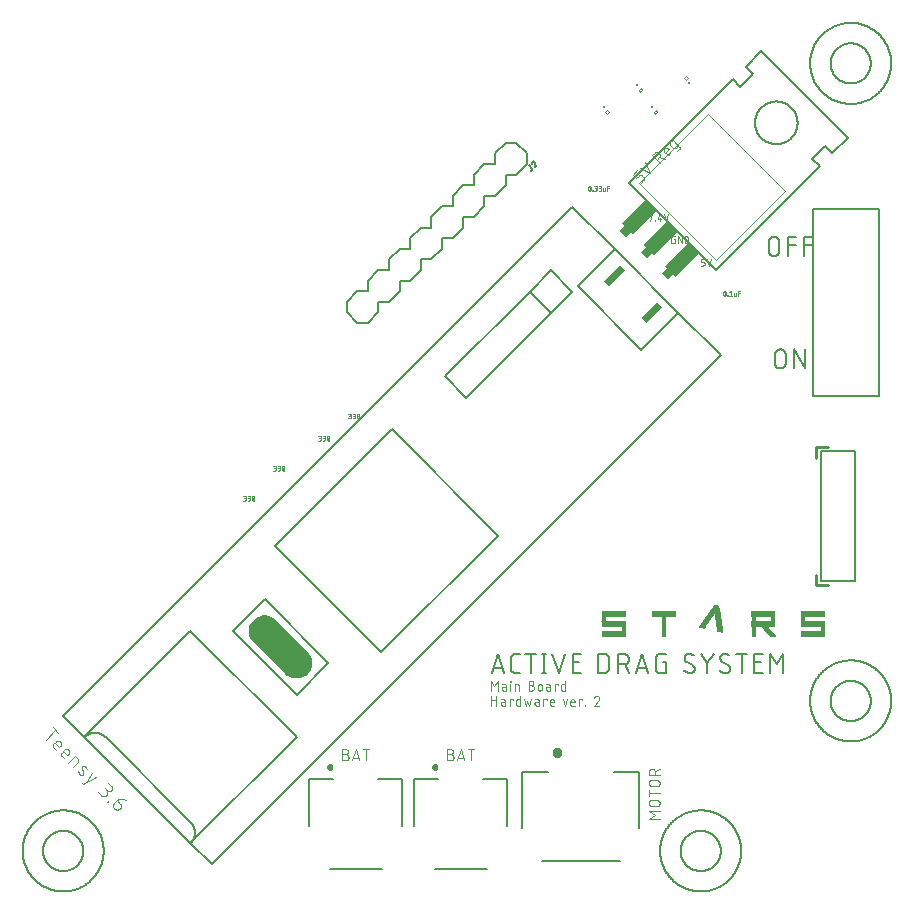
<source format=gto>
G04 EAGLE Gerber RS-274X export*
G75*
%MOMM*%
%FSLAX34Y34*%
%LPD*%
%INTop Silkscreen*%
%IPPOS*%
%AMOC8*
5,1,8,0,0,1.08239X$1,22.5*%
G01*
%ADD10C,0.050800*%
%ADD11C,0.076200*%
%ADD12C,0.152400*%
%ADD13C,0.254000*%
%ADD14C,0.025400*%
%ADD15R,2.103119X0.010156*%
%ADD16R,0.406400X0.010156*%
%ADD17R,0.508000X0.010156*%
%ADD18R,2.092956X0.010156*%
%ADD19R,2.103119X0.010162*%
%ADD20R,0.406400X0.010162*%
%ADD21R,0.508000X0.010162*%
%ADD22R,2.092956X0.010162*%
%ADD23R,0.497838X0.010156*%
%ADD24R,0.020319X0.010156*%
%ADD25R,0.060956X0.010156*%
%ADD26R,0.111756X0.010156*%
%ADD27R,0.142238X0.010156*%
%ADD28R,0.182881X0.010162*%
%ADD29R,0.497838X0.010162*%
%ADD30R,0.233681X0.010156*%
%ADD31R,0.264156X0.010156*%
%ADD32R,0.304800X0.010156*%
%ADD33R,0.355600X0.010156*%
%ADD34R,0.396238X0.010162*%
%ADD35R,0.426719X0.010156*%
%ADD36R,0.416556X0.010156*%
%ADD37R,0.436881X0.010156*%
%ADD38R,0.436881X0.010162*%
%ADD39R,0.436875X0.010156*%
%ADD40R,0.436875X0.010162*%
%ADD41R,0.426719X0.010162*%
%ADD42R,0.010156X0.010156*%
%ADD43R,0.111756X0.010162*%
%ADD44R,0.152400X0.010156*%
%ADD45R,0.213356X0.010156*%
%ADD46R,0.254000X0.010156*%
%ADD47R,0.335281X0.010162*%
%ADD48R,0.396238X0.010156*%
%ADD49R,0.447038X0.010156*%
%ADD50R,0.487675X0.010156*%
%ADD51R,0.528319X0.010156*%
%ADD52R,0.528319X0.010162*%
%ADD53R,0.518162X0.010156*%
%ADD54R,0.518156X0.010156*%
%ADD55R,0.518162X0.010162*%
%ADD56R,0.518156X0.010162*%
%ADD57R,0.416556X0.010162*%
%ADD58R,0.416563X0.010156*%
%ADD59R,0.944881X0.010162*%
%ADD60R,0.934719X0.010156*%
%ADD61R,0.924556X0.010156*%
%ADD62R,0.914400X0.010156*%
%ADD63R,0.894081X0.010162*%
%ADD64R,0.894081X0.010156*%
%ADD65R,0.883919X0.010156*%
%ADD66R,0.873756X0.010156*%
%ADD67R,0.863600X0.010162*%
%ADD68R,0.853438X0.010156*%
%ADD69R,0.833119X0.010156*%
%ADD70R,0.822963X0.010156*%
%ADD71R,0.812800X0.010162*%
%ADD72R,0.812800X0.010156*%
%ADD73R,0.802638X0.010156*%
%ADD74R,0.792481X0.010156*%
%ADD75R,0.782319X0.010156*%
%ADD76R,0.772156X0.010162*%
%ADD77R,0.762000X0.010156*%
%ADD78R,0.751838X0.010156*%
%ADD79R,0.741675X0.010156*%
%ADD80R,0.731519X0.010162*%
%ADD81R,0.721356X0.010156*%
%ADD82R,0.711200X0.010156*%
%ADD83R,0.701037X0.010156*%
%ADD84R,0.690875X0.010162*%
%ADD85R,0.680719X0.010156*%
%ADD86R,0.660400X0.010156*%
%ADD87R,0.650238X0.010156*%
%ADD88R,0.640081X0.010162*%
%ADD89R,0.640081X0.010156*%
%ADD90R,0.629919X0.010156*%
%ADD91R,0.619756X0.010156*%
%ADD92R,0.599438X0.010162*%
%ADD93R,0.589281X0.010156*%
%ADD94R,0.579119X0.010156*%
%ADD95R,0.568956X0.010156*%
%ADD96R,0.558800X0.010162*%
%ADD97R,0.548638X0.010156*%
%ADD98R,0.538481X0.010156*%
%ADD99R,0.477519X0.010156*%
%ADD100R,0.467356X0.010162*%
%ADD101R,0.375919X0.010156*%
%ADD102R,0.325119X0.010156*%
%ADD103R,0.274319X0.010156*%
%ADD104R,0.223519X0.010162*%
%ADD105R,0.182881X0.010156*%
%ADD106R,0.121919X0.010156*%
%ADD107R,0.071119X0.010156*%
%ADD108R,0.040638X0.010156*%
%ADD109C,0.063400*%
%ADD110C,0.250000*%
%ADD111C,0.127000*%
%ADD112C,0.101600*%
%ADD113R,0.635000X1.905000*%
%ADD114C,0.203200*%
%ADD115C,0.300000*%
%ADD116C,0.400000*%
%ADD117R,0.762000X0.635000*%
%ADD118R,1.270000X2.794000*%

G36*
X230466Y177673D02*
X230466Y177673D01*
X230533Y177675D01*
X232713Y178059D01*
X232755Y178075D01*
X232820Y178088D01*
X234900Y178845D01*
X234938Y178868D01*
X235000Y178892D01*
X236917Y179999D01*
X236951Y180028D01*
X237008Y180062D01*
X238704Y181485D01*
X238732Y181519D01*
X238782Y181563D01*
X240205Y183259D01*
X240227Y183298D01*
X240268Y183350D01*
X241375Y185267D01*
X241390Y185309D01*
X241422Y185367D01*
X242179Y187447D01*
X242187Y187491D01*
X242208Y187554D01*
X242592Y189734D01*
X242592Y189779D01*
X242602Y189844D01*
X242602Y192058D01*
X242594Y192102D01*
X242592Y192168D01*
X242208Y194348D01*
X242192Y194390D01*
X242179Y194455D01*
X241422Y196535D01*
X241399Y196574D01*
X241375Y196636D01*
X240268Y198553D01*
X240239Y198587D01*
X240205Y198643D01*
X238782Y200339D01*
X238763Y200355D01*
X238744Y200380D01*
X211804Y227321D01*
X211784Y227335D01*
X211763Y227358D01*
X210067Y228781D01*
X210028Y228803D01*
X209976Y228845D01*
X208059Y229951D01*
X208017Y229967D01*
X207959Y229998D01*
X205879Y230755D01*
X205835Y230763D01*
X205772Y230784D01*
X203592Y231168D01*
X203547Y231168D01*
X203482Y231178D01*
X201268Y231178D01*
X201224Y231170D01*
X201158Y231168D01*
X198978Y230784D01*
X198936Y230769D01*
X198871Y230755D01*
X196791Y229998D01*
X196752Y229976D01*
X196690Y229951D01*
X194773Y228845D01*
X194739Y228816D01*
X194683Y228781D01*
X192987Y227358D01*
X192958Y227324D01*
X192909Y227280D01*
X191486Y225584D01*
X191464Y225545D01*
X191422Y225494D01*
X190315Y223576D01*
X190300Y223534D01*
X190269Y223476D01*
X189512Y221396D01*
X189504Y221352D01*
X189483Y221289D01*
X189099Y219109D01*
X189099Y219064D01*
X189089Y218999D01*
X189089Y216785D01*
X189097Y216741D01*
X189099Y216675D01*
X189483Y214495D01*
X189498Y214453D01*
X189512Y214388D01*
X190269Y212308D01*
X190291Y212269D01*
X190315Y212208D01*
X191422Y210291D01*
X191451Y210256D01*
X191486Y210200D01*
X192909Y208504D01*
X192928Y208488D01*
X192946Y208463D01*
X219887Y181523D01*
X219907Y181509D01*
X219928Y181485D01*
X221624Y180062D01*
X221662Y180040D01*
X221714Y179999D01*
X223631Y178892D01*
X223673Y178877D01*
X223731Y178845D01*
X225812Y178088D01*
X225856Y178080D01*
X225919Y178059D01*
X228099Y177675D01*
X228143Y177675D01*
X228209Y177665D01*
X230422Y177665D01*
X230466Y177673D01*
G37*
D10*
X571754Y527304D02*
X573617Y527304D01*
X573687Y527306D01*
X573756Y527312D01*
X573825Y527322D01*
X573893Y527335D01*
X573961Y527353D01*
X574027Y527374D01*
X574092Y527399D01*
X574156Y527427D01*
X574218Y527459D01*
X574278Y527494D01*
X574336Y527533D01*
X574391Y527575D01*
X574445Y527620D01*
X574495Y527668D01*
X574543Y527718D01*
X574588Y527772D01*
X574630Y527827D01*
X574669Y527885D01*
X574704Y527945D01*
X574736Y528007D01*
X574764Y528071D01*
X574789Y528136D01*
X574810Y528202D01*
X574828Y528270D01*
X574841Y528338D01*
X574851Y528407D01*
X574857Y528476D01*
X574859Y528546D01*
X574858Y528546D02*
X574858Y529167D01*
X574859Y529167D02*
X574857Y529237D01*
X574851Y529306D01*
X574841Y529375D01*
X574828Y529443D01*
X574810Y529511D01*
X574789Y529577D01*
X574764Y529642D01*
X574736Y529706D01*
X574704Y529768D01*
X574669Y529828D01*
X574630Y529886D01*
X574588Y529941D01*
X574543Y529995D01*
X574495Y530045D01*
X574445Y530093D01*
X574391Y530138D01*
X574336Y530180D01*
X574278Y530219D01*
X574218Y530254D01*
X574156Y530286D01*
X574092Y530314D01*
X574027Y530339D01*
X573961Y530360D01*
X573893Y530378D01*
X573825Y530391D01*
X573756Y530401D01*
X573687Y530407D01*
X573617Y530409D01*
X573617Y530408D02*
X571754Y530408D01*
X571754Y532892D01*
X574858Y532892D01*
X576930Y532892D02*
X578793Y527304D01*
X580655Y532892D01*
X527304Y570371D02*
X527304Y570992D01*
X530408Y570992D01*
X528856Y565404D01*
X532541Y565404D02*
X532541Y565714D01*
X532852Y565714D01*
X532852Y565404D01*
X532541Y565404D01*
X534985Y566646D02*
X536227Y570992D01*
X534985Y566646D02*
X538089Y566646D01*
X537158Y567888D02*
X537158Y565404D01*
X542023Y565404D02*
X540161Y570992D01*
X543886Y570992D02*
X542023Y565404D01*
D11*
X270779Y113552D02*
X268168Y113552D01*
X270779Y113553D02*
X270880Y113551D01*
X270981Y113545D01*
X271082Y113535D01*
X271182Y113522D01*
X271282Y113504D01*
X271381Y113483D01*
X271479Y113457D01*
X271576Y113428D01*
X271672Y113396D01*
X271766Y113359D01*
X271859Y113319D01*
X271951Y113275D01*
X272040Y113228D01*
X272128Y113177D01*
X272214Y113123D01*
X272297Y113066D01*
X272379Y113006D01*
X272457Y112942D01*
X272534Y112876D01*
X272607Y112806D01*
X272678Y112734D01*
X272746Y112659D01*
X272811Y112581D01*
X272873Y112501D01*
X272932Y112419D01*
X272988Y112334D01*
X273040Y112247D01*
X273089Y112159D01*
X273135Y112068D01*
X273176Y111976D01*
X273215Y111882D01*
X273249Y111787D01*
X273280Y111691D01*
X273307Y111593D01*
X273331Y111495D01*
X273350Y111395D01*
X273366Y111295D01*
X273378Y111195D01*
X273386Y111094D01*
X273390Y110993D01*
X273390Y110891D01*
X273386Y110790D01*
X273378Y110689D01*
X273366Y110589D01*
X273350Y110489D01*
X273331Y110389D01*
X273307Y110291D01*
X273280Y110193D01*
X273249Y110097D01*
X273215Y110002D01*
X273176Y109908D01*
X273135Y109816D01*
X273089Y109725D01*
X273040Y109636D01*
X272988Y109550D01*
X272932Y109465D01*
X272873Y109383D01*
X272811Y109303D01*
X272746Y109225D01*
X272678Y109150D01*
X272607Y109078D01*
X272534Y109008D01*
X272457Y108942D01*
X272379Y108878D01*
X272297Y108818D01*
X272214Y108761D01*
X272128Y108707D01*
X272040Y108656D01*
X271951Y108609D01*
X271859Y108565D01*
X271766Y108525D01*
X271672Y108488D01*
X271576Y108456D01*
X271479Y108427D01*
X271381Y108401D01*
X271282Y108380D01*
X271182Y108362D01*
X271082Y108349D01*
X270981Y108339D01*
X270880Y108333D01*
X270779Y108331D01*
X268168Y108331D01*
X268168Y117729D01*
X270779Y117729D01*
X270869Y117727D01*
X270958Y117721D01*
X271048Y117712D01*
X271137Y117698D01*
X271225Y117681D01*
X271312Y117660D01*
X271399Y117635D01*
X271484Y117606D01*
X271568Y117574D01*
X271650Y117539D01*
X271731Y117499D01*
X271810Y117457D01*
X271887Y117411D01*
X271962Y117361D01*
X272035Y117309D01*
X272106Y117253D01*
X272174Y117195D01*
X272239Y117133D01*
X272302Y117069D01*
X272362Y117002D01*
X272419Y116933D01*
X272473Y116861D01*
X272524Y116787D01*
X272572Y116711D01*
X272616Y116633D01*
X272657Y116553D01*
X272695Y116471D01*
X272729Y116388D01*
X272759Y116303D01*
X272786Y116217D01*
X272809Y116131D01*
X272828Y116043D01*
X272843Y115954D01*
X272855Y115865D01*
X272863Y115776D01*
X272867Y115686D01*
X272867Y115596D01*
X272863Y115506D01*
X272855Y115417D01*
X272843Y115328D01*
X272828Y115239D01*
X272809Y115151D01*
X272786Y115065D01*
X272759Y114979D01*
X272729Y114894D01*
X272695Y114811D01*
X272657Y114729D01*
X272616Y114649D01*
X272572Y114571D01*
X272524Y114495D01*
X272473Y114421D01*
X272419Y114349D01*
X272362Y114280D01*
X272302Y114213D01*
X272239Y114149D01*
X272174Y114087D01*
X272106Y114029D01*
X272035Y113973D01*
X271962Y113921D01*
X271887Y113871D01*
X271810Y113825D01*
X271731Y113783D01*
X271650Y113743D01*
X271568Y113708D01*
X271484Y113676D01*
X271399Y113647D01*
X271312Y113622D01*
X271225Y113601D01*
X271137Y113584D01*
X271048Y113570D01*
X270958Y113561D01*
X270869Y113555D01*
X270779Y113553D01*
X276354Y108331D02*
X279487Y117729D01*
X282619Y108331D01*
X281836Y110681D02*
X277137Y110681D01*
X288021Y108331D02*
X288021Y117729D01*
X285411Y117729D02*
X290632Y117729D01*
X357068Y113552D02*
X359679Y113552D01*
X359679Y113553D02*
X359780Y113551D01*
X359881Y113545D01*
X359982Y113535D01*
X360082Y113522D01*
X360182Y113504D01*
X360281Y113483D01*
X360379Y113457D01*
X360476Y113428D01*
X360572Y113396D01*
X360666Y113359D01*
X360759Y113319D01*
X360851Y113275D01*
X360940Y113228D01*
X361028Y113177D01*
X361114Y113123D01*
X361197Y113066D01*
X361279Y113006D01*
X361357Y112942D01*
X361434Y112876D01*
X361507Y112806D01*
X361578Y112734D01*
X361646Y112659D01*
X361711Y112581D01*
X361773Y112501D01*
X361832Y112419D01*
X361888Y112334D01*
X361940Y112247D01*
X361989Y112159D01*
X362035Y112068D01*
X362076Y111976D01*
X362115Y111882D01*
X362149Y111787D01*
X362180Y111691D01*
X362207Y111593D01*
X362231Y111495D01*
X362250Y111395D01*
X362266Y111295D01*
X362278Y111195D01*
X362286Y111094D01*
X362290Y110993D01*
X362290Y110891D01*
X362286Y110790D01*
X362278Y110689D01*
X362266Y110589D01*
X362250Y110489D01*
X362231Y110389D01*
X362207Y110291D01*
X362180Y110193D01*
X362149Y110097D01*
X362115Y110002D01*
X362076Y109908D01*
X362035Y109816D01*
X361989Y109725D01*
X361940Y109636D01*
X361888Y109550D01*
X361832Y109465D01*
X361773Y109383D01*
X361711Y109303D01*
X361646Y109225D01*
X361578Y109150D01*
X361507Y109078D01*
X361434Y109008D01*
X361357Y108942D01*
X361279Y108878D01*
X361197Y108818D01*
X361114Y108761D01*
X361028Y108707D01*
X360940Y108656D01*
X360851Y108609D01*
X360759Y108565D01*
X360666Y108525D01*
X360572Y108488D01*
X360476Y108456D01*
X360379Y108427D01*
X360281Y108401D01*
X360182Y108380D01*
X360082Y108362D01*
X359982Y108349D01*
X359881Y108339D01*
X359780Y108333D01*
X359679Y108331D01*
X357068Y108331D01*
X357068Y117729D01*
X359679Y117729D01*
X359769Y117727D01*
X359858Y117721D01*
X359948Y117712D01*
X360037Y117698D01*
X360125Y117681D01*
X360212Y117660D01*
X360299Y117635D01*
X360384Y117606D01*
X360468Y117574D01*
X360550Y117539D01*
X360631Y117499D01*
X360710Y117457D01*
X360787Y117411D01*
X360862Y117361D01*
X360935Y117309D01*
X361006Y117253D01*
X361074Y117195D01*
X361139Y117133D01*
X361202Y117069D01*
X361262Y117002D01*
X361319Y116933D01*
X361373Y116861D01*
X361424Y116787D01*
X361472Y116711D01*
X361516Y116633D01*
X361557Y116553D01*
X361595Y116471D01*
X361629Y116388D01*
X361659Y116303D01*
X361686Y116217D01*
X361709Y116131D01*
X361728Y116043D01*
X361743Y115954D01*
X361755Y115865D01*
X361763Y115776D01*
X361767Y115686D01*
X361767Y115596D01*
X361763Y115506D01*
X361755Y115417D01*
X361743Y115328D01*
X361728Y115239D01*
X361709Y115151D01*
X361686Y115065D01*
X361659Y114979D01*
X361629Y114894D01*
X361595Y114811D01*
X361557Y114729D01*
X361516Y114649D01*
X361472Y114571D01*
X361424Y114495D01*
X361373Y114421D01*
X361319Y114349D01*
X361262Y114280D01*
X361202Y114213D01*
X361139Y114149D01*
X361074Y114087D01*
X361006Y114029D01*
X360935Y113973D01*
X360862Y113921D01*
X360787Y113871D01*
X360710Y113825D01*
X360631Y113783D01*
X360550Y113743D01*
X360468Y113708D01*
X360384Y113676D01*
X360299Y113647D01*
X360212Y113622D01*
X360125Y113601D01*
X360037Y113584D01*
X359948Y113570D01*
X359858Y113561D01*
X359769Y113555D01*
X359679Y113553D01*
X365254Y108331D02*
X368387Y117729D01*
X371519Y108331D01*
X370736Y110681D02*
X366037Y110681D01*
X376921Y108331D02*
X376921Y117729D01*
X374311Y117729D02*
X379532Y117729D01*
D10*
X548527Y549458D02*
X549458Y549458D01*
X549458Y546354D01*
X547596Y546354D01*
X547526Y546356D01*
X547457Y546362D01*
X547388Y546372D01*
X547320Y546385D01*
X547252Y546403D01*
X547186Y546424D01*
X547121Y546449D01*
X547057Y546477D01*
X546995Y546509D01*
X546935Y546544D01*
X546877Y546583D01*
X546822Y546625D01*
X546768Y546670D01*
X546718Y546718D01*
X546670Y546768D01*
X546625Y546822D01*
X546583Y546877D01*
X546544Y546935D01*
X546509Y546995D01*
X546477Y547057D01*
X546449Y547121D01*
X546424Y547186D01*
X546403Y547252D01*
X546385Y547320D01*
X546372Y547388D01*
X546362Y547457D01*
X546356Y547526D01*
X546354Y547596D01*
X546354Y550700D01*
X546356Y550770D01*
X546362Y550839D01*
X546372Y550908D01*
X546385Y550976D01*
X546403Y551044D01*
X546424Y551110D01*
X546449Y551175D01*
X546477Y551239D01*
X546509Y551301D01*
X546544Y551361D01*
X546583Y551419D01*
X546625Y551474D01*
X546670Y551528D01*
X546718Y551578D01*
X546768Y551626D01*
X546822Y551671D01*
X546877Y551713D01*
X546935Y551752D01*
X546995Y551787D01*
X547057Y551819D01*
X547121Y551847D01*
X547186Y551872D01*
X547252Y551893D01*
X547320Y551911D01*
X547388Y551924D01*
X547457Y551934D01*
X547526Y551940D01*
X547596Y551942D01*
X549458Y551942D01*
X552206Y551942D02*
X552206Y546354D01*
X555311Y546354D02*
X552206Y551942D01*
X555311Y551942D02*
X555311Y546354D01*
X558058Y546354D02*
X558058Y551942D01*
X559610Y551942D01*
X559686Y551940D01*
X559762Y551935D01*
X559838Y551925D01*
X559913Y551912D01*
X559987Y551895D01*
X560061Y551875D01*
X560133Y551851D01*
X560204Y551824D01*
X560274Y551793D01*
X560342Y551759D01*
X560408Y551721D01*
X560472Y551680D01*
X560535Y551637D01*
X560595Y551590D01*
X560652Y551540D01*
X560707Y551487D01*
X560760Y551432D01*
X560810Y551375D01*
X560857Y551315D01*
X560900Y551252D01*
X560941Y551188D01*
X560979Y551122D01*
X561013Y551054D01*
X561044Y550984D01*
X561071Y550913D01*
X561095Y550840D01*
X561115Y550767D01*
X561132Y550693D01*
X561145Y550618D01*
X561155Y550542D01*
X561160Y550466D01*
X561162Y550390D01*
X561163Y550390D02*
X561163Y547906D01*
X561162Y547906D02*
X561160Y547827D01*
X561154Y547749D01*
X561144Y547671D01*
X561130Y547594D01*
X561112Y547517D01*
X561091Y547441D01*
X561065Y547367D01*
X561036Y547294D01*
X561003Y547223D01*
X560967Y547153D01*
X560927Y547085D01*
X560884Y547019D01*
X560837Y546956D01*
X560788Y546895D01*
X560735Y546837D01*
X560679Y546781D01*
X560621Y546728D01*
X560560Y546679D01*
X560497Y546632D01*
X560431Y546589D01*
X560363Y546549D01*
X560294Y546513D01*
X560222Y546480D01*
X560149Y546451D01*
X560075Y546425D01*
X559999Y546404D01*
X559922Y546386D01*
X559845Y546372D01*
X559767Y546362D01*
X559689Y546356D01*
X559610Y546354D01*
X558058Y546354D01*
D11*
X536829Y58843D02*
X527431Y58843D01*
X532652Y61976D01*
X527431Y65108D01*
X536829Y65108D01*
X534218Y69423D02*
X530042Y69423D01*
X529941Y69425D01*
X529840Y69431D01*
X529739Y69441D01*
X529639Y69454D01*
X529539Y69472D01*
X529440Y69493D01*
X529342Y69519D01*
X529245Y69548D01*
X529149Y69580D01*
X529055Y69617D01*
X528962Y69657D01*
X528870Y69701D01*
X528781Y69748D01*
X528693Y69799D01*
X528607Y69853D01*
X528524Y69910D01*
X528442Y69970D01*
X528364Y70034D01*
X528287Y70100D01*
X528214Y70170D01*
X528143Y70242D01*
X528075Y70317D01*
X528010Y70395D01*
X527948Y70475D01*
X527889Y70557D01*
X527833Y70642D01*
X527781Y70729D01*
X527732Y70817D01*
X527686Y70908D01*
X527645Y71000D01*
X527606Y71094D01*
X527572Y71189D01*
X527541Y71285D01*
X527514Y71383D01*
X527490Y71481D01*
X527471Y71581D01*
X527455Y71681D01*
X527443Y71781D01*
X527435Y71882D01*
X527431Y71983D01*
X527431Y72085D01*
X527435Y72186D01*
X527443Y72287D01*
X527455Y72387D01*
X527471Y72487D01*
X527490Y72587D01*
X527514Y72685D01*
X527541Y72783D01*
X527572Y72879D01*
X527606Y72974D01*
X527645Y73068D01*
X527686Y73160D01*
X527732Y73251D01*
X527781Y73340D01*
X527833Y73426D01*
X527889Y73511D01*
X527948Y73593D01*
X528010Y73673D01*
X528075Y73751D01*
X528143Y73826D01*
X528214Y73898D01*
X528287Y73968D01*
X528364Y74034D01*
X528442Y74098D01*
X528524Y74158D01*
X528607Y74215D01*
X528693Y74269D01*
X528781Y74320D01*
X528870Y74367D01*
X528962Y74411D01*
X529055Y74451D01*
X529149Y74488D01*
X529245Y74520D01*
X529342Y74549D01*
X529440Y74575D01*
X529539Y74596D01*
X529639Y74614D01*
X529739Y74627D01*
X529840Y74637D01*
X529941Y74643D01*
X530042Y74645D01*
X530042Y74644D02*
X534218Y74644D01*
X534218Y74645D02*
X534319Y74643D01*
X534420Y74637D01*
X534521Y74627D01*
X534621Y74614D01*
X534721Y74596D01*
X534820Y74575D01*
X534918Y74549D01*
X535015Y74520D01*
X535111Y74488D01*
X535205Y74451D01*
X535298Y74411D01*
X535390Y74367D01*
X535479Y74320D01*
X535567Y74269D01*
X535653Y74215D01*
X535736Y74158D01*
X535818Y74098D01*
X535896Y74034D01*
X535973Y73968D01*
X536046Y73898D01*
X536117Y73826D01*
X536185Y73751D01*
X536250Y73673D01*
X536312Y73593D01*
X536371Y73511D01*
X536427Y73426D01*
X536479Y73339D01*
X536528Y73251D01*
X536574Y73160D01*
X536615Y73068D01*
X536654Y72974D01*
X536688Y72879D01*
X536719Y72783D01*
X536746Y72685D01*
X536770Y72587D01*
X536789Y72487D01*
X536805Y72387D01*
X536817Y72287D01*
X536825Y72186D01*
X536829Y72085D01*
X536829Y71983D01*
X536825Y71882D01*
X536817Y71781D01*
X536805Y71681D01*
X536789Y71581D01*
X536770Y71481D01*
X536746Y71383D01*
X536719Y71285D01*
X536688Y71189D01*
X536654Y71094D01*
X536615Y71000D01*
X536574Y70908D01*
X536528Y70817D01*
X536479Y70728D01*
X536427Y70642D01*
X536371Y70557D01*
X536312Y70475D01*
X536250Y70395D01*
X536185Y70317D01*
X536117Y70242D01*
X536046Y70170D01*
X535973Y70100D01*
X535896Y70034D01*
X535818Y69970D01*
X535736Y69910D01*
X535653Y69853D01*
X535567Y69799D01*
X535479Y69748D01*
X535390Y69701D01*
X535298Y69657D01*
X535205Y69617D01*
X535111Y69580D01*
X535015Y69548D01*
X534918Y69519D01*
X534820Y69493D01*
X534721Y69472D01*
X534621Y69454D01*
X534521Y69441D01*
X534420Y69431D01*
X534319Y69425D01*
X534218Y69423D01*
X536829Y80568D02*
X527431Y80568D01*
X527431Y77958D02*
X527431Y83179D01*
X530042Y86492D02*
X534218Y86492D01*
X530042Y86492D02*
X529941Y86494D01*
X529840Y86500D01*
X529739Y86510D01*
X529639Y86523D01*
X529539Y86541D01*
X529440Y86562D01*
X529342Y86588D01*
X529245Y86617D01*
X529149Y86649D01*
X529055Y86686D01*
X528962Y86726D01*
X528870Y86770D01*
X528781Y86817D01*
X528693Y86868D01*
X528607Y86922D01*
X528524Y86979D01*
X528442Y87039D01*
X528364Y87103D01*
X528287Y87169D01*
X528214Y87239D01*
X528143Y87311D01*
X528075Y87386D01*
X528010Y87464D01*
X527948Y87544D01*
X527889Y87626D01*
X527833Y87711D01*
X527781Y87798D01*
X527732Y87886D01*
X527686Y87977D01*
X527645Y88069D01*
X527606Y88163D01*
X527572Y88258D01*
X527541Y88354D01*
X527514Y88452D01*
X527490Y88550D01*
X527471Y88650D01*
X527455Y88750D01*
X527443Y88850D01*
X527435Y88951D01*
X527431Y89052D01*
X527431Y89154D01*
X527435Y89255D01*
X527443Y89356D01*
X527455Y89456D01*
X527471Y89556D01*
X527490Y89656D01*
X527514Y89754D01*
X527541Y89852D01*
X527572Y89948D01*
X527606Y90043D01*
X527645Y90137D01*
X527686Y90229D01*
X527732Y90320D01*
X527781Y90409D01*
X527833Y90495D01*
X527889Y90580D01*
X527948Y90662D01*
X528010Y90742D01*
X528075Y90820D01*
X528143Y90895D01*
X528214Y90967D01*
X528287Y91037D01*
X528364Y91103D01*
X528442Y91167D01*
X528524Y91227D01*
X528607Y91284D01*
X528693Y91338D01*
X528781Y91389D01*
X528870Y91436D01*
X528962Y91480D01*
X529055Y91520D01*
X529149Y91557D01*
X529245Y91589D01*
X529342Y91618D01*
X529440Y91644D01*
X529539Y91665D01*
X529639Y91683D01*
X529739Y91696D01*
X529840Y91706D01*
X529941Y91712D01*
X530042Y91714D01*
X530042Y91713D02*
X534218Y91713D01*
X534218Y91714D02*
X534319Y91712D01*
X534420Y91706D01*
X534521Y91696D01*
X534621Y91683D01*
X534721Y91665D01*
X534820Y91644D01*
X534918Y91618D01*
X535015Y91589D01*
X535111Y91557D01*
X535205Y91520D01*
X535298Y91480D01*
X535390Y91436D01*
X535479Y91389D01*
X535567Y91338D01*
X535653Y91284D01*
X535736Y91227D01*
X535818Y91167D01*
X535896Y91103D01*
X535973Y91037D01*
X536046Y90967D01*
X536117Y90895D01*
X536185Y90820D01*
X536250Y90742D01*
X536312Y90662D01*
X536371Y90580D01*
X536427Y90495D01*
X536479Y90408D01*
X536528Y90320D01*
X536574Y90229D01*
X536615Y90137D01*
X536654Y90043D01*
X536688Y89948D01*
X536719Y89852D01*
X536746Y89754D01*
X536770Y89656D01*
X536789Y89556D01*
X536805Y89456D01*
X536817Y89356D01*
X536825Y89255D01*
X536829Y89154D01*
X536829Y89052D01*
X536825Y88951D01*
X536817Y88850D01*
X536805Y88750D01*
X536789Y88650D01*
X536770Y88550D01*
X536746Y88452D01*
X536719Y88354D01*
X536688Y88258D01*
X536654Y88163D01*
X536615Y88069D01*
X536574Y87977D01*
X536528Y87886D01*
X536479Y87797D01*
X536427Y87711D01*
X536371Y87626D01*
X536312Y87544D01*
X536250Y87464D01*
X536185Y87386D01*
X536117Y87311D01*
X536046Y87239D01*
X535973Y87169D01*
X535896Y87103D01*
X535818Y87039D01*
X535736Y86979D01*
X535653Y86922D01*
X535567Y86868D01*
X535479Y86817D01*
X535390Y86770D01*
X535298Y86726D01*
X535205Y86686D01*
X535111Y86649D01*
X535015Y86617D01*
X534918Y86588D01*
X534820Y86562D01*
X534721Y86541D01*
X534621Y86523D01*
X534521Y86510D01*
X534420Y86500D01*
X534319Y86494D01*
X534218Y86492D01*
X536829Y95998D02*
X527431Y95998D01*
X527431Y98608D01*
X527433Y98709D01*
X527439Y98810D01*
X527449Y98911D01*
X527462Y99011D01*
X527480Y99111D01*
X527501Y99210D01*
X527527Y99308D01*
X527556Y99405D01*
X527588Y99501D01*
X527625Y99595D01*
X527665Y99688D01*
X527709Y99780D01*
X527756Y99869D01*
X527807Y99957D01*
X527861Y100043D01*
X527918Y100126D01*
X527978Y100208D01*
X528042Y100286D01*
X528108Y100363D01*
X528178Y100436D01*
X528250Y100507D01*
X528325Y100575D01*
X528403Y100640D01*
X528483Y100702D01*
X528565Y100761D01*
X528650Y100817D01*
X528737Y100869D01*
X528825Y100918D01*
X528916Y100964D01*
X529008Y101005D01*
X529102Y101044D01*
X529197Y101078D01*
X529293Y101109D01*
X529391Y101136D01*
X529489Y101160D01*
X529589Y101179D01*
X529689Y101195D01*
X529789Y101207D01*
X529890Y101215D01*
X529991Y101219D01*
X530093Y101219D01*
X530194Y101215D01*
X530295Y101207D01*
X530395Y101195D01*
X530495Y101179D01*
X530595Y101160D01*
X530693Y101136D01*
X530791Y101109D01*
X530887Y101078D01*
X530982Y101044D01*
X531076Y101005D01*
X531168Y100964D01*
X531259Y100918D01*
X531348Y100869D01*
X531434Y100817D01*
X531519Y100761D01*
X531601Y100702D01*
X531681Y100640D01*
X531759Y100575D01*
X531834Y100507D01*
X531906Y100436D01*
X531976Y100363D01*
X532042Y100286D01*
X532106Y100208D01*
X532166Y100126D01*
X532223Y100043D01*
X532277Y99957D01*
X532328Y99869D01*
X532375Y99780D01*
X532419Y99688D01*
X532459Y99595D01*
X532496Y99501D01*
X532528Y99405D01*
X532557Y99308D01*
X532583Y99210D01*
X532604Y99111D01*
X532622Y99011D01*
X532635Y98911D01*
X532645Y98810D01*
X532651Y98709D01*
X532653Y98608D01*
X532652Y98608D02*
X532652Y95998D01*
X532652Y99131D02*
X536829Y101219D01*
D12*
X634455Y444698D02*
X634455Y451922D01*
X634454Y451922D02*
X634456Y452055D01*
X634462Y452187D01*
X634472Y452319D01*
X634485Y452451D01*
X634503Y452583D01*
X634524Y452713D01*
X634549Y452844D01*
X634578Y452973D01*
X634611Y453101D01*
X634647Y453229D01*
X634687Y453355D01*
X634731Y453480D01*
X634779Y453604D01*
X634830Y453726D01*
X634885Y453847D01*
X634943Y453966D01*
X635005Y454084D01*
X635070Y454199D01*
X635139Y454313D01*
X635210Y454424D01*
X635286Y454533D01*
X635364Y454640D01*
X635445Y454745D01*
X635530Y454847D01*
X635617Y454947D01*
X635707Y455044D01*
X635800Y455139D01*
X635896Y455230D01*
X635994Y455319D01*
X636095Y455405D01*
X636199Y455488D01*
X636305Y455568D01*
X636413Y455644D01*
X636523Y455718D01*
X636636Y455788D01*
X636750Y455855D01*
X636867Y455918D01*
X636985Y455978D01*
X637105Y456035D01*
X637227Y456088D01*
X637350Y456137D01*
X637474Y456183D01*
X637600Y456225D01*
X637727Y456263D01*
X637855Y456298D01*
X637984Y456329D01*
X638113Y456356D01*
X638244Y456379D01*
X638375Y456399D01*
X638507Y456414D01*
X638639Y456426D01*
X638771Y456434D01*
X638904Y456438D01*
X639036Y456438D01*
X639169Y456434D01*
X639301Y456426D01*
X639433Y456414D01*
X639565Y456399D01*
X639696Y456379D01*
X639827Y456356D01*
X639956Y456329D01*
X640085Y456298D01*
X640213Y456263D01*
X640340Y456225D01*
X640466Y456183D01*
X640590Y456137D01*
X640713Y456088D01*
X640835Y456035D01*
X640955Y455978D01*
X641073Y455918D01*
X641190Y455855D01*
X641304Y455788D01*
X641417Y455718D01*
X641527Y455644D01*
X641635Y455568D01*
X641741Y455488D01*
X641845Y455405D01*
X641946Y455319D01*
X642044Y455230D01*
X642140Y455139D01*
X642233Y455044D01*
X642323Y454947D01*
X642410Y454847D01*
X642495Y454745D01*
X642576Y454640D01*
X642654Y454533D01*
X642730Y454424D01*
X642801Y454313D01*
X642870Y454199D01*
X642935Y454084D01*
X642997Y453966D01*
X643055Y453847D01*
X643110Y453726D01*
X643161Y453604D01*
X643209Y453480D01*
X643253Y453355D01*
X643293Y453229D01*
X643329Y453101D01*
X643362Y452973D01*
X643391Y452844D01*
X643416Y452713D01*
X643437Y452583D01*
X643455Y452451D01*
X643468Y452319D01*
X643478Y452187D01*
X643484Y452055D01*
X643486Y451922D01*
X643486Y444698D01*
X643484Y444565D01*
X643478Y444433D01*
X643468Y444301D01*
X643455Y444169D01*
X643437Y444037D01*
X643416Y443907D01*
X643391Y443776D01*
X643362Y443647D01*
X643329Y443519D01*
X643293Y443391D01*
X643253Y443265D01*
X643209Y443140D01*
X643161Y443016D01*
X643110Y442894D01*
X643055Y442773D01*
X642997Y442654D01*
X642935Y442536D01*
X642870Y442421D01*
X642801Y442307D01*
X642730Y442196D01*
X642654Y442087D01*
X642576Y441980D01*
X642495Y441875D01*
X642410Y441773D01*
X642323Y441673D01*
X642233Y441576D01*
X642140Y441481D01*
X642044Y441390D01*
X641946Y441301D01*
X641845Y441215D01*
X641741Y441132D01*
X641635Y441052D01*
X641527Y440976D01*
X641417Y440902D01*
X641304Y440832D01*
X641190Y440765D01*
X641073Y440702D01*
X640955Y440642D01*
X640835Y440585D01*
X640713Y440532D01*
X640590Y440483D01*
X640466Y440437D01*
X640340Y440395D01*
X640213Y440357D01*
X640085Y440322D01*
X639956Y440291D01*
X639827Y440264D01*
X639696Y440241D01*
X639565Y440221D01*
X639433Y440206D01*
X639301Y440194D01*
X639169Y440186D01*
X639036Y440182D01*
X638904Y440182D01*
X638771Y440186D01*
X638639Y440194D01*
X638507Y440206D01*
X638375Y440221D01*
X638244Y440241D01*
X638113Y440264D01*
X637984Y440291D01*
X637855Y440322D01*
X637727Y440357D01*
X637600Y440395D01*
X637474Y440437D01*
X637350Y440483D01*
X637227Y440532D01*
X637105Y440585D01*
X636985Y440642D01*
X636867Y440702D01*
X636750Y440765D01*
X636636Y440832D01*
X636523Y440902D01*
X636413Y440976D01*
X636305Y441052D01*
X636199Y441132D01*
X636095Y441215D01*
X635994Y441301D01*
X635896Y441390D01*
X635800Y441481D01*
X635707Y441576D01*
X635617Y441673D01*
X635530Y441773D01*
X635445Y441875D01*
X635364Y441980D01*
X635286Y442087D01*
X635210Y442196D01*
X635139Y442307D01*
X635070Y442421D01*
X635005Y442536D01*
X634943Y442654D01*
X634885Y442773D01*
X634830Y442894D01*
X634779Y443016D01*
X634731Y443140D01*
X634687Y443265D01*
X634647Y443391D01*
X634611Y443519D01*
X634578Y443647D01*
X634549Y443776D01*
X634524Y443907D01*
X634503Y444037D01*
X634485Y444169D01*
X634472Y444301D01*
X634462Y444433D01*
X634456Y444565D01*
X634454Y444698D01*
X650607Y440182D02*
X650607Y456438D01*
X659638Y440182D01*
X659638Y456438D01*
X629034Y539948D02*
X629034Y547172D01*
X629036Y547305D01*
X629042Y547437D01*
X629052Y547569D01*
X629065Y547701D01*
X629083Y547833D01*
X629104Y547963D01*
X629129Y548094D01*
X629158Y548223D01*
X629191Y548351D01*
X629227Y548479D01*
X629267Y548605D01*
X629311Y548730D01*
X629359Y548854D01*
X629410Y548976D01*
X629465Y549097D01*
X629523Y549216D01*
X629585Y549334D01*
X629650Y549449D01*
X629719Y549563D01*
X629790Y549674D01*
X629866Y549783D01*
X629944Y549890D01*
X630025Y549995D01*
X630110Y550097D01*
X630197Y550197D01*
X630287Y550294D01*
X630380Y550389D01*
X630476Y550480D01*
X630574Y550569D01*
X630675Y550655D01*
X630779Y550738D01*
X630885Y550818D01*
X630993Y550894D01*
X631103Y550968D01*
X631216Y551038D01*
X631330Y551105D01*
X631447Y551168D01*
X631565Y551228D01*
X631685Y551285D01*
X631807Y551338D01*
X631930Y551387D01*
X632054Y551433D01*
X632180Y551475D01*
X632307Y551513D01*
X632435Y551548D01*
X632564Y551579D01*
X632693Y551606D01*
X632824Y551629D01*
X632955Y551649D01*
X633087Y551664D01*
X633219Y551676D01*
X633351Y551684D01*
X633484Y551688D01*
X633616Y551688D01*
X633749Y551684D01*
X633881Y551676D01*
X634013Y551664D01*
X634145Y551649D01*
X634276Y551629D01*
X634407Y551606D01*
X634536Y551579D01*
X634665Y551548D01*
X634793Y551513D01*
X634920Y551475D01*
X635046Y551433D01*
X635170Y551387D01*
X635293Y551338D01*
X635415Y551285D01*
X635535Y551228D01*
X635653Y551168D01*
X635770Y551105D01*
X635884Y551038D01*
X635997Y550968D01*
X636107Y550894D01*
X636215Y550818D01*
X636321Y550738D01*
X636425Y550655D01*
X636526Y550569D01*
X636624Y550480D01*
X636720Y550389D01*
X636813Y550294D01*
X636903Y550197D01*
X636990Y550097D01*
X637075Y549995D01*
X637156Y549890D01*
X637234Y549783D01*
X637310Y549674D01*
X637381Y549563D01*
X637450Y549449D01*
X637515Y549334D01*
X637577Y549216D01*
X637635Y549097D01*
X637690Y548976D01*
X637741Y548854D01*
X637789Y548730D01*
X637833Y548605D01*
X637873Y548479D01*
X637909Y548351D01*
X637942Y548223D01*
X637971Y548094D01*
X637996Y547963D01*
X638017Y547833D01*
X638035Y547701D01*
X638048Y547569D01*
X638058Y547437D01*
X638064Y547305D01*
X638066Y547172D01*
X638065Y547172D02*
X638065Y539948D01*
X638066Y539948D02*
X638064Y539815D01*
X638058Y539683D01*
X638048Y539551D01*
X638035Y539419D01*
X638017Y539287D01*
X637996Y539157D01*
X637971Y539026D01*
X637942Y538897D01*
X637909Y538769D01*
X637873Y538641D01*
X637833Y538515D01*
X637789Y538390D01*
X637741Y538266D01*
X637690Y538144D01*
X637635Y538023D01*
X637577Y537904D01*
X637515Y537786D01*
X637450Y537671D01*
X637381Y537557D01*
X637310Y537446D01*
X637234Y537337D01*
X637156Y537230D01*
X637075Y537125D01*
X636990Y537023D01*
X636903Y536923D01*
X636813Y536826D01*
X636720Y536731D01*
X636624Y536640D01*
X636526Y536551D01*
X636425Y536465D01*
X636321Y536382D01*
X636215Y536302D01*
X636107Y536226D01*
X635997Y536152D01*
X635884Y536082D01*
X635770Y536015D01*
X635653Y535952D01*
X635535Y535892D01*
X635415Y535835D01*
X635293Y535782D01*
X635170Y535733D01*
X635046Y535687D01*
X634920Y535645D01*
X634793Y535607D01*
X634665Y535572D01*
X634536Y535541D01*
X634407Y535514D01*
X634276Y535491D01*
X634145Y535471D01*
X634013Y535456D01*
X633881Y535444D01*
X633749Y535436D01*
X633616Y535432D01*
X633484Y535432D01*
X633351Y535436D01*
X633219Y535444D01*
X633087Y535456D01*
X632955Y535471D01*
X632824Y535491D01*
X632693Y535514D01*
X632564Y535541D01*
X632435Y535572D01*
X632307Y535607D01*
X632180Y535645D01*
X632054Y535687D01*
X631930Y535733D01*
X631807Y535782D01*
X631685Y535835D01*
X631565Y535892D01*
X631447Y535952D01*
X631330Y536015D01*
X631216Y536082D01*
X631103Y536152D01*
X630993Y536226D01*
X630885Y536302D01*
X630779Y536382D01*
X630675Y536465D01*
X630574Y536551D01*
X630476Y536640D01*
X630380Y536731D01*
X630287Y536826D01*
X630197Y536923D01*
X630110Y537023D01*
X630025Y537125D01*
X629944Y537230D01*
X629866Y537337D01*
X629790Y537446D01*
X629719Y537557D01*
X629650Y537671D01*
X629585Y537786D01*
X629523Y537904D01*
X629465Y538023D01*
X629410Y538144D01*
X629359Y538266D01*
X629311Y538390D01*
X629267Y538515D01*
X629227Y538641D01*
X629191Y538769D01*
X629158Y538897D01*
X629129Y539026D01*
X629104Y539157D01*
X629083Y539287D01*
X629065Y539419D01*
X629052Y539551D01*
X629042Y539683D01*
X629036Y539815D01*
X629034Y539948D01*
X645216Y535432D02*
X645216Y551688D01*
X652441Y551688D01*
X652441Y544463D02*
X645216Y544463D01*
X658763Y551688D02*
X658763Y535432D01*
X658763Y551688D02*
X665988Y551688D01*
X665988Y544463D02*
X658763Y544463D01*
D11*
X522915Y599654D02*
X520700Y597439D01*
X522914Y599655D02*
X522976Y599719D01*
X523034Y599785D01*
X523090Y599854D01*
X523143Y599925D01*
X523192Y599999D01*
X523239Y600074D01*
X523282Y600152D01*
X523322Y600231D01*
X523358Y600312D01*
X523392Y600394D01*
X523421Y600477D01*
X523447Y600562D01*
X523469Y600648D01*
X523488Y600735D01*
X523503Y600822D01*
X523514Y600910D01*
X523522Y600998D01*
X523526Y601087D01*
X523526Y601175D01*
X523522Y601264D01*
X523514Y601352D01*
X523503Y601440D01*
X523488Y601527D01*
X523469Y601614D01*
X523447Y601700D01*
X523421Y601785D01*
X523392Y601868D01*
X523358Y601950D01*
X523322Y602031D01*
X523282Y602110D01*
X523239Y602188D01*
X523192Y602263D01*
X523143Y602337D01*
X523090Y602408D01*
X523034Y602477D01*
X522976Y602543D01*
X522914Y602607D01*
X522915Y602607D02*
X522177Y603346D01*
X522176Y603345D02*
X522111Y603408D01*
X522042Y603469D01*
X521971Y603526D01*
X521898Y603579D01*
X521822Y603630D01*
X521744Y603677D01*
X521664Y603721D01*
X521582Y603761D01*
X521499Y603798D01*
X521414Y603831D01*
X521328Y603860D01*
X521240Y603886D01*
X521152Y603908D01*
X521063Y603925D01*
X520973Y603939D01*
X520882Y603949D01*
X520791Y603955D01*
X520700Y603957D01*
X520609Y603955D01*
X520518Y603949D01*
X520427Y603939D01*
X520337Y603925D01*
X520248Y603908D01*
X520160Y603886D01*
X520072Y603860D01*
X519986Y603831D01*
X519901Y603798D01*
X519818Y603761D01*
X519736Y603721D01*
X519656Y603677D01*
X519578Y603630D01*
X519502Y603579D01*
X519429Y603526D01*
X519358Y603469D01*
X519289Y603408D01*
X519224Y603345D01*
X519223Y603346D02*
X517008Y601131D01*
X514055Y604084D01*
X517746Y607776D01*
X520151Y610181D02*
X529012Y605750D01*
X524581Y614611D01*
X530690Y620720D02*
X537336Y614074D01*
X530690Y620720D02*
X532536Y622566D01*
X532609Y622636D01*
X532684Y622704D01*
X532763Y622768D01*
X532843Y622829D01*
X532926Y622887D01*
X533011Y622942D01*
X533098Y622994D01*
X533188Y623042D01*
X533279Y623086D01*
X533371Y623127D01*
X533465Y623165D01*
X533561Y623198D01*
X533657Y623228D01*
X533755Y623255D01*
X533854Y623277D01*
X533954Y623296D01*
X534054Y623310D01*
X534154Y623321D01*
X534255Y623328D01*
X534357Y623331D01*
X534458Y623330D01*
X534559Y623325D01*
X534660Y623316D01*
X534760Y623303D01*
X534860Y623287D01*
X534959Y623266D01*
X535058Y623242D01*
X535155Y623214D01*
X535251Y623182D01*
X535346Y623147D01*
X535439Y623107D01*
X535531Y623065D01*
X535621Y623018D01*
X535709Y622968D01*
X535796Y622915D01*
X535880Y622859D01*
X535961Y622799D01*
X536041Y622736D01*
X536118Y622670D01*
X536192Y622602D01*
X536264Y622530D01*
X536332Y622456D01*
X536398Y622379D01*
X536461Y622299D01*
X536521Y622218D01*
X536577Y622134D01*
X536630Y622047D01*
X536680Y621959D01*
X536727Y621869D01*
X536769Y621777D01*
X536809Y621684D01*
X536844Y621589D01*
X536876Y621493D01*
X536904Y621396D01*
X536928Y621297D01*
X536949Y621198D01*
X536965Y621098D01*
X536978Y620998D01*
X536987Y620897D01*
X536992Y620796D01*
X536993Y620695D01*
X536990Y620593D01*
X536983Y620492D01*
X536972Y620392D01*
X536958Y620292D01*
X536939Y620192D01*
X536917Y620093D01*
X536890Y619995D01*
X536860Y619899D01*
X536827Y619803D01*
X536789Y619709D01*
X536748Y619617D01*
X536704Y619526D01*
X536656Y619436D01*
X536604Y619349D01*
X536549Y619264D01*
X536491Y619181D01*
X536430Y619101D01*
X536366Y619022D01*
X536298Y618947D01*
X536228Y618874D01*
X534382Y617028D01*
X536597Y619243D02*
X541027Y617766D01*
X544807Y621546D02*
X546653Y623391D01*
X544806Y621546D02*
X544751Y621493D01*
X544692Y621442D01*
X544632Y621395D01*
X544569Y621351D01*
X544504Y621310D01*
X544437Y621272D01*
X544369Y621237D01*
X544298Y621206D01*
X544227Y621179D01*
X544154Y621154D01*
X544080Y621134D01*
X544005Y621117D01*
X543929Y621104D01*
X543853Y621095D01*
X543776Y621089D01*
X543699Y621087D01*
X543622Y621089D01*
X543546Y621095D01*
X543469Y621104D01*
X543394Y621117D01*
X543319Y621134D01*
X543244Y621154D01*
X543171Y621179D01*
X543100Y621206D01*
X543029Y621237D01*
X542961Y621272D01*
X542894Y621310D01*
X542829Y621351D01*
X542766Y621395D01*
X542706Y621442D01*
X542647Y621493D01*
X542592Y621546D01*
X540746Y623391D01*
X540746Y623392D02*
X540683Y623456D01*
X540624Y623524D01*
X540568Y623594D01*
X540514Y623666D01*
X540464Y623741D01*
X540417Y623818D01*
X540374Y623896D01*
X540334Y623977D01*
X540297Y624059D01*
X540264Y624142D01*
X540235Y624227D01*
X540209Y624313D01*
X540187Y624400D01*
X540169Y624488D01*
X540154Y624577D01*
X540144Y624666D01*
X540137Y624756D01*
X540134Y624846D01*
X540135Y624935D01*
X540140Y625025D01*
X540149Y625115D01*
X540161Y625204D01*
X540177Y625292D01*
X540198Y625379D01*
X540221Y625466D01*
X540249Y625552D01*
X540280Y625636D01*
X540315Y625719D01*
X540353Y625800D01*
X540395Y625879D01*
X540441Y625957D01*
X540489Y626033D01*
X540541Y626106D01*
X540596Y626177D01*
X540653Y626246D01*
X540714Y626312D01*
X540778Y626376D01*
X540844Y626437D01*
X540913Y626494D01*
X540984Y626549D01*
X541057Y626601D01*
X541133Y626649D01*
X541211Y626695D01*
X541290Y626737D01*
X541371Y626775D01*
X541454Y626810D01*
X541538Y626841D01*
X541624Y626869D01*
X541711Y626892D01*
X541798Y626913D01*
X541886Y626929D01*
X541975Y626941D01*
X542065Y626950D01*
X542155Y626955D01*
X542244Y626956D01*
X542334Y626953D01*
X542424Y626946D01*
X542513Y626936D01*
X542602Y626921D01*
X542690Y626903D01*
X542777Y626881D01*
X542863Y626855D01*
X542948Y626826D01*
X543031Y626793D01*
X543113Y626756D01*
X543194Y626716D01*
X543272Y626673D01*
X543349Y626626D01*
X543424Y626576D01*
X543496Y626522D01*
X543566Y626466D01*
X543634Y626407D01*
X543698Y626344D01*
X543699Y626345D02*
X544437Y625607D01*
X541484Y622653D01*
X550378Y627117D02*
X552224Y628963D01*
X550377Y627117D02*
X550322Y627064D01*
X550263Y627013D01*
X550203Y626966D01*
X550140Y626922D01*
X550075Y626881D01*
X550008Y626843D01*
X549940Y626808D01*
X549869Y626777D01*
X549798Y626750D01*
X549725Y626725D01*
X549651Y626705D01*
X549576Y626688D01*
X549500Y626675D01*
X549424Y626666D01*
X549347Y626660D01*
X549270Y626658D01*
X549193Y626660D01*
X549117Y626666D01*
X549040Y626675D01*
X548965Y626688D01*
X548890Y626705D01*
X548815Y626725D01*
X548742Y626750D01*
X548671Y626777D01*
X548600Y626808D01*
X548532Y626843D01*
X548465Y626881D01*
X548400Y626922D01*
X548337Y626966D01*
X548277Y627013D01*
X548218Y627064D01*
X548163Y627117D01*
X545948Y629332D01*
X545948Y629333D02*
X545895Y629388D01*
X545844Y629447D01*
X545797Y629507D01*
X545753Y629570D01*
X545712Y629635D01*
X545674Y629702D01*
X545639Y629770D01*
X545608Y629841D01*
X545581Y629912D01*
X545556Y629985D01*
X545536Y630060D01*
X545519Y630134D01*
X545506Y630210D01*
X545497Y630287D01*
X545491Y630363D01*
X545489Y630440D01*
X545491Y630517D01*
X545497Y630594D01*
X545506Y630670D01*
X545519Y630746D01*
X545536Y630821D01*
X545556Y630895D01*
X545581Y630968D01*
X545608Y631039D01*
X545639Y631110D01*
X545674Y631178D01*
X545712Y631245D01*
X545753Y631310D01*
X545797Y631373D01*
X545844Y631433D01*
X545895Y631492D01*
X545948Y631547D01*
X547794Y633393D01*
X553332Y627855D01*
X553331Y627855D02*
X553384Y627800D01*
X553435Y627741D01*
X553482Y627681D01*
X553526Y627618D01*
X553567Y627553D01*
X553605Y627486D01*
X553640Y627418D01*
X553671Y627347D01*
X553698Y627276D01*
X553723Y627203D01*
X553743Y627129D01*
X553760Y627054D01*
X553773Y626978D01*
X553782Y626902D01*
X553788Y626825D01*
X553790Y626748D01*
X553788Y626671D01*
X553782Y626595D01*
X553773Y626518D01*
X553760Y626443D01*
X553743Y626368D01*
X553723Y626293D01*
X553698Y626220D01*
X553671Y626149D01*
X553640Y626078D01*
X553605Y626010D01*
X553567Y625943D01*
X553526Y625878D01*
X553482Y625815D01*
X553435Y625755D01*
X553384Y625696D01*
X553331Y625641D01*
X553332Y625640D02*
X551855Y624163D01*
D13*
X669290Y373380D02*
X679450Y373380D01*
X669290Y373380D02*
X669290Y364490D01*
X669290Y256540D02*
X679450Y256540D01*
X669290Y256540D02*
X669290Y265430D01*
D14*
X185335Y328295D02*
X184277Y328295D01*
X185335Y328295D02*
X185399Y328297D01*
X185463Y328303D01*
X185526Y328312D01*
X185588Y328326D01*
X185650Y328343D01*
X185710Y328364D01*
X185769Y328388D01*
X185827Y328416D01*
X185882Y328448D01*
X185936Y328482D01*
X185987Y328520D01*
X186037Y328561D01*
X186083Y328605D01*
X186127Y328651D01*
X186168Y328701D01*
X186206Y328752D01*
X186240Y328806D01*
X186272Y328861D01*
X186300Y328919D01*
X186324Y328978D01*
X186345Y329038D01*
X186362Y329100D01*
X186376Y329162D01*
X186385Y329225D01*
X186391Y329289D01*
X186393Y329353D01*
X186391Y329417D01*
X186385Y329481D01*
X186376Y329544D01*
X186362Y329606D01*
X186345Y329668D01*
X186324Y329728D01*
X186300Y329787D01*
X186272Y329845D01*
X186240Y329900D01*
X186206Y329954D01*
X186168Y330005D01*
X186127Y330055D01*
X186083Y330101D01*
X186037Y330145D01*
X185987Y330186D01*
X185936Y330224D01*
X185882Y330258D01*
X185827Y330290D01*
X185769Y330318D01*
X185710Y330342D01*
X185650Y330363D01*
X185588Y330380D01*
X185526Y330394D01*
X185463Y330403D01*
X185399Y330409D01*
X185335Y330411D01*
X185547Y332105D02*
X184277Y332105D01*
X185547Y332105D02*
X185604Y332103D01*
X185660Y332097D01*
X185716Y332088D01*
X185771Y332075D01*
X185825Y332058D01*
X185878Y332038D01*
X185929Y332014D01*
X185979Y331987D01*
X186026Y331956D01*
X186072Y331923D01*
X186115Y331886D01*
X186156Y331847D01*
X186194Y331805D01*
X186229Y331760D01*
X186261Y331714D01*
X186290Y331665D01*
X186315Y331615D01*
X186337Y331562D01*
X186356Y331509D01*
X186371Y331454D01*
X186382Y331399D01*
X186390Y331343D01*
X186394Y331286D01*
X186394Y331230D01*
X186390Y331173D01*
X186382Y331117D01*
X186371Y331062D01*
X186356Y331007D01*
X186337Y330954D01*
X186315Y330901D01*
X186290Y330851D01*
X186261Y330802D01*
X186229Y330756D01*
X186194Y330711D01*
X186156Y330669D01*
X186115Y330630D01*
X186072Y330593D01*
X186026Y330560D01*
X185979Y330529D01*
X185929Y330502D01*
X185878Y330478D01*
X185825Y330458D01*
X185771Y330441D01*
X185716Y330428D01*
X185660Y330419D01*
X185604Y330413D01*
X185547Y330411D01*
X185547Y330412D02*
X184700Y330412D01*
X187935Y328295D02*
X188993Y328295D01*
X189057Y328297D01*
X189121Y328303D01*
X189184Y328312D01*
X189246Y328326D01*
X189308Y328343D01*
X189368Y328364D01*
X189427Y328388D01*
X189485Y328416D01*
X189540Y328448D01*
X189594Y328482D01*
X189645Y328520D01*
X189695Y328561D01*
X189741Y328605D01*
X189785Y328651D01*
X189826Y328701D01*
X189864Y328752D01*
X189898Y328806D01*
X189930Y328861D01*
X189958Y328919D01*
X189982Y328978D01*
X190003Y329038D01*
X190020Y329100D01*
X190034Y329162D01*
X190043Y329225D01*
X190049Y329289D01*
X190051Y329353D01*
X190049Y329417D01*
X190043Y329481D01*
X190034Y329544D01*
X190020Y329606D01*
X190003Y329668D01*
X189982Y329728D01*
X189958Y329787D01*
X189930Y329845D01*
X189898Y329900D01*
X189864Y329954D01*
X189826Y330005D01*
X189785Y330055D01*
X189741Y330101D01*
X189695Y330145D01*
X189645Y330186D01*
X189594Y330224D01*
X189540Y330258D01*
X189485Y330290D01*
X189427Y330318D01*
X189368Y330342D01*
X189308Y330363D01*
X189246Y330380D01*
X189184Y330394D01*
X189121Y330403D01*
X189057Y330409D01*
X188993Y330411D01*
X189205Y332105D02*
X187935Y332105D01*
X189205Y332105D02*
X189262Y332103D01*
X189318Y332097D01*
X189374Y332088D01*
X189429Y332075D01*
X189483Y332058D01*
X189536Y332038D01*
X189587Y332014D01*
X189637Y331987D01*
X189684Y331956D01*
X189730Y331923D01*
X189773Y331886D01*
X189814Y331847D01*
X189852Y331805D01*
X189887Y331760D01*
X189919Y331714D01*
X189948Y331665D01*
X189973Y331615D01*
X189995Y331562D01*
X190014Y331509D01*
X190029Y331454D01*
X190040Y331399D01*
X190048Y331343D01*
X190052Y331286D01*
X190052Y331230D01*
X190048Y331173D01*
X190040Y331117D01*
X190029Y331062D01*
X190014Y331007D01*
X189995Y330954D01*
X189973Y330901D01*
X189948Y330851D01*
X189919Y330802D01*
X189887Y330756D01*
X189852Y330711D01*
X189814Y330669D01*
X189773Y330630D01*
X189730Y330593D01*
X189684Y330560D01*
X189637Y330529D01*
X189587Y330502D01*
X189536Y330478D01*
X189483Y330458D01*
X189429Y330441D01*
X189374Y330428D01*
X189318Y330419D01*
X189262Y330413D01*
X189205Y330411D01*
X189205Y330412D02*
X188358Y330412D01*
X191592Y330200D02*
X191594Y330310D01*
X191600Y330419D01*
X191609Y330528D01*
X191623Y330637D01*
X191640Y330745D01*
X191661Y330853D01*
X191685Y330959D01*
X191714Y331065D01*
X191746Y331170D01*
X191781Y331274D01*
X191820Y331376D01*
X191863Y331477D01*
X191910Y331576D01*
X191930Y331626D01*
X191952Y331675D01*
X191978Y331723D01*
X192007Y331768D01*
X192040Y331811D01*
X192075Y331852D01*
X192113Y331891D01*
X192153Y331926D01*
X192196Y331959D01*
X192241Y331989D01*
X192288Y332016D01*
X192336Y332039D01*
X192386Y332059D01*
X192438Y332075D01*
X192490Y332088D01*
X192543Y332098D01*
X192597Y332103D01*
X192651Y332105D01*
X192705Y332103D01*
X192759Y332098D01*
X192812Y332088D01*
X192864Y332075D01*
X192916Y332059D01*
X192966Y332039D01*
X193014Y332016D01*
X193061Y331989D01*
X193106Y331959D01*
X193149Y331926D01*
X193189Y331891D01*
X193227Y331852D01*
X193262Y331811D01*
X193295Y331768D01*
X193324Y331723D01*
X193350Y331675D01*
X193372Y331626D01*
X193392Y331576D01*
X193391Y331576D02*
X193438Y331477D01*
X193481Y331376D01*
X193520Y331274D01*
X193555Y331170D01*
X193587Y331065D01*
X193616Y330959D01*
X193640Y330853D01*
X193661Y330745D01*
X193678Y330637D01*
X193692Y330528D01*
X193701Y330419D01*
X193707Y330310D01*
X193709Y330200D01*
X191592Y330200D02*
X191594Y330090D01*
X191600Y329981D01*
X191609Y329872D01*
X191623Y329763D01*
X191640Y329655D01*
X191661Y329547D01*
X191685Y329441D01*
X191714Y329335D01*
X191746Y329230D01*
X191781Y329127D01*
X191820Y329024D01*
X191863Y328923D01*
X191910Y328824D01*
X191930Y328774D01*
X191952Y328725D01*
X191978Y328677D01*
X192007Y328632D01*
X192040Y328589D01*
X192075Y328548D01*
X192113Y328509D01*
X192153Y328474D01*
X192196Y328441D01*
X192241Y328411D01*
X192288Y328384D01*
X192336Y328361D01*
X192386Y328341D01*
X192438Y328325D01*
X192490Y328312D01*
X192543Y328302D01*
X192597Y328297D01*
X192651Y328295D01*
X193391Y328824D02*
X193438Y328923D01*
X193481Y329024D01*
X193520Y329127D01*
X193555Y329230D01*
X193587Y329335D01*
X193616Y329441D01*
X193640Y329547D01*
X193661Y329655D01*
X193678Y329763D01*
X193692Y329872D01*
X193701Y329981D01*
X193707Y330090D01*
X193709Y330200D01*
X193392Y328824D02*
X193372Y328774D01*
X193350Y328725D01*
X193324Y328677D01*
X193295Y328632D01*
X193262Y328589D01*
X193227Y328548D01*
X193189Y328509D01*
X193149Y328474D01*
X193106Y328441D01*
X193061Y328411D01*
X193014Y328384D01*
X192966Y328361D01*
X192916Y328341D01*
X192864Y328325D01*
X192812Y328312D01*
X192759Y328302D01*
X192705Y328297D01*
X192651Y328295D01*
X191804Y329142D02*
X193497Y331258D01*
X209677Y353695D02*
X210735Y353695D01*
X210799Y353697D01*
X210863Y353703D01*
X210926Y353712D01*
X210988Y353726D01*
X211050Y353743D01*
X211110Y353764D01*
X211169Y353788D01*
X211227Y353816D01*
X211282Y353848D01*
X211336Y353882D01*
X211387Y353920D01*
X211437Y353961D01*
X211483Y354005D01*
X211527Y354051D01*
X211568Y354101D01*
X211606Y354152D01*
X211640Y354206D01*
X211672Y354261D01*
X211700Y354319D01*
X211724Y354378D01*
X211745Y354438D01*
X211762Y354500D01*
X211776Y354562D01*
X211785Y354625D01*
X211791Y354689D01*
X211793Y354753D01*
X211791Y354817D01*
X211785Y354881D01*
X211776Y354944D01*
X211762Y355006D01*
X211745Y355068D01*
X211724Y355128D01*
X211700Y355187D01*
X211672Y355245D01*
X211640Y355300D01*
X211606Y355354D01*
X211568Y355405D01*
X211527Y355455D01*
X211483Y355501D01*
X211437Y355545D01*
X211387Y355586D01*
X211336Y355624D01*
X211282Y355658D01*
X211227Y355690D01*
X211169Y355718D01*
X211110Y355742D01*
X211050Y355763D01*
X210988Y355780D01*
X210926Y355794D01*
X210863Y355803D01*
X210799Y355809D01*
X210735Y355811D01*
X210947Y357505D02*
X209677Y357505D01*
X210947Y357505D02*
X211004Y357503D01*
X211060Y357497D01*
X211116Y357488D01*
X211171Y357475D01*
X211225Y357458D01*
X211278Y357438D01*
X211329Y357414D01*
X211379Y357387D01*
X211426Y357356D01*
X211472Y357323D01*
X211515Y357286D01*
X211556Y357247D01*
X211594Y357205D01*
X211629Y357160D01*
X211661Y357114D01*
X211690Y357065D01*
X211715Y357015D01*
X211737Y356962D01*
X211756Y356909D01*
X211771Y356854D01*
X211782Y356799D01*
X211790Y356743D01*
X211794Y356686D01*
X211794Y356630D01*
X211790Y356573D01*
X211782Y356517D01*
X211771Y356462D01*
X211756Y356407D01*
X211737Y356354D01*
X211715Y356301D01*
X211690Y356251D01*
X211661Y356202D01*
X211629Y356156D01*
X211594Y356111D01*
X211556Y356069D01*
X211515Y356030D01*
X211472Y355993D01*
X211426Y355960D01*
X211379Y355929D01*
X211329Y355902D01*
X211278Y355878D01*
X211225Y355858D01*
X211171Y355841D01*
X211116Y355828D01*
X211060Y355819D01*
X211004Y355813D01*
X210947Y355811D01*
X210947Y355812D02*
X210100Y355812D01*
X213335Y353695D02*
X214393Y353695D01*
X214457Y353697D01*
X214521Y353703D01*
X214584Y353712D01*
X214646Y353726D01*
X214708Y353743D01*
X214768Y353764D01*
X214827Y353788D01*
X214885Y353816D01*
X214940Y353848D01*
X214994Y353882D01*
X215045Y353920D01*
X215095Y353961D01*
X215141Y354005D01*
X215185Y354051D01*
X215226Y354101D01*
X215264Y354152D01*
X215298Y354206D01*
X215330Y354261D01*
X215358Y354319D01*
X215382Y354378D01*
X215403Y354438D01*
X215420Y354500D01*
X215434Y354562D01*
X215443Y354625D01*
X215449Y354689D01*
X215451Y354753D01*
X215449Y354817D01*
X215443Y354881D01*
X215434Y354944D01*
X215420Y355006D01*
X215403Y355068D01*
X215382Y355128D01*
X215358Y355187D01*
X215330Y355245D01*
X215298Y355300D01*
X215264Y355354D01*
X215226Y355405D01*
X215185Y355455D01*
X215141Y355501D01*
X215095Y355545D01*
X215045Y355586D01*
X214994Y355624D01*
X214940Y355658D01*
X214885Y355690D01*
X214827Y355718D01*
X214768Y355742D01*
X214708Y355763D01*
X214646Y355780D01*
X214584Y355794D01*
X214521Y355803D01*
X214457Y355809D01*
X214393Y355811D01*
X214605Y357505D02*
X213335Y357505D01*
X214605Y357505D02*
X214662Y357503D01*
X214718Y357497D01*
X214774Y357488D01*
X214829Y357475D01*
X214883Y357458D01*
X214936Y357438D01*
X214987Y357414D01*
X215037Y357387D01*
X215084Y357356D01*
X215130Y357323D01*
X215173Y357286D01*
X215214Y357247D01*
X215252Y357205D01*
X215287Y357160D01*
X215319Y357114D01*
X215348Y357065D01*
X215373Y357015D01*
X215395Y356962D01*
X215414Y356909D01*
X215429Y356854D01*
X215440Y356799D01*
X215448Y356743D01*
X215452Y356686D01*
X215452Y356630D01*
X215448Y356573D01*
X215440Y356517D01*
X215429Y356462D01*
X215414Y356407D01*
X215395Y356354D01*
X215373Y356301D01*
X215348Y356251D01*
X215319Y356202D01*
X215287Y356156D01*
X215252Y356111D01*
X215214Y356069D01*
X215173Y356030D01*
X215130Y355993D01*
X215084Y355960D01*
X215037Y355929D01*
X214987Y355902D01*
X214936Y355878D01*
X214883Y355858D01*
X214829Y355841D01*
X214774Y355828D01*
X214718Y355819D01*
X214662Y355813D01*
X214605Y355811D01*
X214605Y355812D02*
X213758Y355812D01*
X216992Y355600D02*
X216994Y355710D01*
X217000Y355819D01*
X217009Y355928D01*
X217023Y356037D01*
X217040Y356145D01*
X217061Y356253D01*
X217085Y356359D01*
X217114Y356465D01*
X217146Y356570D01*
X217181Y356674D01*
X217220Y356776D01*
X217263Y356877D01*
X217310Y356976D01*
X217330Y357026D01*
X217352Y357075D01*
X217378Y357123D01*
X217407Y357168D01*
X217440Y357211D01*
X217475Y357252D01*
X217513Y357291D01*
X217553Y357326D01*
X217596Y357359D01*
X217641Y357389D01*
X217688Y357416D01*
X217736Y357439D01*
X217786Y357459D01*
X217838Y357475D01*
X217890Y357488D01*
X217943Y357498D01*
X217997Y357503D01*
X218051Y357505D01*
X218105Y357503D01*
X218159Y357498D01*
X218212Y357488D01*
X218264Y357475D01*
X218316Y357459D01*
X218366Y357439D01*
X218414Y357416D01*
X218461Y357389D01*
X218506Y357359D01*
X218549Y357326D01*
X218589Y357291D01*
X218627Y357252D01*
X218662Y357211D01*
X218695Y357168D01*
X218724Y357123D01*
X218750Y357075D01*
X218772Y357026D01*
X218792Y356976D01*
X218791Y356976D02*
X218838Y356877D01*
X218881Y356776D01*
X218920Y356674D01*
X218955Y356570D01*
X218987Y356465D01*
X219016Y356359D01*
X219040Y356253D01*
X219061Y356145D01*
X219078Y356037D01*
X219092Y355928D01*
X219101Y355819D01*
X219107Y355710D01*
X219109Y355600D01*
X216992Y355600D02*
X216994Y355490D01*
X217000Y355381D01*
X217009Y355272D01*
X217023Y355163D01*
X217040Y355055D01*
X217061Y354947D01*
X217085Y354841D01*
X217114Y354735D01*
X217146Y354630D01*
X217181Y354527D01*
X217220Y354424D01*
X217263Y354323D01*
X217310Y354224D01*
X217330Y354174D01*
X217352Y354125D01*
X217378Y354077D01*
X217407Y354032D01*
X217440Y353989D01*
X217475Y353948D01*
X217513Y353909D01*
X217553Y353874D01*
X217596Y353841D01*
X217641Y353811D01*
X217688Y353784D01*
X217736Y353761D01*
X217786Y353741D01*
X217838Y353725D01*
X217890Y353712D01*
X217943Y353702D01*
X217997Y353697D01*
X218051Y353695D01*
X218791Y354224D02*
X218838Y354323D01*
X218881Y354424D01*
X218920Y354527D01*
X218955Y354630D01*
X218987Y354735D01*
X219016Y354841D01*
X219040Y354947D01*
X219061Y355055D01*
X219078Y355163D01*
X219092Y355272D01*
X219101Y355381D01*
X219107Y355490D01*
X219109Y355600D01*
X218792Y354224D02*
X218772Y354174D01*
X218750Y354125D01*
X218724Y354077D01*
X218695Y354032D01*
X218662Y353989D01*
X218627Y353948D01*
X218589Y353909D01*
X218549Y353874D01*
X218506Y353841D01*
X218461Y353811D01*
X218414Y353784D01*
X218366Y353761D01*
X218316Y353741D01*
X218264Y353725D01*
X218212Y353712D01*
X218159Y353702D01*
X218105Y353697D01*
X218051Y353695D01*
X217204Y354542D02*
X218897Y356658D01*
X247777Y379095D02*
X248835Y379095D01*
X248899Y379097D01*
X248963Y379103D01*
X249026Y379112D01*
X249088Y379126D01*
X249150Y379143D01*
X249210Y379164D01*
X249269Y379188D01*
X249327Y379216D01*
X249382Y379248D01*
X249436Y379282D01*
X249487Y379320D01*
X249537Y379361D01*
X249583Y379405D01*
X249627Y379451D01*
X249668Y379501D01*
X249706Y379552D01*
X249740Y379606D01*
X249772Y379661D01*
X249800Y379719D01*
X249824Y379778D01*
X249845Y379838D01*
X249862Y379900D01*
X249876Y379962D01*
X249885Y380025D01*
X249891Y380089D01*
X249893Y380153D01*
X249891Y380217D01*
X249885Y380281D01*
X249876Y380344D01*
X249862Y380406D01*
X249845Y380468D01*
X249824Y380528D01*
X249800Y380587D01*
X249772Y380645D01*
X249740Y380700D01*
X249706Y380754D01*
X249668Y380805D01*
X249627Y380855D01*
X249583Y380901D01*
X249537Y380945D01*
X249487Y380986D01*
X249436Y381024D01*
X249382Y381058D01*
X249327Y381090D01*
X249269Y381118D01*
X249210Y381142D01*
X249150Y381163D01*
X249088Y381180D01*
X249026Y381194D01*
X248963Y381203D01*
X248899Y381209D01*
X248835Y381211D01*
X249047Y382905D02*
X247777Y382905D01*
X249047Y382905D02*
X249104Y382903D01*
X249160Y382897D01*
X249216Y382888D01*
X249271Y382875D01*
X249325Y382858D01*
X249378Y382838D01*
X249429Y382814D01*
X249479Y382787D01*
X249526Y382756D01*
X249572Y382723D01*
X249615Y382686D01*
X249656Y382647D01*
X249694Y382605D01*
X249729Y382560D01*
X249761Y382514D01*
X249790Y382465D01*
X249815Y382415D01*
X249837Y382362D01*
X249856Y382309D01*
X249871Y382254D01*
X249882Y382199D01*
X249890Y382143D01*
X249894Y382086D01*
X249894Y382030D01*
X249890Y381973D01*
X249882Y381917D01*
X249871Y381862D01*
X249856Y381807D01*
X249837Y381754D01*
X249815Y381701D01*
X249790Y381651D01*
X249761Y381602D01*
X249729Y381556D01*
X249694Y381511D01*
X249656Y381469D01*
X249615Y381430D01*
X249572Y381393D01*
X249526Y381360D01*
X249479Y381329D01*
X249429Y381302D01*
X249378Y381278D01*
X249325Y381258D01*
X249271Y381241D01*
X249216Y381228D01*
X249160Y381219D01*
X249104Y381213D01*
X249047Y381211D01*
X249047Y381212D02*
X248200Y381212D01*
X251435Y379095D02*
X252493Y379095D01*
X252557Y379097D01*
X252621Y379103D01*
X252684Y379112D01*
X252746Y379126D01*
X252808Y379143D01*
X252868Y379164D01*
X252927Y379188D01*
X252985Y379216D01*
X253040Y379248D01*
X253094Y379282D01*
X253145Y379320D01*
X253195Y379361D01*
X253241Y379405D01*
X253285Y379451D01*
X253326Y379501D01*
X253364Y379552D01*
X253398Y379606D01*
X253430Y379661D01*
X253458Y379719D01*
X253482Y379778D01*
X253503Y379838D01*
X253520Y379900D01*
X253534Y379962D01*
X253543Y380025D01*
X253549Y380089D01*
X253551Y380153D01*
X253549Y380217D01*
X253543Y380281D01*
X253534Y380344D01*
X253520Y380406D01*
X253503Y380468D01*
X253482Y380528D01*
X253458Y380587D01*
X253430Y380645D01*
X253398Y380700D01*
X253364Y380754D01*
X253326Y380805D01*
X253285Y380855D01*
X253241Y380901D01*
X253195Y380945D01*
X253145Y380986D01*
X253094Y381024D01*
X253040Y381058D01*
X252985Y381090D01*
X252927Y381118D01*
X252868Y381142D01*
X252808Y381163D01*
X252746Y381180D01*
X252684Y381194D01*
X252621Y381203D01*
X252557Y381209D01*
X252493Y381211D01*
X252705Y382905D02*
X251435Y382905D01*
X252705Y382905D02*
X252762Y382903D01*
X252818Y382897D01*
X252874Y382888D01*
X252929Y382875D01*
X252983Y382858D01*
X253036Y382838D01*
X253087Y382814D01*
X253137Y382787D01*
X253184Y382756D01*
X253230Y382723D01*
X253273Y382686D01*
X253314Y382647D01*
X253352Y382605D01*
X253387Y382560D01*
X253419Y382514D01*
X253448Y382465D01*
X253473Y382415D01*
X253495Y382362D01*
X253514Y382309D01*
X253529Y382254D01*
X253540Y382199D01*
X253548Y382143D01*
X253552Y382086D01*
X253552Y382030D01*
X253548Y381973D01*
X253540Y381917D01*
X253529Y381862D01*
X253514Y381807D01*
X253495Y381754D01*
X253473Y381701D01*
X253448Y381651D01*
X253419Y381602D01*
X253387Y381556D01*
X253352Y381511D01*
X253314Y381469D01*
X253273Y381430D01*
X253230Y381393D01*
X253184Y381360D01*
X253137Y381329D01*
X253087Y381302D01*
X253036Y381278D01*
X252983Y381258D01*
X252929Y381241D01*
X252874Y381228D01*
X252818Y381219D01*
X252762Y381213D01*
X252705Y381211D01*
X252705Y381212D02*
X251858Y381212D01*
X255092Y381000D02*
X255094Y381110D01*
X255100Y381219D01*
X255109Y381328D01*
X255123Y381437D01*
X255140Y381545D01*
X255161Y381653D01*
X255185Y381759D01*
X255214Y381865D01*
X255246Y381970D01*
X255281Y382074D01*
X255320Y382176D01*
X255363Y382277D01*
X255410Y382376D01*
X255430Y382426D01*
X255452Y382475D01*
X255478Y382523D01*
X255507Y382568D01*
X255540Y382611D01*
X255575Y382652D01*
X255613Y382691D01*
X255653Y382726D01*
X255696Y382759D01*
X255741Y382789D01*
X255788Y382816D01*
X255836Y382839D01*
X255886Y382859D01*
X255938Y382875D01*
X255990Y382888D01*
X256043Y382898D01*
X256097Y382903D01*
X256151Y382905D01*
X256205Y382903D01*
X256259Y382898D01*
X256312Y382888D01*
X256364Y382875D01*
X256416Y382859D01*
X256466Y382839D01*
X256514Y382816D01*
X256561Y382789D01*
X256606Y382759D01*
X256649Y382726D01*
X256689Y382691D01*
X256727Y382652D01*
X256762Y382611D01*
X256795Y382568D01*
X256824Y382523D01*
X256850Y382475D01*
X256872Y382426D01*
X256892Y382376D01*
X256891Y382376D02*
X256938Y382277D01*
X256981Y382176D01*
X257020Y382074D01*
X257055Y381970D01*
X257087Y381865D01*
X257116Y381759D01*
X257140Y381653D01*
X257161Y381545D01*
X257178Y381437D01*
X257192Y381328D01*
X257201Y381219D01*
X257207Y381110D01*
X257209Y381000D01*
X255092Y381000D02*
X255094Y380890D01*
X255100Y380781D01*
X255109Y380672D01*
X255123Y380563D01*
X255140Y380455D01*
X255161Y380347D01*
X255185Y380241D01*
X255214Y380135D01*
X255246Y380030D01*
X255281Y379927D01*
X255320Y379824D01*
X255363Y379723D01*
X255410Y379624D01*
X255430Y379574D01*
X255452Y379525D01*
X255478Y379477D01*
X255507Y379432D01*
X255540Y379389D01*
X255575Y379348D01*
X255613Y379309D01*
X255653Y379274D01*
X255696Y379241D01*
X255741Y379211D01*
X255788Y379184D01*
X255836Y379161D01*
X255886Y379141D01*
X255938Y379125D01*
X255990Y379112D01*
X256043Y379102D01*
X256097Y379097D01*
X256151Y379095D01*
X256891Y379624D02*
X256938Y379723D01*
X256981Y379824D01*
X257020Y379927D01*
X257055Y380030D01*
X257087Y380135D01*
X257116Y380241D01*
X257140Y380347D01*
X257161Y380455D01*
X257178Y380563D01*
X257192Y380672D01*
X257201Y380781D01*
X257207Y380890D01*
X257209Y381000D01*
X256892Y379624D02*
X256872Y379574D01*
X256850Y379525D01*
X256824Y379477D01*
X256795Y379432D01*
X256762Y379389D01*
X256727Y379348D01*
X256689Y379309D01*
X256649Y379274D01*
X256606Y379241D01*
X256561Y379211D01*
X256514Y379184D01*
X256466Y379161D01*
X256416Y379141D01*
X256364Y379125D01*
X256312Y379112D01*
X256259Y379102D01*
X256205Y379097D01*
X256151Y379095D01*
X255304Y379942D02*
X256997Y382058D01*
X273177Y398145D02*
X274235Y398145D01*
X274299Y398147D01*
X274363Y398153D01*
X274426Y398162D01*
X274488Y398176D01*
X274550Y398193D01*
X274610Y398214D01*
X274669Y398238D01*
X274727Y398266D01*
X274782Y398298D01*
X274836Y398332D01*
X274887Y398370D01*
X274937Y398411D01*
X274983Y398455D01*
X275027Y398501D01*
X275068Y398551D01*
X275106Y398602D01*
X275140Y398656D01*
X275172Y398711D01*
X275200Y398769D01*
X275224Y398828D01*
X275245Y398888D01*
X275262Y398950D01*
X275276Y399012D01*
X275285Y399075D01*
X275291Y399139D01*
X275293Y399203D01*
X275291Y399267D01*
X275285Y399331D01*
X275276Y399394D01*
X275262Y399456D01*
X275245Y399518D01*
X275224Y399578D01*
X275200Y399637D01*
X275172Y399695D01*
X275140Y399750D01*
X275106Y399804D01*
X275068Y399855D01*
X275027Y399905D01*
X274983Y399951D01*
X274937Y399995D01*
X274887Y400036D01*
X274836Y400074D01*
X274782Y400108D01*
X274727Y400140D01*
X274669Y400168D01*
X274610Y400192D01*
X274550Y400213D01*
X274488Y400230D01*
X274426Y400244D01*
X274363Y400253D01*
X274299Y400259D01*
X274235Y400261D01*
X274447Y401955D02*
X273177Y401955D01*
X274447Y401955D02*
X274504Y401953D01*
X274560Y401947D01*
X274616Y401938D01*
X274671Y401925D01*
X274725Y401908D01*
X274778Y401888D01*
X274829Y401864D01*
X274879Y401837D01*
X274926Y401806D01*
X274972Y401773D01*
X275015Y401736D01*
X275056Y401697D01*
X275094Y401655D01*
X275129Y401610D01*
X275161Y401564D01*
X275190Y401515D01*
X275215Y401465D01*
X275237Y401412D01*
X275256Y401359D01*
X275271Y401304D01*
X275282Y401249D01*
X275290Y401193D01*
X275294Y401136D01*
X275294Y401080D01*
X275290Y401023D01*
X275282Y400967D01*
X275271Y400912D01*
X275256Y400857D01*
X275237Y400804D01*
X275215Y400751D01*
X275190Y400701D01*
X275161Y400652D01*
X275129Y400606D01*
X275094Y400561D01*
X275056Y400519D01*
X275015Y400480D01*
X274972Y400443D01*
X274926Y400410D01*
X274879Y400379D01*
X274829Y400352D01*
X274778Y400328D01*
X274725Y400308D01*
X274671Y400291D01*
X274616Y400278D01*
X274560Y400269D01*
X274504Y400263D01*
X274447Y400261D01*
X274447Y400262D02*
X273600Y400262D01*
X276835Y398145D02*
X277893Y398145D01*
X277957Y398147D01*
X278021Y398153D01*
X278084Y398162D01*
X278146Y398176D01*
X278208Y398193D01*
X278268Y398214D01*
X278327Y398238D01*
X278385Y398266D01*
X278440Y398298D01*
X278494Y398332D01*
X278545Y398370D01*
X278595Y398411D01*
X278641Y398455D01*
X278685Y398501D01*
X278726Y398551D01*
X278764Y398602D01*
X278798Y398656D01*
X278830Y398711D01*
X278858Y398769D01*
X278882Y398828D01*
X278903Y398888D01*
X278920Y398950D01*
X278934Y399012D01*
X278943Y399075D01*
X278949Y399139D01*
X278951Y399203D01*
X278949Y399267D01*
X278943Y399331D01*
X278934Y399394D01*
X278920Y399456D01*
X278903Y399518D01*
X278882Y399578D01*
X278858Y399637D01*
X278830Y399695D01*
X278798Y399750D01*
X278764Y399804D01*
X278726Y399855D01*
X278685Y399905D01*
X278641Y399951D01*
X278595Y399995D01*
X278545Y400036D01*
X278494Y400074D01*
X278440Y400108D01*
X278385Y400140D01*
X278327Y400168D01*
X278268Y400192D01*
X278208Y400213D01*
X278146Y400230D01*
X278084Y400244D01*
X278021Y400253D01*
X277957Y400259D01*
X277893Y400261D01*
X278105Y401955D02*
X276835Y401955D01*
X278105Y401955D02*
X278162Y401953D01*
X278218Y401947D01*
X278274Y401938D01*
X278329Y401925D01*
X278383Y401908D01*
X278436Y401888D01*
X278487Y401864D01*
X278537Y401837D01*
X278584Y401806D01*
X278630Y401773D01*
X278673Y401736D01*
X278714Y401697D01*
X278752Y401655D01*
X278787Y401610D01*
X278819Y401564D01*
X278848Y401515D01*
X278873Y401465D01*
X278895Y401412D01*
X278914Y401359D01*
X278929Y401304D01*
X278940Y401249D01*
X278948Y401193D01*
X278952Y401136D01*
X278952Y401080D01*
X278948Y401023D01*
X278940Y400967D01*
X278929Y400912D01*
X278914Y400857D01*
X278895Y400804D01*
X278873Y400751D01*
X278848Y400701D01*
X278819Y400652D01*
X278787Y400606D01*
X278752Y400561D01*
X278714Y400519D01*
X278673Y400480D01*
X278630Y400443D01*
X278584Y400410D01*
X278537Y400379D01*
X278487Y400352D01*
X278436Y400328D01*
X278383Y400308D01*
X278329Y400291D01*
X278274Y400278D01*
X278218Y400269D01*
X278162Y400263D01*
X278105Y400261D01*
X278105Y400262D02*
X277258Y400262D01*
X280492Y400050D02*
X280494Y400160D01*
X280500Y400269D01*
X280509Y400378D01*
X280523Y400487D01*
X280540Y400595D01*
X280561Y400703D01*
X280585Y400809D01*
X280614Y400915D01*
X280646Y401020D01*
X280681Y401124D01*
X280720Y401226D01*
X280763Y401327D01*
X280810Y401426D01*
X280830Y401476D01*
X280852Y401525D01*
X280878Y401573D01*
X280907Y401618D01*
X280940Y401661D01*
X280975Y401702D01*
X281013Y401741D01*
X281053Y401776D01*
X281096Y401809D01*
X281141Y401839D01*
X281188Y401866D01*
X281236Y401889D01*
X281286Y401909D01*
X281338Y401925D01*
X281390Y401938D01*
X281443Y401948D01*
X281497Y401953D01*
X281551Y401955D01*
X281605Y401953D01*
X281659Y401948D01*
X281712Y401938D01*
X281764Y401925D01*
X281816Y401909D01*
X281866Y401889D01*
X281914Y401866D01*
X281961Y401839D01*
X282006Y401809D01*
X282049Y401776D01*
X282089Y401741D01*
X282127Y401702D01*
X282162Y401661D01*
X282195Y401618D01*
X282224Y401573D01*
X282250Y401525D01*
X282272Y401476D01*
X282292Y401426D01*
X282291Y401426D02*
X282338Y401327D01*
X282381Y401226D01*
X282420Y401124D01*
X282455Y401020D01*
X282487Y400915D01*
X282516Y400809D01*
X282540Y400703D01*
X282561Y400595D01*
X282578Y400487D01*
X282592Y400378D01*
X282601Y400269D01*
X282607Y400160D01*
X282609Y400050D01*
X280492Y400050D02*
X280494Y399940D01*
X280500Y399831D01*
X280509Y399722D01*
X280523Y399613D01*
X280540Y399505D01*
X280561Y399397D01*
X280585Y399291D01*
X280614Y399185D01*
X280646Y399080D01*
X280681Y398977D01*
X280720Y398874D01*
X280763Y398773D01*
X280810Y398674D01*
X280830Y398624D01*
X280852Y398575D01*
X280878Y398527D01*
X280907Y398482D01*
X280940Y398439D01*
X280975Y398398D01*
X281013Y398359D01*
X281053Y398324D01*
X281096Y398291D01*
X281141Y398261D01*
X281188Y398234D01*
X281236Y398211D01*
X281286Y398191D01*
X281338Y398175D01*
X281390Y398162D01*
X281443Y398152D01*
X281497Y398147D01*
X281551Y398145D01*
X282291Y398674D02*
X282338Y398773D01*
X282381Y398874D01*
X282420Y398977D01*
X282455Y399080D01*
X282487Y399185D01*
X282516Y399291D01*
X282540Y399397D01*
X282561Y399505D01*
X282578Y399613D01*
X282592Y399722D01*
X282601Y399831D01*
X282607Y399940D01*
X282609Y400050D01*
X282292Y398674D02*
X282272Y398624D01*
X282250Y398575D01*
X282224Y398527D01*
X282195Y398482D01*
X282162Y398439D01*
X282127Y398398D01*
X282089Y398359D01*
X282049Y398324D01*
X282006Y398291D01*
X281961Y398261D01*
X281914Y398234D01*
X281866Y398211D01*
X281816Y398191D01*
X281764Y398175D01*
X281712Y398162D01*
X281659Y398152D01*
X281605Y398147D01*
X281551Y398145D01*
X280704Y398992D02*
X282397Y401108D01*
D15*
X498246Y213055D03*
D16*
X540360Y213055D03*
X616255Y213055D03*
D17*
X632612Y213055D03*
D15*
X666902Y213055D03*
X498246Y213157D03*
D16*
X540360Y213157D03*
X616255Y213157D03*
D17*
X632511Y213157D03*
D18*
X666953Y213157D03*
D15*
X498246Y213258D03*
D16*
X540360Y213258D03*
X616255Y213258D03*
D17*
X632409Y213258D03*
D18*
X666953Y213258D03*
D19*
X498246Y213360D03*
D20*
X540360Y213360D03*
X616255Y213360D03*
D21*
X632308Y213360D03*
D22*
X666953Y213360D03*
D15*
X498246Y213462D03*
D16*
X540360Y213462D03*
X616255Y213462D03*
D17*
X632206Y213462D03*
D18*
X666953Y213462D03*
D15*
X498246Y213563D03*
D16*
X540360Y213563D03*
X616255Y213563D03*
D17*
X632104Y213563D03*
D18*
X666953Y213563D03*
D15*
X498246Y213665D03*
D16*
X540360Y213665D03*
X616255Y213665D03*
D17*
X632003Y213665D03*
D18*
X666953Y213665D03*
D15*
X498246Y213766D03*
D16*
X540360Y213766D03*
X616255Y213766D03*
D23*
X631952Y213766D03*
D18*
X666953Y213766D03*
D19*
X498246Y213868D03*
D20*
X540360Y213868D03*
X616255Y213868D03*
D21*
X631901Y213868D03*
D22*
X666953Y213868D03*
D15*
X498246Y213970D03*
D16*
X540360Y213970D03*
X616255Y213970D03*
D17*
X631800Y213970D03*
D18*
X666953Y213970D03*
D15*
X498246Y214071D03*
D16*
X540360Y214071D03*
X616255Y214071D03*
D17*
X631698Y214071D03*
D18*
X666953Y214071D03*
D15*
X498246Y214173D03*
D16*
X540360Y214173D03*
X616255Y214173D03*
D17*
X631596Y214173D03*
D18*
X666953Y214173D03*
D15*
X498246Y214274D03*
D16*
X540360Y214274D03*
X616255Y214274D03*
D17*
X631495Y214274D03*
D18*
X666953Y214274D03*
D19*
X498246Y214376D03*
D20*
X540360Y214376D03*
X616255Y214376D03*
D21*
X631393Y214376D03*
D22*
X666953Y214376D03*
D15*
X498246Y214478D03*
D16*
X540360Y214478D03*
X616255Y214478D03*
D17*
X631292Y214478D03*
D18*
X666953Y214478D03*
D15*
X498246Y214579D03*
D16*
X540360Y214579D03*
X616255Y214579D03*
D23*
X631241Y214579D03*
D18*
X666953Y214579D03*
D15*
X498246Y214681D03*
D16*
X540360Y214681D03*
X616255Y214681D03*
D23*
X631139Y214681D03*
D18*
X666953Y214681D03*
D15*
X498246Y214782D03*
D16*
X540360Y214782D03*
X616255Y214782D03*
D17*
X631088Y214782D03*
D18*
X666953Y214782D03*
D19*
X498246Y214884D03*
D20*
X540360Y214884D03*
X616255Y214884D03*
D21*
X630987Y214884D03*
D22*
X666953Y214884D03*
D15*
X498246Y214986D03*
D16*
X540360Y214986D03*
X616255Y214986D03*
D17*
X630885Y214986D03*
D18*
X666953Y214986D03*
D15*
X498246Y215087D03*
D16*
X540360Y215087D03*
X616255Y215087D03*
D17*
X630784Y215087D03*
D18*
X666953Y215087D03*
D15*
X498246Y215189D03*
D16*
X540360Y215189D03*
X616255Y215189D03*
D17*
X630682Y215189D03*
D18*
X666953Y215189D03*
D15*
X498246Y215290D03*
D16*
X540360Y215290D03*
X616255Y215290D03*
D17*
X630580Y215290D03*
D18*
X666953Y215290D03*
D19*
X498246Y215392D03*
D20*
X540360Y215392D03*
X616255Y215392D03*
D21*
X630479Y215392D03*
D22*
X666953Y215392D03*
D15*
X498246Y215494D03*
D16*
X540360Y215494D03*
X616255Y215494D03*
D23*
X630428Y215494D03*
D18*
X666953Y215494D03*
D15*
X498246Y215595D03*
D16*
X540360Y215595D03*
X616255Y215595D03*
D17*
X630377Y215595D03*
D18*
X666953Y215595D03*
D15*
X498246Y215697D03*
D16*
X540360Y215697D03*
X616255Y215697D03*
D17*
X630276Y215697D03*
D18*
X666953Y215697D03*
D15*
X498246Y215798D03*
D16*
X540360Y215798D03*
X616255Y215798D03*
D17*
X630174Y215798D03*
D18*
X666953Y215798D03*
D19*
X498246Y215900D03*
D20*
X540360Y215900D03*
X616255Y215900D03*
D21*
X630072Y215900D03*
D22*
X666953Y215900D03*
D15*
X498246Y216002D03*
D16*
X540360Y216002D03*
D24*
X590347Y216002D03*
D16*
X616255Y216002D03*
D17*
X629971Y216002D03*
D18*
X666953Y216002D03*
D15*
X498246Y216103D03*
D16*
X540360Y216103D03*
D25*
X590144Y216103D03*
D16*
X616255Y216103D03*
D17*
X629869Y216103D03*
D18*
X666953Y216103D03*
D15*
X498246Y216205D03*
D16*
X540360Y216205D03*
D26*
X589890Y216205D03*
D16*
X616255Y216205D03*
D17*
X629768Y216205D03*
D18*
X666953Y216205D03*
D15*
X498246Y216306D03*
D16*
X540360Y216306D03*
D27*
X589636Y216306D03*
D16*
X616255Y216306D03*
D23*
X629717Y216306D03*
D18*
X666953Y216306D03*
D19*
X498246Y216408D03*
D20*
X540360Y216408D03*
D28*
X589432Y216408D03*
D20*
X616255Y216408D03*
D29*
X629615Y216408D03*
D22*
X666953Y216408D03*
D15*
X498246Y216510D03*
D16*
X540360Y216510D03*
D30*
X589178Y216510D03*
D16*
X616255Y216510D03*
D17*
X629564Y216510D03*
D18*
X666953Y216510D03*
D15*
X498246Y216611D03*
D16*
X540360Y216611D03*
D31*
X589026Y216611D03*
D16*
X616255Y216611D03*
D17*
X629463Y216611D03*
D18*
X666953Y216611D03*
D15*
X498246Y216713D03*
D16*
X540360Y216713D03*
D32*
X588823Y216713D03*
D16*
X616255Y216713D03*
D17*
X629361Y216713D03*
D18*
X666953Y216713D03*
D15*
X498246Y216814D03*
D16*
X540360Y216814D03*
D33*
X588569Y216814D03*
D16*
X616255Y216814D03*
D17*
X629260Y216814D03*
D18*
X666953Y216814D03*
D19*
X498246Y216916D03*
D20*
X540360Y216916D03*
D34*
X588366Y216916D03*
D20*
X616255Y216916D03*
D21*
X629158Y216916D03*
D22*
X666953Y216916D03*
D15*
X498246Y217018D03*
D16*
X540360Y217018D03*
D35*
X588112Y217018D03*
D16*
X616255Y217018D03*
D17*
X629056Y217018D03*
D18*
X666953Y217018D03*
D36*
X506679Y217119D03*
D16*
X540360Y217119D03*
D37*
X588061Y217119D03*
D16*
X616255Y217119D03*
D17*
X628955Y217119D03*
D36*
X675335Y217119D03*
D16*
X506730Y217221D03*
X540360Y217221D03*
D37*
X588061Y217221D03*
D16*
X616255Y217221D03*
D23*
X628904Y217221D03*
D16*
X675386Y217221D03*
X506730Y217322D03*
X540360Y217322D03*
D37*
X588061Y217322D03*
D16*
X616255Y217322D03*
D23*
X628802Y217322D03*
D16*
X675386Y217322D03*
D20*
X506730Y217424D03*
X540360Y217424D03*
D38*
X588061Y217424D03*
D20*
X616255Y217424D03*
D29*
X628701Y217424D03*
D20*
X675386Y217424D03*
D16*
X506730Y217526D03*
X540360Y217526D03*
D37*
X588061Y217526D03*
D16*
X616255Y217526D03*
D17*
X628650Y217526D03*
D16*
X675386Y217526D03*
X506730Y217627D03*
X540360Y217627D03*
D39*
X587959Y217627D03*
D16*
X616255Y217627D03*
D17*
X628548Y217627D03*
D16*
X675386Y217627D03*
X506730Y217729D03*
X540360Y217729D03*
D39*
X587959Y217729D03*
D16*
X616255Y217729D03*
D17*
X628447Y217729D03*
D16*
X675386Y217729D03*
X506730Y217830D03*
X540360Y217830D03*
D39*
X587959Y217830D03*
D16*
X616255Y217830D03*
D17*
X628345Y217830D03*
D16*
X675386Y217830D03*
D20*
X506730Y217932D03*
X540360Y217932D03*
D40*
X587959Y217932D03*
D20*
X616255Y217932D03*
D21*
X628244Y217932D03*
D20*
X675386Y217932D03*
D16*
X506730Y218034D03*
X540360Y218034D03*
D39*
X587959Y218034D03*
D16*
X616255Y218034D03*
D17*
X628142Y218034D03*
D16*
X675386Y218034D03*
X506730Y218135D03*
X540360Y218135D03*
D39*
X587959Y218135D03*
D16*
X616255Y218135D03*
D23*
X628091Y218135D03*
D16*
X675386Y218135D03*
X506730Y218237D03*
X540360Y218237D03*
D39*
X587959Y218237D03*
D16*
X616255Y218237D03*
D23*
X627990Y218237D03*
D16*
X675386Y218237D03*
X506730Y218338D03*
X540360Y218338D03*
D35*
X587908Y218338D03*
D16*
X616255Y218338D03*
D17*
X627939Y218338D03*
D16*
X675386Y218338D03*
D20*
X506730Y218440D03*
X540360Y218440D03*
D40*
X587858Y218440D03*
D20*
X616255Y218440D03*
D21*
X627837Y218440D03*
D20*
X675386Y218440D03*
D16*
X506730Y218542D03*
X540360Y218542D03*
D39*
X587858Y218542D03*
D16*
X616255Y218542D03*
D17*
X627736Y218542D03*
D16*
X675386Y218542D03*
X506730Y218643D03*
X540360Y218643D03*
D39*
X587858Y218643D03*
D16*
X616255Y218643D03*
D17*
X627634Y218643D03*
D16*
X675386Y218643D03*
X506730Y218745D03*
X540360Y218745D03*
D39*
X587858Y218745D03*
D16*
X616255Y218745D03*
D17*
X627532Y218745D03*
D16*
X675386Y218745D03*
X506730Y218846D03*
X540360Y218846D03*
D39*
X587858Y218846D03*
D16*
X616255Y218846D03*
D17*
X627431Y218846D03*
D16*
X675386Y218846D03*
D20*
X506730Y218948D03*
X540360Y218948D03*
D41*
X587807Y218948D03*
D20*
X616255Y218948D03*
D29*
X627380Y218948D03*
D20*
X675386Y218948D03*
D16*
X506730Y219050D03*
X540360Y219050D03*
D37*
X587756Y219050D03*
D16*
X616255Y219050D03*
D17*
X627329Y219050D03*
D16*
X675386Y219050D03*
X506730Y219151D03*
X540360Y219151D03*
D37*
X587756Y219151D03*
D16*
X616255Y219151D03*
D17*
X627228Y219151D03*
D16*
X675386Y219151D03*
X506730Y219253D03*
X540360Y219253D03*
D37*
X587756Y219253D03*
D16*
X616255Y219253D03*
D17*
X627126Y219253D03*
D16*
X675386Y219253D03*
X506730Y219354D03*
X540360Y219354D03*
D37*
X587756Y219354D03*
D16*
X616255Y219354D03*
D17*
X627024Y219354D03*
D16*
X675386Y219354D03*
D20*
X506730Y219456D03*
X540360Y219456D03*
D38*
X587756Y219456D03*
D20*
X616255Y219456D03*
D21*
X626923Y219456D03*
D20*
X675386Y219456D03*
D16*
X506730Y219558D03*
X540360Y219558D03*
D37*
X587756Y219558D03*
D16*
X616255Y219558D03*
D17*
X626821Y219558D03*
D16*
X675386Y219558D03*
X506730Y219659D03*
X540360Y219659D03*
D37*
X587756Y219659D03*
D16*
X616255Y219659D03*
D17*
X626720Y219659D03*
D16*
X675386Y219659D03*
X506730Y219761D03*
X540360Y219761D03*
D42*
X574548Y219761D03*
D35*
X587705Y219761D03*
D16*
X616255Y219761D03*
D23*
X626669Y219761D03*
D16*
X675386Y219761D03*
X506730Y219862D03*
X540360Y219862D03*
D25*
X574396Y219862D03*
D37*
X587654Y219862D03*
D16*
X616255Y219862D03*
D23*
X626567Y219862D03*
D16*
X675386Y219862D03*
D20*
X506730Y219964D03*
X540360Y219964D03*
D43*
X574243Y219964D03*
D38*
X587654Y219964D03*
D20*
X616255Y219964D03*
D21*
X626516Y219964D03*
D20*
X675386Y219964D03*
D16*
X506730Y220066D03*
X540360Y220066D03*
D44*
X574040Y220066D03*
D37*
X587654Y220066D03*
D16*
X616255Y220066D03*
D17*
X626415Y220066D03*
D16*
X675386Y220066D03*
X506730Y220167D03*
X540360Y220167D03*
D45*
X573837Y220167D03*
D37*
X587654Y220167D03*
D16*
X616255Y220167D03*
D17*
X626313Y220167D03*
D16*
X675386Y220167D03*
X506730Y220269D03*
X540360Y220269D03*
D46*
X573735Y220269D03*
D37*
X587654Y220269D03*
D16*
X616255Y220269D03*
D17*
X626212Y220269D03*
D16*
X675386Y220269D03*
X506730Y220370D03*
X540360Y220370D03*
D32*
X573583Y220370D03*
D35*
X587604Y220370D03*
D16*
X616255Y220370D03*
D17*
X626110Y220370D03*
D16*
X675386Y220370D03*
D20*
X506730Y220472D03*
X540360Y220472D03*
D47*
X573430Y220472D03*
D41*
X587604Y220472D03*
D20*
X616255Y220472D03*
D21*
X626008Y220472D03*
D20*
X675386Y220472D03*
D16*
X506730Y220574D03*
X540360Y220574D03*
D48*
X573227Y220574D03*
D35*
X587604Y220574D03*
D16*
X616255Y220574D03*
D17*
X625907Y220574D03*
D16*
X675386Y220574D03*
X506730Y220675D03*
X540360Y220675D03*
D49*
X573075Y220675D03*
D37*
X587553Y220675D03*
D16*
X616255Y220675D03*
D23*
X625856Y220675D03*
D16*
X675386Y220675D03*
X506730Y220777D03*
X540360Y220777D03*
D50*
X572872Y220777D03*
D35*
X587502Y220777D03*
D16*
X616255Y220777D03*
D23*
X625754Y220777D03*
D16*
X675386Y220777D03*
X506730Y220878D03*
X540360Y220878D03*
D51*
X572770Y220878D03*
D35*
X587502Y220878D03*
D16*
X616255Y220878D03*
D23*
X625653Y220878D03*
D16*
X675386Y220878D03*
D20*
X506730Y220980D03*
X540360Y220980D03*
D52*
X572872Y220980D03*
D41*
X587502Y220980D03*
D20*
X616255Y220980D03*
D21*
X625602Y220980D03*
D20*
X675386Y220980D03*
D16*
X506730Y221082D03*
X540360Y221082D03*
D51*
X572872Y221082D03*
D35*
X587502Y221082D03*
D16*
X616255Y221082D03*
D17*
X625500Y221082D03*
D16*
X675386Y221082D03*
X506730Y221183D03*
X540360Y221183D03*
D51*
X572973Y221183D03*
D35*
X587502Y221183D03*
D16*
X616255Y221183D03*
D17*
X625399Y221183D03*
D16*
X675386Y221183D03*
X506730Y221285D03*
X540360Y221285D03*
D51*
X573075Y221285D03*
D35*
X587502Y221285D03*
D16*
X616255Y221285D03*
D17*
X625297Y221285D03*
D16*
X675386Y221285D03*
X506730Y221386D03*
X540360Y221386D03*
D51*
X573176Y221386D03*
D35*
X587400Y221386D03*
D16*
X616255Y221386D03*
D53*
X625246Y221386D03*
D16*
X675386Y221386D03*
D19*
X498246Y221488D03*
D20*
X540360Y221488D03*
D52*
X573176Y221488D03*
D41*
X587400Y221488D03*
D22*
X624688Y221488D03*
D19*
X666902Y221488D03*
D15*
X498246Y221590D03*
D16*
X540360Y221590D03*
D51*
X573278Y221590D03*
D35*
X587400Y221590D03*
D18*
X624688Y221590D03*
X666953Y221590D03*
D15*
X498246Y221691D03*
D16*
X540360Y221691D03*
D51*
X573380Y221691D03*
D39*
X587350Y221691D03*
D18*
X624688Y221691D03*
X666953Y221691D03*
D15*
X498246Y221793D03*
D16*
X540360Y221793D03*
D51*
X573380Y221793D03*
D39*
X587350Y221793D03*
D18*
X624688Y221793D03*
X666953Y221793D03*
D15*
X498246Y221894D03*
D16*
X540360Y221894D03*
D51*
X573481Y221894D03*
D39*
X587350Y221894D03*
D18*
X624688Y221894D03*
X666953Y221894D03*
D19*
X498246Y221996D03*
D20*
X540360Y221996D03*
D52*
X573583Y221996D03*
D41*
X587299Y221996D03*
D22*
X624688Y221996D03*
X666953Y221996D03*
D15*
X498246Y222098D03*
D16*
X540360Y222098D03*
D51*
X573583Y222098D03*
D35*
X587299Y222098D03*
D18*
X624688Y222098D03*
X666953Y222098D03*
D15*
X498246Y222199D03*
D16*
X540360Y222199D03*
D51*
X573684Y222199D03*
D35*
X587299Y222199D03*
D18*
X624688Y222199D03*
X666953Y222199D03*
D15*
X498246Y222301D03*
D16*
X540360Y222301D03*
D51*
X573786Y222301D03*
D35*
X587299Y222301D03*
D18*
X624688Y222301D03*
X666953Y222301D03*
D15*
X498246Y222402D03*
D16*
X540360Y222402D03*
D51*
X573786Y222402D03*
D35*
X587299Y222402D03*
D18*
X624688Y222402D03*
X666953Y222402D03*
D19*
X498246Y222504D03*
D20*
X540360Y222504D03*
D52*
X573888Y222504D03*
D38*
X587248Y222504D03*
D22*
X624688Y222504D03*
X666953Y222504D03*
D15*
X498246Y222606D03*
D16*
X540360Y222606D03*
D51*
X573989Y222606D03*
D37*
X587248Y222606D03*
D18*
X624688Y222606D03*
X666953Y222606D03*
D15*
X498246Y222707D03*
D16*
X540360Y222707D03*
D54*
X574040Y222707D03*
D37*
X587248Y222707D03*
D18*
X624688Y222707D03*
X666953Y222707D03*
D15*
X498246Y222809D03*
D16*
X540360Y222809D03*
D51*
X574091Y222809D03*
D35*
X587197Y222809D03*
D18*
X624688Y222809D03*
X666953Y222809D03*
D15*
X498246Y222910D03*
D16*
X540360Y222910D03*
D51*
X574192Y222910D03*
D35*
X587197Y222910D03*
D18*
X624688Y222910D03*
X666953Y222910D03*
D19*
X498246Y223012D03*
D20*
X540360Y223012D03*
D52*
X574294Y223012D03*
D41*
X587197Y223012D03*
D22*
X624688Y223012D03*
X666953Y223012D03*
D15*
X498246Y223114D03*
D16*
X540360Y223114D03*
D51*
X574294Y223114D03*
D35*
X587197Y223114D03*
D18*
X624688Y223114D03*
X666953Y223114D03*
D15*
X498246Y223215D03*
D16*
X540360Y223215D03*
D51*
X574396Y223215D03*
D35*
X587197Y223215D03*
D18*
X624688Y223215D03*
X666953Y223215D03*
D15*
X498246Y223317D03*
D16*
X540360Y223317D03*
D51*
X574497Y223317D03*
D37*
X587146Y223317D03*
D18*
X624688Y223317D03*
X666953Y223317D03*
D15*
X498246Y223418D03*
D16*
X540360Y223418D03*
D51*
X574497Y223418D03*
D37*
X587146Y223418D03*
D18*
X624688Y223418D03*
X666953Y223418D03*
D19*
X498246Y223520D03*
D20*
X540360Y223520D03*
D52*
X574599Y223520D03*
D41*
X587096Y223520D03*
D22*
X624688Y223520D03*
X666953Y223520D03*
D15*
X498246Y223622D03*
D16*
X540360Y223622D03*
D51*
X574700Y223622D03*
D35*
X587096Y223622D03*
D18*
X624688Y223622D03*
X666953Y223622D03*
D15*
X498246Y223723D03*
D16*
X540360Y223723D03*
D54*
X574751Y223723D03*
D35*
X587096Y223723D03*
D18*
X624688Y223723D03*
X666953Y223723D03*
D15*
X498246Y223825D03*
D16*
X540360Y223825D03*
D51*
X574802Y223825D03*
D35*
X587096Y223825D03*
D18*
X624688Y223825D03*
X666953Y223825D03*
D15*
X498246Y223926D03*
D16*
X540360Y223926D03*
D51*
X574904Y223926D03*
D35*
X587096Y223926D03*
D18*
X624688Y223926D03*
X666953Y223926D03*
D19*
X498246Y224028D03*
D20*
X540360Y224028D03*
D55*
X574954Y224028D03*
D38*
X587045Y224028D03*
D22*
X624688Y224028D03*
X666953Y224028D03*
D15*
X498246Y224130D03*
D16*
X540360Y224130D03*
D51*
X575005Y224130D03*
D35*
X586994Y224130D03*
D18*
X624688Y224130D03*
X666953Y224130D03*
D15*
X498246Y224231D03*
D16*
X540360Y224231D03*
D51*
X575107Y224231D03*
D35*
X586994Y224231D03*
D18*
X624688Y224231D03*
X666953Y224231D03*
D15*
X498246Y224333D03*
D16*
X540360Y224333D03*
D51*
X575208Y224333D03*
D35*
X586994Y224333D03*
D18*
X624688Y224333D03*
X666953Y224333D03*
D15*
X498246Y224434D03*
D16*
X540360Y224434D03*
D54*
X575259Y224434D03*
D35*
X586994Y224434D03*
D18*
X624688Y224434D03*
X666953Y224434D03*
D19*
X498246Y224536D03*
D20*
X540360Y224536D03*
D52*
X575310Y224536D03*
D41*
X586994Y224536D03*
D22*
X624688Y224536D03*
X666953Y224536D03*
D15*
X498246Y224638D03*
D16*
X540360Y224638D03*
D51*
X575412Y224638D03*
D35*
X586994Y224638D03*
D18*
X624688Y224638D03*
X666953Y224638D03*
D15*
X498246Y224739D03*
D16*
X540360Y224739D03*
D53*
X575462Y224739D03*
D35*
X586892Y224739D03*
D18*
X624688Y224739D03*
X666953Y224739D03*
D15*
X498246Y224841D03*
D16*
X540360Y224841D03*
D51*
X575513Y224841D03*
D35*
X586892Y224841D03*
D18*
X624688Y224841D03*
X666953Y224841D03*
D15*
X498246Y224942D03*
D16*
X540360Y224942D03*
D51*
X575615Y224942D03*
D35*
X586892Y224942D03*
D18*
X624688Y224942D03*
X666953Y224942D03*
D19*
X498246Y225044D03*
D20*
X540360Y225044D03*
D56*
X575666Y225044D03*
D41*
X586892Y225044D03*
D22*
X624688Y225044D03*
X666953Y225044D03*
D15*
X498246Y225146D03*
D16*
X540360Y225146D03*
D54*
X575767Y225146D03*
D35*
X586892Y225146D03*
D18*
X624688Y225146D03*
X666953Y225146D03*
D15*
X498246Y225247D03*
D16*
X540360Y225247D03*
D51*
X575818Y225247D03*
D35*
X586892Y225247D03*
D18*
X624688Y225247D03*
X666953Y225247D03*
D15*
X498246Y225349D03*
D16*
X540360Y225349D03*
D54*
X575869Y225349D03*
D35*
X586892Y225349D03*
D18*
X624688Y225349D03*
X666953Y225349D03*
D15*
X498246Y225450D03*
D16*
X540360Y225450D03*
D53*
X575970Y225450D03*
D39*
X586842Y225450D03*
D18*
X624688Y225450D03*
X666953Y225450D03*
D41*
X489864Y225552D03*
D20*
X540360Y225552D03*
D52*
X576021Y225552D03*
D40*
X586842Y225552D03*
D57*
X616306Y225552D03*
X633070Y225552D03*
X658571Y225552D03*
D36*
X489814Y225654D03*
D16*
X540360Y225654D03*
D51*
X576123Y225654D03*
D35*
X586791Y225654D03*
D16*
X616255Y225654D03*
X633120Y225654D03*
X658520Y225654D03*
D36*
X489814Y225755D03*
D16*
X540360Y225755D03*
D54*
X576174Y225755D03*
D35*
X586791Y225755D03*
D16*
X616255Y225755D03*
X633120Y225755D03*
X658520Y225755D03*
D36*
X489814Y225857D03*
D16*
X540360Y225857D03*
D54*
X576275Y225857D03*
D35*
X586791Y225857D03*
D16*
X616255Y225857D03*
X633120Y225857D03*
X658520Y225857D03*
D36*
X489814Y225958D03*
D16*
X540360Y225958D03*
D51*
X576326Y225958D03*
D35*
X586791Y225958D03*
D16*
X616255Y225958D03*
X633120Y225958D03*
X658520Y225958D03*
D57*
X489814Y226060D03*
D20*
X540360Y226060D03*
D56*
X576377Y226060D03*
D41*
X586791Y226060D03*
D20*
X616255Y226060D03*
X633120Y226060D03*
X658520Y226060D03*
D36*
X489814Y226162D03*
D16*
X540360Y226162D03*
D53*
X576478Y226162D03*
D36*
X586740Y226162D03*
D16*
X616255Y226162D03*
X633120Y226162D03*
X658520Y226162D03*
D36*
X489814Y226263D03*
D16*
X540360Y226263D03*
D51*
X576529Y226263D03*
D35*
X586689Y226263D03*
D16*
X616255Y226263D03*
X633120Y226263D03*
X658520Y226263D03*
D36*
X489814Y226365D03*
D16*
X540360Y226365D03*
D54*
X576580Y226365D03*
D35*
X586689Y226365D03*
D16*
X616255Y226365D03*
X633120Y226365D03*
X658520Y226365D03*
D36*
X489814Y226466D03*
D16*
X540360Y226466D03*
D54*
X576682Y226466D03*
D35*
X586689Y226466D03*
D16*
X616255Y226466D03*
X633120Y226466D03*
X658520Y226466D03*
D57*
X489814Y226568D03*
D20*
X540360Y226568D03*
D56*
X576783Y226568D03*
D41*
X586689Y226568D03*
D20*
X616255Y226568D03*
X633120Y226568D03*
X658520Y226568D03*
D36*
X489814Y226670D03*
D16*
X540360Y226670D03*
D51*
X576834Y226670D03*
D35*
X586689Y226670D03*
D16*
X616255Y226670D03*
X633120Y226670D03*
X658520Y226670D03*
D36*
X489814Y226771D03*
D16*
X540360Y226771D03*
D54*
X576885Y226771D03*
D35*
X586689Y226771D03*
D16*
X616255Y226771D03*
X633120Y226771D03*
X658520Y226771D03*
D36*
X489814Y226873D03*
D16*
X540360Y226873D03*
D53*
X576986Y226873D03*
D58*
X586638Y226873D03*
D16*
X616255Y226873D03*
X633120Y226873D03*
X658520Y226873D03*
D36*
X489814Y226974D03*
D16*
X540360Y226974D03*
D51*
X577037Y226974D03*
D35*
X586588Y226974D03*
D16*
X616255Y226974D03*
X633120Y226974D03*
X658520Y226974D03*
D57*
X489814Y227076D03*
D20*
X540360Y227076D03*
D56*
X577088Y227076D03*
D41*
X586588Y227076D03*
D20*
X616255Y227076D03*
X633120Y227076D03*
X658520Y227076D03*
D36*
X489814Y227178D03*
D16*
X540360Y227178D03*
D54*
X577190Y227178D03*
D35*
X586588Y227178D03*
D16*
X616255Y227178D03*
X633120Y227178D03*
X658520Y227178D03*
D36*
X489814Y227279D03*
D16*
X540360Y227279D03*
D51*
X577240Y227279D03*
D35*
X586588Y227279D03*
D16*
X616255Y227279D03*
X633120Y227279D03*
X658520Y227279D03*
D36*
X489814Y227381D03*
D16*
X540360Y227381D03*
D54*
X577291Y227381D03*
D35*
X586588Y227381D03*
D16*
X616255Y227381D03*
X633120Y227381D03*
X658520Y227381D03*
D36*
X489814Y227482D03*
D16*
X540360Y227482D03*
D54*
X577393Y227482D03*
D35*
X586588Y227482D03*
D16*
X616255Y227482D03*
X633120Y227482D03*
X658520Y227482D03*
D57*
X489814Y227584D03*
D20*
X540360Y227584D03*
D52*
X577444Y227584D03*
D41*
X586588Y227584D03*
D20*
X616255Y227584D03*
X633120Y227584D03*
X658520Y227584D03*
D36*
X489814Y227686D03*
D16*
X540360Y227686D03*
D53*
X577494Y227686D03*
D35*
X586486Y227686D03*
D16*
X616255Y227686D03*
X633120Y227686D03*
X658520Y227686D03*
D36*
X489814Y227787D03*
D16*
X540360Y227787D03*
D54*
X577596Y227787D03*
D35*
X586486Y227787D03*
D16*
X616255Y227787D03*
X633120Y227787D03*
X658520Y227787D03*
D36*
X489814Y227889D03*
D16*
X540360Y227889D03*
D54*
X577698Y227889D03*
D35*
X586486Y227889D03*
D16*
X616255Y227889D03*
X633120Y227889D03*
X658520Y227889D03*
D36*
X489814Y227990D03*
D16*
X540360Y227990D03*
D54*
X577698Y227990D03*
D35*
X586486Y227990D03*
D16*
X616255Y227990D03*
X633120Y227990D03*
X658520Y227990D03*
D57*
X489814Y228092D03*
D20*
X540360Y228092D03*
D56*
X577799Y228092D03*
D41*
X586486Y228092D03*
D20*
X616255Y228092D03*
X633120Y228092D03*
X658520Y228092D03*
D36*
X489814Y228194D03*
D16*
X540360Y228194D03*
D54*
X577901Y228194D03*
D35*
X586486Y228194D03*
D16*
X616255Y228194D03*
X633120Y228194D03*
X658520Y228194D03*
D36*
X489814Y228295D03*
D16*
X540360Y228295D03*
D51*
X577952Y228295D03*
D36*
X586435Y228295D03*
D16*
X616255Y228295D03*
X633120Y228295D03*
X658520Y228295D03*
D36*
X489814Y228397D03*
D16*
X540360Y228397D03*
D53*
X578002Y228397D03*
D36*
X586435Y228397D03*
D16*
X616255Y228397D03*
X633120Y228397D03*
X658520Y228397D03*
D36*
X489814Y228498D03*
D16*
X540360Y228498D03*
D54*
X578104Y228498D03*
D35*
X586384Y228498D03*
D16*
X616255Y228498D03*
X633120Y228498D03*
X658520Y228498D03*
D57*
X489814Y228600D03*
D20*
X540360Y228600D03*
D52*
X578155Y228600D03*
D41*
X586384Y228600D03*
D20*
X616255Y228600D03*
X633120Y228600D03*
X658520Y228600D03*
D36*
X489814Y228702D03*
D16*
X540360Y228702D03*
D54*
X578206Y228702D03*
D35*
X586384Y228702D03*
D16*
X616255Y228702D03*
X633120Y228702D03*
X658520Y228702D03*
D36*
X489814Y228803D03*
D16*
X540360Y228803D03*
D54*
X578307Y228803D03*
D35*
X586384Y228803D03*
D16*
X616255Y228803D03*
X633120Y228803D03*
X658520Y228803D03*
D36*
X489814Y228905D03*
D16*
X540360Y228905D03*
D54*
X578409Y228905D03*
D35*
X586384Y228905D03*
D16*
X616255Y228905D03*
X633120Y228905D03*
X658520Y228905D03*
D36*
X489814Y229006D03*
D16*
X540360Y229006D03*
D54*
X578409Y229006D03*
D36*
X586334Y229006D03*
D16*
X616255Y229006D03*
X633120Y229006D03*
X658520Y229006D03*
D57*
X489814Y229108D03*
D20*
X540360Y229108D03*
D55*
X578510Y229108D03*
D57*
X586334Y229108D03*
D20*
X616255Y229108D03*
X633120Y229108D03*
X658520Y229108D03*
D36*
X489814Y229210D03*
D16*
X540360Y229210D03*
D54*
X578612Y229210D03*
D35*
X586283Y229210D03*
D16*
X616255Y229210D03*
X633120Y229210D03*
X658520Y229210D03*
D36*
X489814Y229311D03*
D16*
X540360Y229311D03*
D17*
X578663Y229311D03*
D35*
X586283Y229311D03*
D16*
X616255Y229311D03*
X633120Y229311D03*
X658520Y229311D03*
D36*
X489814Y229413D03*
D16*
X540360Y229413D03*
D54*
X578714Y229413D03*
D35*
X586283Y229413D03*
D16*
X616255Y229413D03*
X633120Y229413D03*
X658520Y229413D03*
D36*
X489814Y229514D03*
D16*
X540360Y229514D03*
D54*
X578815Y229514D03*
D35*
X586283Y229514D03*
D16*
X616255Y229514D03*
X633120Y229514D03*
X658520Y229514D03*
D57*
X489814Y229616D03*
D20*
X540360Y229616D03*
D56*
X578917Y229616D03*
D41*
X586283Y229616D03*
D20*
X616255Y229616D03*
X633120Y229616D03*
X658520Y229616D03*
D36*
X489814Y229718D03*
D16*
X540360Y229718D03*
D17*
X578968Y229718D03*
D36*
X586232Y229718D03*
D16*
X616255Y229718D03*
X633120Y229718D03*
X658520Y229718D03*
D36*
X489814Y229819D03*
D16*
X540360Y229819D03*
D53*
X579018Y229819D03*
D35*
X586181Y229819D03*
D16*
X616255Y229819D03*
X633120Y229819D03*
X658520Y229819D03*
D15*
X498246Y229921D03*
D18*
X540360Y229921D03*
D54*
X579120Y229921D03*
D35*
X586181Y229921D03*
D18*
X624688Y229921D03*
X666953Y229921D03*
D15*
X498246Y230022D03*
D18*
X540360Y230022D03*
D54*
X579222Y230022D03*
D35*
X586181Y230022D03*
D18*
X624688Y230022D03*
X666953Y230022D03*
D19*
X498246Y230124D03*
D22*
X540360Y230124D03*
D56*
X579222Y230124D03*
D41*
X586181Y230124D03*
D22*
X624688Y230124D03*
X666953Y230124D03*
D15*
X498246Y230226D03*
D18*
X540360Y230226D03*
D54*
X579323Y230226D03*
D35*
X586181Y230226D03*
D18*
X624688Y230226D03*
X666953Y230226D03*
D15*
X498246Y230327D03*
D18*
X540360Y230327D03*
D17*
X579374Y230327D03*
D35*
X586181Y230327D03*
D18*
X624688Y230327D03*
X666953Y230327D03*
D15*
X498246Y230429D03*
D18*
X540360Y230429D03*
D54*
X579425Y230429D03*
D35*
X586181Y230429D03*
D18*
X624688Y230429D03*
X666953Y230429D03*
D15*
X498246Y230530D03*
D18*
X540360Y230530D03*
D53*
X579526Y230530D03*
D58*
X586130Y230530D03*
D18*
X624688Y230530D03*
X666953Y230530D03*
D19*
X498246Y230632D03*
D22*
X540360Y230632D03*
D56*
X579628Y230632D03*
D41*
X586080Y230632D03*
D22*
X624688Y230632D03*
X666953Y230632D03*
D15*
X498246Y230734D03*
D18*
X540360Y230734D03*
D17*
X579679Y230734D03*
D35*
X586080Y230734D03*
D18*
X624688Y230734D03*
X666953Y230734D03*
D15*
X498246Y230835D03*
D18*
X540360Y230835D03*
D54*
X579730Y230835D03*
D35*
X586080Y230835D03*
D18*
X624688Y230835D03*
X666953Y230835D03*
D15*
X498246Y230937D03*
D18*
X540360Y230937D03*
D54*
X579831Y230937D03*
D35*
X586080Y230937D03*
D18*
X624688Y230937D03*
X666953Y230937D03*
D15*
X498246Y231038D03*
D18*
X540360Y231038D03*
D17*
X579882Y231038D03*
D35*
X586080Y231038D03*
D18*
X624688Y231038D03*
X666953Y231038D03*
D19*
X498246Y231140D03*
D22*
X540360Y231140D03*
D56*
X579933Y231140D03*
D57*
X586029Y231140D03*
D22*
X624688Y231140D03*
X666953Y231140D03*
D15*
X498246Y231242D03*
D18*
X540360Y231242D03*
D53*
X580034Y231242D03*
D36*
X586029Y231242D03*
D18*
X624688Y231242D03*
X666953Y231242D03*
D15*
X498246Y231343D03*
D18*
X540360Y231343D03*
D17*
X580085Y231343D03*
D35*
X585978Y231343D03*
D18*
X624688Y231343D03*
X666953Y231343D03*
D15*
X498246Y231445D03*
D18*
X540360Y231445D03*
D54*
X580136Y231445D03*
D35*
X585978Y231445D03*
D18*
X624688Y231445D03*
X666953Y231445D03*
D15*
X498246Y231546D03*
D18*
X540360Y231546D03*
D54*
X580238Y231546D03*
D35*
X585978Y231546D03*
D18*
X624688Y231546D03*
X666953Y231546D03*
D19*
X498246Y231648D03*
D22*
X540360Y231648D03*
D21*
X580288Y231648D03*
D41*
X585978Y231648D03*
D22*
X624688Y231648D03*
X666953Y231648D03*
D15*
X498246Y231750D03*
D18*
X540360Y231750D03*
D17*
X580390Y231750D03*
D36*
X585927Y231750D03*
D18*
X624688Y231750D03*
X666953Y231750D03*
D15*
X498246Y231851D03*
D18*
X540360Y231851D03*
D54*
X580441Y231851D03*
D36*
X585927Y231851D03*
D18*
X624688Y231851D03*
X666953Y231851D03*
D15*
X498246Y231953D03*
D18*
X540360Y231953D03*
D17*
X580492Y231953D03*
D36*
X585927Y231953D03*
D18*
X624688Y231953D03*
X666953Y231953D03*
D15*
X498246Y232054D03*
D18*
X540360Y232054D03*
D17*
X580593Y232054D03*
D36*
X585927Y232054D03*
D18*
X624688Y232054D03*
X666953Y232054D03*
D19*
X498246Y232156D03*
D22*
X540360Y232156D03*
D56*
X580644Y232156D03*
D41*
X585876Y232156D03*
D22*
X624688Y232156D03*
X666953Y232156D03*
D15*
X498246Y232258D03*
D18*
X540360Y232258D03*
D17*
X580695Y232258D03*
D35*
X585876Y232258D03*
D18*
X624688Y232258D03*
X666953Y232258D03*
D15*
X498246Y232359D03*
D18*
X540360Y232359D03*
D17*
X580796Y232359D03*
D35*
X585876Y232359D03*
D18*
X624688Y232359D03*
X666953Y232359D03*
D15*
X498246Y232461D03*
D18*
X540360Y232461D03*
D54*
X580847Y232461D03*
D35*
X585876Y232461D03*
D18*
X624688Y232461D03*
X666953Y232461D03*
D15*
X498246Y232562D03*
D18*
X540360Y232562D03*
D17*
X580898Y232562D03*
D36*
X585826Y232562D03*
D18*
X624688Y232562D03*
X666953Y232562D03*
D19*
X498246Y232664D03*
D22*
X540360Y232664D03*
D59*
X583184Y232664D03*
D22*
X624688Y232664D03*
X666953Y232664D03*
D15*
X498246Y232766D03*
D18*
X540360Y232766D03*
D60*
X583235Y232766D03*
D18*
X624688Y232766D03*
X666953Y232766D03*
D15*
X498246Y232867D03*
D18*
X540360Y232867D03*
D60*
X583235Y232867D03*
D18*
X624688Y232867D03*
X666953Y232867D03*
D15*
X498246Y232969D03*
D18*
X540360Y232969D03*
D61*
X583286Y232969D03*
D18*
X624688Y232969D03*
X666953Y232969D03*
D15*
X498246Y233070D03*
D18*
X540360Y233070D03*
D62*
X583336Y233070D03*
D18*
X624688Y233070D03*
X666953Y233070D03*
D19*
X498246Y233172D03*
D22*
X540360Y233172D03*
D63*
X583336Y233172D03*
D22*
X624688Y233172D03*
X666953Y233172D03*
D15*
X498246Y233274D03*
D18*
X540360Y233274D03*
D64*
X583336Y233274D03*
D18*
X624688Y233274D03*
X666953Y233274D03*
D15*
X498246Y233375D03*
D18*
X540360Y233375D03*
D65*
X583387Y233375D03*
D18*
X624688Y233375D03*
X666953Y233375D03*
D15*
X498246Y233477D03*
D18*
X540360Y233477D03*
D66*
X583438Y233477D03*
D18*
X624688Y233477D03*
X666953Y233477D03*
D15*
X498246Y233578D03*
D18*
X540360Y233578D03*
D66*
X583438Y233578D03*
D18*
X624688Y233578D03*
X666953Y233578D03*
D19*
X498246Y233680D03*
D22*
X540360Y233680D03*
D67*
X583489Y233680D03*
D22*
X624688Y233680D03*
X666953Y233680D03*
D15*
X498246Y233782D03*
D18*
X540360Y233782D03*
D68*
X583540Y233782D03*
D18*
X624688Y233782D03*
X666953Y233782D03*
D15*
X498246Y233883D03*
D18*
X540360Y233883D03*
D68*
X583540Y233883D03*
D18*
X624688Y233883D03*
X666953Y233883D03*
D69*
X583540Y233985D03*
D70*
X583590Y234086D03*
D71*
X583641Y234188D03*
D72*
X583641Y234290D03*
D73*
X583692Y234391D03*
D74*
X583743Y234493D03*
D75*
X583692Y234594D03*
D76*
X583743Y234696D03*
D77*
X583794Y234798D03*
D78*
X583844Y234899D03*
X583844Y235001D03*
D79*
X583895Y235102D03*
D80*
X583946Y235204D03*
D81*
X583895Y235306D03*
D82*
X583946Y235407D03*
D83*
X583997Y235509D03*
X583997Y235610D03*
D84*
X584048Y235712D03*
D85*
X584098Y235814D03*
D86*
X584098Y235915D03*
X584098Y236017D03*
D87*
X584149Y236118D03*
D88*
X584200Y236220D03*
D89*
X584200Y236322D03*
D90*
X584251Y236423D03*
D91*
X584302Y236525D03*
X584302Y236626D03*
D92*
X584302Y236728D03*
D93*
X584352Y236830D03*
D94*
X584403Y236931D03*
X584403Y237033D03*
D95*
X584454Y237134D03*
D96*
X584505Y237236D03*
D97*
X584556Y237338D03*
D98*
X584505Y237439D03*
D51*
X584556Y237541D03*
D53*
X584606Y237642D03*
D55*
X584606Y237744D03*
D17*
X584657Y237846D03*
D23*
X584708Y237947D03*
D50*
X584657Y238049D03*
D99*
X584708Y238150D03*
D100*
X584759Y238252D03*
D58*
X584606Y238354D03*
D101*
X584403Y238455D03*
D102*
X584251Y238557D03*
D103*
X584098Y238658D03*
D104*
X583946Y238760D03*
D105*
X583743Y238862D03*
D106*
X583540Y238963D03*
D107*
X583387Y239065D03*
D108*
X583235Y239166D03*
D12*
X399881Y198628D02*
X394462Y182372D01*
X405299Y182372D02*
X399881Y198628D01*
X403945Y186436D02*
X395817Y186436D01*
X414569Y182372D02*
X418182Y182372D01*
X414569Y182372D02*
X414451Y182374D01*
X414333Y182380D01*
X414215Y182389D01*
X414098Y182403D01*
X413981Y182420D01*
X413864Y182441D01*
X413749Y182466D01*
X413634Y182495D01*
X413520Y182528D01*
X413408Y182564D01*
X413297Y182604D01*
X413187Y182647D01*
X413078Y182694D01*
X412971Y182744D01*
X412866Y182799D01*
X412763Y182856D01*
X412662Y182917D01*
X412562Y182981D01*
X412465Y183048D01*
X412370Y183118D01*
X412278Y183192D01*
X412187Y183268D01*
X412100Y183348D01*
X412015Y183430D01*
X411933Y183515D01*
X411853Y183602D01*
X411777Y183693D01*
X411703Y183785D01*
X411633Y183880D01*
X411566Y183977D01*
X411502Y184077D01*
X411441Y184178D01*
X411384Y184281D01*
X411329Y184386D01*
X411279Y184493D01*
X411232Y184602D01*
X411189Y184712D01*
X411149Y184823D01*
X411113Y184935D01*
X411080Y185049D01*
X411051Y185164D01*
X411026Y185279D01*
X411005Y185396D01*
X410988Y185513D01*
X410974Y185630D01*
X410965Y185748D01*
X410959Y185866D01*
X410957Y185984D01*
X410957Y195016D01*
X410959Y195134D01*
X410965Y195252D01*
X410974Y195370D01*
X410988Y195487D01*
X411005Y195604D01*
X411026Y195721D01*
X411051Y195836D01*
X411080Y195951D01*
X411113Y196065D01*
X411149Y196177D01*
X411189Y196288D01*
X411232Y196398D01*
X411279Y196507D01*
X411329Y196614D01*
X411383Y196719D01*
X411441Y196822D01*
X411502Y196923D01*
X411566Y197023D01*
X411633Y197120D01*
X411703Y197215D01*
X411777Y197307D01*
X411853Y197398D01*
X411933Y197485D01*
X412015Y197570D01*
X412100Y197652D01*
X412187Y197732D01*
X412278Y197808D01*
X412370Y197882D01*
X412465Y197952D01*
X412562Y198019D01*
X412662Y198083D01*
X412763Y198144D01*
X412866Y198201D01*
X412971Y198255D01*
X413078Y198306D01*
X413187Y198353D01*
X413297Y198396D01*
X413408Y198436D01*
X413520Y198472D01*
X413634Y198505D01*
X413749Y198534D01*
X413864Y198559D01*
X413981Y198580D01*
X414098Y198597D01*
X414215Y198611D01*
X414333Y198620D01*
X414451Y198626D01*
X414569Y198628D01*
X418182Y198628D01*
X427496Y198628D02*
X427496Y182372D01*
X422980Y198628D02*
X432011Y198628D01*
X438959Y198628D02*
X438959Y182372D01*
X437153Y182372D02*
X440765Y182372D01*
X440765Y198628D02*
X437153Y198628D01*
X446045Y198628D02*
X451464Y182372D01*
X456882Y198628D01*
X463130Y182372D02*
X470355Y182372D01*
X463130Y182372D02*
X463130Y198628D01*
X470355Y198628D01*
X468549Y191403D02*
X463130Y191403D01*
X484984Y198628D02*
X484984Y182372D01*
X484984Y198628D02*
X489500Y198628D01*
X489631Y198626D01*
X489763Y198620D01*
X489894Y198611D01*
X490024Y198597D01*
X490155Y198580D01*
X490284Y198559D01*
X490413Y198535D01*
X490541Y198506D01*
X490669Y198474D01*
X490795Y198438D01*
X490920Y198399D01*
X491045Y198356D01*
X491167Y198309D01*
X491289Y198259D01*
X491409Y198205D01*
X491527Y198148D01*
X491643Y198087D01*
X491758Y198023D01*
X491871Y197956D01*
X491982Y197885D01*
X492090Y197811D01*
X492197Y197734D01*
X492301Y197654D01*
X492403Y197571D01*
X492502Y197486D01*
X492599Y197397D01*
X492693Y197305D01*
X492785Y197211D01*
X492874Y197114D01*
X492959Y197015D01*
X493042Y196913D01*
X493122Y196809D01*
X493199Y196702D01*
X493273Y196594D01*
X493344Y196483D01*
X493411Y196370D01*
X493475Y196255D01*
X493536Y196139D01*
X493593Y196021D01*
X493647Y195901D01*
X493697Y195779D01*
X493744Y195657D01*
X493787Y195532D01*
X493826Y195407D01*
X493862Y195281D01*
X493894Y195153D01*
X493923Y195025D01*
X493947Y194896D01*
X493968Y194767D01*
X493985Y194636D01*
X493999Y194506D01*
X494008Y194375D01*
X494014Y194243D01*
X494016Y194112D01*
X494015Y194112D02*
X494015Y186888D01*
X494016Y186888D02*
X494014Y186757D01*
X494008Y186625D01*
X493999Y186494D01*
X493985Y186364D01*
X493968Y186233D01*
X493947Y186104D01*
X493923Y185975D01*
X493894Y185847D01*
X493862Y185719D01*
X493826Y185593D01*
X493787Y185468D01*
X493744Y185343D01*
X493697Y185221D01*
X493647Y185099D01*
X493593Y184979D01*
X493536Y184861D01*
X493475Y184745D01*
X493411Y184630D01*
X493344Y184517D01*
X493273Y184406D01*
X493199Y184298D01*
X493122Y184191D01*
X493042Y184087D01*
X492959Y183985D01*
X492874Y183886D01*
X492785Y183789D01*
X492693Y183695D01*
X492599Y183603D01*
X492502Y183514D01*
X492403Y183429D01*
X492301Y183346D01*
X492197Y183266D01*
X492090Y183189D01*
X491982Y183115D01*
X491871Y183044D01*
X491758Y182977D01*
X491643Y182913D01*
X491527Y182852D01*
X491409Y182795D01*
X491289Y182741D01*
X491167Y182691D01*
X491045Y182644D01*
X490920Y182601D01*
X490795Y182562D01*
X490669Y182526D01*
X490541Y182494D01*
X490413Y182465D01*
X490284Y182441D01*
X490154Y182420D01*
X490024Y182403D01*
X489894Y182389D01*
X489763Y182380D01*
X489631Y182374D01*
X489500Y182372D01*
X484984Y182372D01*
X501749Y182372D02*
X501749Y198628D01*
X506265Y198628D01*
X506398Y198626D01*
X506530Y198620D01*
X506662Y198610D01*
X506794Y198597D01*
X506926Y198579D01*
X507056Y198558D01*
X507187Y198533D01*
X507316Y198504D01*
X507444Y198471D01*
X507572Y198435D01*
X507698Y198395D01*
X507823Y198351D01*
X507947Y198303D01*
X508069Y198252D01*
X508190Y198197D01*
X508309Y198139D01*
X508427Y198077D01*
X508542Y198012D01*
X508656Y197943D01*
X508767Y197872D01*
X508876Y197796D01*
X508983Y197718D01*
X509088Y197637D01*
X509190Y197552D01*
X509290Y197465D01*
X509387Y197375D01*
X509482Y197282D01*
X509573Y197186D01*
X509662Y197088D01*
X509748Y196987D01*
X509831Y196883D01*
X509911Y196777D01*
X509987Y196669D01*
X510061Y196559D01*
X510131Y196446D01*
X510198Y196332D01*
X510261Y196215D01*
X510321Y196097D01*
X510378Y195977D01*
X510431Y195855D01*
X510480Y195732D01*
X510526Y195608D01*
X510568Y195482D01*
X510606Y195355D01*
X510641Y195227D01*
X510672Y195098D01*
X510699Y194969D01*
X510722Y194838D01*
X510742Y194707D01*
X510757Y194575D01*
X510769Y194443D01*
X510777Y194311D01*
X510781Y194178D01*
X510781Y194046D01*
X510777Y193913D01*
X510769Y193781D01*
X510757Y193649D01*
X510742Y193517D01*
X510722Y193386D01*
X510699Y193255D01*
X510672Y193126D01*
X510641Y192997D01*
X510606Y192869D01*
X510568Y192742D01*
X510526Y192616D01*
X510480Y192492D01*
X510431Y192369D01*
X510378Y192247D01*
X510321Y192127D01*
X510261Y192009D01*
X510198Y191892D01*
X510131Y191778D01*
X510061Y191665D01*
X509987Y191555D01*
X509911Y191447D01*
X509831Y191341D01*
X509748Y191237D01*
X509662Y191136D01*
X509573Y191038D01*
X509482Y190942D01*
X509387Y190849D01*
X509290Y190759D01*
X509190Y190672D01*
X509088Y190587D01*
X508983Y190506D01*
X508876Y190428D01*
X508767Y190352D01*
X508656Y190281D01*
X508542Y190212D01*
X508427Y190147D01*
X508309Y190085D01*
X508190Y190027D01*
X508069Y189972D01*
X507947Y189921D01*
X507823Y189873D01*
X507698Y189829D01*
X507572Y189789D01*
X507444Y189753D01*
X507316Y189720D01*
X507187Y189691D01*
X507056Y189666D01*
X506926Y189645D01*
X506794Y189627D01*
X506662Y189614D01*
X506530Y189604D01*
X506398Y189598D01*
X506265Y189596D01*
X506265Y189597D02*
X501749Y189597D01*
X507168Y189597D02*
X510780Y182372D01*
X516386Y182372D02*
X521804Y198628D01*
X527223Y182372D01*
X525868Y186436D02*
X517740Y186436D01*
X539763Y191403D02*
X542472Y191403D01*
X542472Y182372D01*
X537053Y182372D01*
X536935Y182374D01*
X536817Y182380D01*
X536699Y182389D01*
X536582Y182403D01*
X536465Y182420D01*
X536348Y182441D01*
X536233Y182466D01*
X536118Y182495D01*
X536004Y182528D01*
X535892Y182564D01*
X535781Y182604D01*
X535671Y182647D01*
X535562Y182694D01*
X535455Y182744D01*
X535350Y182799D01*
X535247Y182856D01*
X535146Y182917D01*
X535046Y182981D01*
X534949Y183048D01*
X534854Y183118D01*
X534762Y183192D01*
X534671Y183268D01*
X534584Y183348D01*
X534499Y183430D01*
X534417Y183515D01*
X534337Y183602D01*
X534261Y183693D01*
X534187Y183785D01*
X534117Y183880D01*
X534050Y183977D01*
X533986Y184077D01*
X533925Y184178D01*
X533868Y184281D01*
X533813Y184386D01*
X533763Y184493D01*
X533716Y184602D01*
X533673Y184712D01*
X533633Y184823D01*
X533597Y184935D01*
X533564Y185049D01*
X533535Y185164D01*
X533510Y185279D01*
X533489Y185396D01*
X533472Y185513D01*
X533458Y185630D01*
X533449Y185748D01*
X533443Y185866D01*
X533441Y185984D01*
X533441Y195016D01*
X533443Y195134D01*
X533449Y195252D01*
X533458Y195370D01*
X533472Y195487D01*
X533489Y195604D01*
X533510Y195721D01*
X533535Y195836D01*
X533564Y195951D01*
X533597Y196065D01*
X533633Y196177D01*
X533673Y196288D01*
X533716Y196398D01*
X533763Y196507D01*
X533813Y196614D01*
X533867Y196719D01*
X533925Y196822D01*
X533986Y196923D01*
X534050Y197023D01*
X534117Y197120D01*
X534187Y197215D01*
X534261Y197307D01*
X534337Y197398D01*
X534417Y197485D01*
X534499Y197570D01*
X534584Y197652D01*
X534671Y197732D01*
X534762Y197808D01*
X534854Y197882D01*
X534949Y197952D01*
X535046Y198019D01*
X535146Y198083D01*
X535247Y198144D01*
X535350Y198201D01*
X535455Y198255D01*
X535562Y198306D01*
X535671Y198353D01*
X535781Y198396D01*
X535892Y198436D01*
X536004Y198472D01*
X536118Y198505D01*
X536233Y198534D01*
X536348Y198559D01*
X536465Y198580D01*
X536582Y198597D01*
X536699Y198611D01*
X536817Y198620D01*
X536935Y198626D01*
X537053Y198628D01*
X542472Y198628D01*
X562828Y182372D02*
X562946Y182374D01*
X563064Y182380D01*
X563182Y182389D01*
X563299Y182403D01*
X563416Y182420D01*
X563533Y182441D01*
X563648Y182466D01*
X563763Y182495D01*
X563877Y182528D01*
X563989Y182564D01*
X564100Y182604D01*
X564210Y182647D01*
X564319Y182694D01*
X564426Y182744D01*
X564531Y182799D01*
X564634Y182856D01*
X564735Y182917D01*
X564835Y182981D01*
X564932Y183048D01*
X565027Y183118D01*
X565119Y183192D01*
X565210Y183268D01*
X565297Y183348D01*
X565382Y183430D01*
X565464Y183515D01*
X565544Y183602D01*
X565620Y183693D01*
X565694Y183785D01*
X565764Y183880D01*
X565831Y183977D01*
X565895Y184077D01*
X565956Y184178D01*
X566013Y184281D01*
X566068Y184386D01*
X566118Y184493D01*
X566165Y184602D01*
X566208Y184712D01*
X566248Y184823D01*
X566284Y184935D01*
X566317Y185049D01*
X566346Y185164D01*
X566371Y185279D01*
X566392Y185396D01*
X566409Y185513D01*
X566423Y185630D01*
X566432Y185748D01*
X566438Y185866D01*
X566440Y185984D01*
X562828Y182372D02*
X562645Y182374D01*
X562463Y182381D01*
X562281Y182392D01*
X562099Y182407D01*
X561917Y182427D01*
X561736Y182450D01*
X561556Y182479D01*
X561376Y182511D01*
X561197Y182548D01*
X561020Y182589D01*
X560843Y182635D01*
X560667Y182684D01*
X560493Y182738D01*
X560319Y182796D01*
X560148Y182858D01*
X559978Y182924D01*
X559809Y182995D01*
X559642Y183069D01*
X559477Y183147D01*
X559314Y183229D01*
X559153Y183315D01*
X558994Y183405D01*
X558837Y183499D01*
X558683Y183596D01*
X558531Y183697D01*
X558381Y183802D01*
X558234Y183910D01*
X558090Y184021D01*
X557948Y184136D01*
X557809Y184255D01*
X557673Y184377D01*
X557540Y184502D01*
X557410Y184630D01*
X557861Y195016D02*
X557863Y195134D01*
X557869Y195252D01*
X557878Y195370D01*
X557892Y195487D01*
X557909Y195604D01*
X557930Y195721D01*
X557955Y195836D01*
X557984Y195951D01*
X558017Y196065D01*
X558053Y196177D01*
X558093Y196288D01*
X558136Y196398D01*
X558183Y196507D01*
X558233Y196614D01*
X558288Y196719D01*
X558345Y196822D01*
X558406Y196923D01*
X558470Y197023D01*
X558537Y197120D01*
X558607Y197215D01*
X558681Y197307D01*
X558757Y197398D01*
X558837Y197485D01*
X558919Y197570D01*
X559004Y197652D01*
X559091Y197732D01*
X559182Y197808D01*
X559274Y197882D01*
X559369Y197952D01*
X559466Y198019D01*
X559566Y198083D01*
X559667Y198144D01*
X559770Y198202D01*
X559875Y198256D01*
X559982Y198306D01*
X560091Y198353D01*
X560201Y198397D01*
X560312Y198436D01*
X560425Y198472D01*
X560538Y198505D01*
X560653Y198534D01*
X560768Y198559D01*
X560885Y198580D01*
X561002Y198597D01*
X561119Y198611D01*
X561237Y198620D01*
X561355Y198626D01*
X561473Y198628D01*
X561634Y198626D01*
X561796Y198620D01*
X561957Y198611D01*
X562118Y198597D01*
X562278Y198580D01*
X562438Y198559D01*
X562598Y198534D01*
X562757Y198505D01*
X562915Y198473D01*
X563072Y198437D01*
X563228Y198397D01*
X563384Y198353D01*
X563538Y198305D01*
X563691Y198254D01*
X563843Y198200D01*
X563994Y198141D01*
X564143Y198080D01*
X564290Y198014D01*
X564436Y197945D01*
X564581Y197873D01*
X564723Y197797D01*
X564864Y197718D01*
X565003Y197636D01*
X565139Y197550D01*
X565274Y197461D01*
X565407Y197369D01*
X565537Y197273D01*
X559666Y191855D02*
X559565Y191917D01*
X559465Y191982D01*
X559368Y192051D01*
X559273Y192123D01*
X559180Y192197D01*
X559090Y192275D01*
X559002Y192356D01*
X558917Y192439D01*
X558835Y192525D01*
X558756Y192614D01*
X558679Y192705D01*
X558606Y192799D01*
X558535Y192895D01*
X558468Y192993D01*
X558404Y193093D01*
X558343Y193196D01*
X558286Y193300D01*
X558232Y193406D01*
X558182Y193514D01*
X558135Y193623D01*
X558091Y193734D01*
X558051Y193846D01*
X558015Y193960D01*
X557983Y194074D01*
X557954Y194190D01*
X557929Y194306D01*
X557908Y194423D01*
X557891Y194541D01*
X557877Y194659D01*
X557868Y194778D01*
X557862Y194897D01*
X557860Y195016D01*
X564634Y189145D02*
X564735Y189083D01*
X564835Y189018D01*
X564932Y188949D01*
X565027Y188877D01*
X565120Y188803D01*
X565210Y188725D01*
X565298Y188644D01*
X565383Y188561D01*
X565465Y188475D01*
X565544Y188386D01*
X565621Y188295D01*
X565694Y188201D01*
X565765Y188105D01*
X565832Y188007D01*
X565896Y187907D01*
X565957Y187804D01*
X566014Y187700D01*
X566068Y187594D01*
X566118Y187486D01*
X566165Y187377D01*
X566209Y187266D01*
X566249Y187154D01*
X566285Y187040D01*
X566317Y186926D01*
X566346Y186810D01*
X566371Y186694D01*
X566392Y186577D01*
X566409Y186459D01*
X566423Y186341D01*
X566432Y186222D01*
X566438Y186103D01*
X566440Y185984D01*
X564634Y189145D02*
X559667Y191855D01*
X571616Y198628D02*
X577035Y190952D01*
X582453Y198628D01*
X577035Y190952D02*
X577035Y182372D01*
X593048Y182372D02*
X593166Y182374D01*
X593284Y182380D01*
X593402Y182389D01*
X593519Y182403D01*
X593636Y182420D01*
X593753Y182441D01*
X593868Y182466D01*
X593983Y182495D01*
X594097Y182528D01*
X594209Y182564D01*
X594320Y182604D01*
X594430Y182647D01*
X594539Y182694D01*
X594646Y182744D01*
X594751Y182799D01*
X594854Y182856D01*
X594955Y182917D01*
X595055Y182981D01*
X595152Y183048D01*
X595247Y183118D01*
X595339Y183192D01*
X595430Y183268D01*
X595517Y183348D01*
X595602Y183430D01*
X595684Y183515D01*
X595764Y183602D01*
X595840Y183693D01*
X595914Y183785D01*
X595984Y183880D01*
X596051Y183977D01*
X596115Y184077D01*
X596176Y184178D01*
X596233Y184281D01*
X596288Y184386D01*
X596338Y184493D01*
X596385Y184602D01*
X596428Y184712D01*
X596468Y184823D01*
X596504Y184935D01*
X596537Y185049D01*
X596566Y185164D01*
X596591Y185279D01*
X596612Y185396D01*
X596629Y185513D01*
X596643Y185630D01*
X596652Y185748D01*
X596658Y185866D01*
X596660Y185984D01*
X593048Y182372D02*
X592865Y182374D01*
X592683Y182381D01*
X592501Y182392D01*
X592319Y182407D01*
X592137Y182427D01*
X591956Y182450D01*
X591776Y182479D01*
X591596Y182511D01*
X591417Y182548D01*
X591240Y182589D01*
X591063Y182635D01*
X590887Y182684D01*
X590713Y182738D01*
X590539Y182796D01*
X590368Y182858D01*
X590198Y182924D01*
X590029Y182995D01*
X589862Y183069D01*
X589697Y183147D01*
X589534Y183229D01*
X589373Y183315D01*
X589214Y183405D01*
X589057Y183499D01*
X588903Y183596D01*
X588751Y183697D01*
X588601Y183802D01*
X588454Y183910D01*
X588310Y184021D01*
X588168Y184136D01*
X588029Y184255D01*
X587893Y184377D01*
X587760Y184502D01*
X587630Y184630D01*
X588081Y195016D02*
X588083Y195134D01*
X588089Y195252D01*
X588098Y195370D01*
X588112Y195487D01*
X588129Y195604D01*
X588150Y195721D01*
X588175Y195836D01*
X588204Y195951D01*
X588237Y196065D01*
X588273Y196177D01*
X588313Y196288D01*
X588356Y196398D01*
X588403Y196507D01*
X588453Y196614D01*
X588508Y196719D01*
X588565Y196822D01*
X588626Y196923D01*
X588690Y197023D01*
X588757Y197120D01*
X588827Y197215D01*
X588901Y197307D01*
X588977Y197398D01*
X589057Y197485D01*
X589139Y197570D01*
X589224Y197652D01*
X589311Y197732D01*
X589402Y197808D01*
X589494Y197882D01*
X589589Y197952D01*
X589686Y198019D01*
X589786Y198083D01*
X589887Y198144D01*
X589990Y198202D01*
X590095Y198256D01*
X590202Y198306D01*
X590311Y198353D01*
X590421Y198397D01*
X590532Y198436D01*
X590645Y198472D01*
X590758Y198505D01*
X590873Y198534D01*
X590988Y198559D01*
X591105Y198580D01*
X591222Y198597D01*
X591339Y198611D01*
X591457Y198620D01*
X591575Y198626D01*
X591693Y198628D01*
X591854Y198626D01*
X592016Y198620D01*
X592177Y198611D01*
X592338Y198597D01*
X592498Y198580D01*
X592658Y198559D01*
X592818Y198534D01*
X592977Y198505D01*
X593135Y198473D01*
X593292Y198437D01*
X593448Y198397D01*
X593604Y198353D01*
X593758Y198305D01*
X593911Y198254D01*
X594063Y198200D01*
X594214Y198141D01*
X594363Y198080D01*
X594510Y198014D01*
X594656Y197945D01*
X594801Y197873D01*
X594943Y197797D01*
X595084Y197718D01*
X595223Y197636D01*
X595359Y197550D01*
X595494Y197461D01*
X595627Y197369D01*
X595757Y197273D01*
X589887Y191855D02*
X589786Y191917D01*
X589686Y191982D01*
X589589Y192051D01*
X589494Y192123D01*
X589401Y192197D01*
X589311Y192275D01*
X589223Y192356D01*
X589138Y192439D01*
X589056Y192525D01*
X588977Y192614D01*
X588900Y192705D01*
X588827Y192799D01*
X588756Y192895D01*
X588689Y192993D01*
X588625Y193093D01*
X588564Y193196D01*
X588507Y193300D01*
X588453Y193406D01*
X588403Y193514D01*
X588356Y193623D01*
X588312Y193734D01*
X588272Y193846D01*
X588236Y193960D01*
X588204Y194074D01*
X588175Y194190D01*
X588150Y194306D01*
X588129Y194423D01*
X588112Y194541D01*
X588098Y194659D01*
X588089Y194778D01*
X588083Y194897D01*
X588081Y195016D01*
X594855Y189145D02*
X594956Y189083D01*
X595056Y189018D01*
X595153Y188949D01*
X595248Y188877D01*
X595341Y188803D01*
X595431Y188725D01*
X595519Y188644D01*
X595604Y188561D01*
X595686Y188475D01*
X595765Y188386D01*
X595842Y188295D01*
X595915Y188201D01*
X595986Y188105D01*
X596053Y188007D01*
X596117Y187907D01*
X596178Y187804D01*
X596235Y187700D01*
X596289Y187594D01*
X596339Y187486D01*
X596386Y187377D01*
X596430Y187266D01*
X596470Y187154D01*
X596506Y187040D01*
X596538Y186926D01*
X596567Y186810D01*
X596592Y186694D01*
X596613Y186577D01*
X596630Y186459D01*
X596644Y186341D01*
X596653Y186222D01*
X596659Y186103D01*
X596661Y185984D01*
X594854Y189145D02*
X589887Y191855D01*
X606213Y198628D02*
X606213Y182372D01*
X601697Y198628D02*
X610729Y198628D01*
X616837Y182372D02*
X624062Y182372D01*
X616837Y182372D02*
X616837Y198628D01*
X624062Y198628D01*
X622256Y191403D02*
X616837Y191403D01*
X630494Y198628D02*
X630494Y182372D01*
X635912Y189597D02*
X630494Y198628D01*
X635912Y189597D02*
X641331Y198628D01*
X641331Y182372D01*
D11*
X394081Y175514D02*
X394081Y167386D01*
X396790Y170998D02*
X394081Y175514D01*
X396790Y170998D02*
X399500Y175514D01*
X399500Y167386D01*
X404790Y170547D02*
X406822Y170547D01*
X404790Y170546D02*
X404711Y170544D01*
X404633Y170538D01*
X404555Y170528D01*
X404477Y170515D01*
X404400Y170497D01*
X404324Y170476D01*
X404250Y170451D01*
X404176Y170422D01*
X404104Y170390D01*
X404034Y170354D01*
X403966Y170314D01*
X403900Y170271D01*
X403836Y170225D01*
X403774Y170176D01*
X403715Y170124D01*
X403659Y170069D01*
X403605Y170011D01*
X403555Y169951D01*
X403507Y169888D01*
X403463Y169823D01*
X403422Y169756D01*
X403384Y169687D01*
X403350Y169616D01*
X403319Y169543D01*
X403292Y169469D01*
X403269Y169394D01*
X403250Y169318D01*
X403234Y169240D01*
X403222Y169162D01*
X403214Y169084D01*
X403210Y169005D01*
X403210Y168927D01*
X403214Y168848D01*
X403222Y168770D01*
X403234Y168692D01*
X403250Y168614D01*
X403269Y168538D01*
X403292Y168463D01*
X403319Y168389D01*
X403350Y168316D01*
X403384Y168245D01*
X403422Y168176D01*
X403463Y168109D01*
X403507Y168044D01*
X403555Y167981D01*
X403605Y167921D01*
X403659Y167863D01*
X403715Y167808D01*
X403774Y167756D01*
X403836Y167707D01*
X403900Y167661D01*
X403966Y167618D01*
X404034Y167578D01*
X404104Y167542D01*
X404176Y167510D01*
X404250Y167481D01*
X404324Y167456D01*
X404400Y167435D01*
X404477Y167417D01*
X404555Y167404D01*
X404633Y167394D01*
X404711Y167388D01*
X404790Y167386D01*
X406822Y167386D01*
X406822Y171450D01*
X406820Y171521D01*
X406815Y171592D01*
X406805Y171662D01*
X406792Y171732D01*
X406776Y171801D01*
X406756Y171869D01*
X406732Y171936D01*
X406705Y172001D01*
X406674Y172065D01*
X406640Y172128D01*
X406603Y172188D01*
X406563Y172246D01*
X406520Y172303D01*
X406474Y172357D01*
X406425Y172408D01*
X406374Y172457D01*
X406320Y172503D01*
X406263Y172546D01*
X406205Y172586D01*
X406144Y172623D01*
X406082Y172657D01*
X406018Y172688D01*
X405953Y172715D01*
X405886Y172739D01*
X405818Y172759D01*
X405749Y172775D01*
X405679Y172788D01*
X405609Y172798D01*
X405538Y172803D01*
X405467Y172805D01*
X403661Y172805D01*
X410392Y172805D02*
X410392Y167386D01*
X410166Y175062D02*
X410166Y175514D01*
X410618Y175514D01*
X410618Y175062D01*
X410166Y175062D01*
X413920Y172805D02*
X413920Y167386D01*
X413920Y172805D02*
X416177Y172805D01*
X416250Y172803D01*
X416323Y172797D01*
X416396Y172787D01*
X416468Y172773D01*
X416539Y172756D01*
X416610Y172734D01*
X416679Y172709D01*
X416746Y172680D01*
X416812Y172647D01*
X416876Y172611D01*
X416937Y172572D01*
X416997Y172529D01*
X417054Y172483D01*
X417109Y172434D01*
X417161Y172382D01*
X417210Y172327D01*
X417256Y172270D01*
X417298Y172210D01*
X417338Y172149D01*
X417374Y172085D01*
X417407Y172019D01*
X417436Y171952D01*
X417461Y171883D01*
X417483Y171813D01*
X417500Y171741D01*
X417514Y171669D01*
X417524Y171597D01*
X417530Y171523D01*
X417532Y171450D01*
X417532Y167386D01*
X425859Y171902D02*
X428117Y171902D01*
X428210Y171900D01*
X428303Y171894D01*
X428396Y171885D01*
X428489Y171871D01*
X428580Y171854D01*
X428671Y171833D01*
X428761Y171808D01*
X428850Y171780D01*
X428938Y171748D01*
X429024Y171712D01*
X429109Y171673D01*
X429192Y171630D01*
X429273Y171584D01*
X429352Y171534D01*
X429429Y171482D01*
X429504Y171426D01*
X429576Y171367D01*
X429646Y171305D01*
X429714Y171241D01*
X429778Y171173D01*
X429840Y171103D01*
X429899Y171031D01*
X429955Y170956D01*
X430007Y170879D01*
X430057Y170800D01*
X430103Y170719D01*
X430146Y170636D01*
X430185Y170551D01*
X430221Y170465D01*
X430253Y170377D01*
X430281Y170288D01*
X430306Y170198D01*
X430327Y170107D01*
X430344Y170016D01*
X430358Y169923D01*
X430367Y169830D01*
X430373Y169737D01*
X430375Y169644D01*
X430373Y169551D01*
X430367Y169458D01*
X430358Y169365D01*
X430344Y169272D01*
X430327Y169181D01*
X430306Y169090D01*
X430281Y169000D01*
X430253Y168911D01*
X430221Y168823D01*
X430185Y168737D01*
X430146Y168652D01*
X430103Y168569D01*
X430057Y168488D01*
X430007Y168409D01*
X429955Y168332D01*
X429899Y168257D01*
X429840Y168185D01*
X429778Y168115D01*
X429714Y168047D01*
X429646Y167983D01*
X429576Y167921D01*
X429504Y167862D01*
X429429Y167806D01*
X429352Y167754D01*
X429273Y167704D01*
X429192Y167658D01*
X429109Y167615D01*
X429024Y167576D01*
X428938Y167540D01*
X428850Y167508D01*
X428761Y167480D01*
X428671Y167455D01*
X428580Y167434D01*
X428489Y167417D01*
X428396Y167403D01*
X428303Y167394D01*
X428210Y167388D01*
X428117Y167386D01*
X425859Y167386D01*
X425859Y175514D01*
X428117Y175514D01*
X428200Y175512D01*
X428284Y175506D01*
X428367Y175497D01*
X428449Y175483D01*
X428530Y175466D01*
X428611Y175445D01*
X428691Y175420D01*
X428769Y175392D01*
X428846Y175360D01*
X428922Y175325D01*
X428996Y175286D01*
X429068Y175243D01*
X429138Y175198D01*
X429205Y175149D01*
X429271Y175097D01*
X429334Y175043D01*
X429394Y174985D01*
X429452Y174925D01*
X429506Y174862D01*
X429558Y174796D01*
X429607Y174729D01*
X429652Y174659D01*
X429695Y174587D01*
X429734Y174513D01*
X429769Y174437D01*
X429801Y174360D01*
X429829Y174282D01*
X429854Y174202D01*
X429875Y174121D01*
X429892Y174040D01*
X429906Y173958D01*
X429915Y173875D01*
X429921Y173791D01*
X429923Y173708D01*
X429921Y173625D01*
X429915Y173541D01*
X429906Y173458D01*
X429892Y173376D01*
X429875Y173295D01*
X429854Y173214D01*
X429829Y173134D01*
X429801Y173056D01*
X429769Y172979D01*
X429734Y172903D01*
X429695Y172829D01*
X429652Y172757D01*
X429607Y172687D01*
X429558Y172620D01*
X429506Y172554D01*
X429452Y172491D01*
X429394Y172431D01*
X429334Y172373D01*
X429271Y172319D01*
X429205Y172267D01*
X429138Y172218D01*
X429068Y172173D01*
X428996Y172130D01*
X428922Y172091D01*
X428846Y172056D01*
X428769Y172024D01*
X428691Y171996D01*
X428611Y171971D01*
X428530Y171950D01*
X428449Y171933D01*
X428367Y171919D01*
X428284Y171910D01*
X428200Y171904D01*
X428117Y171902D01*
X433389Y170998D02*
X433389Y169192D01*
X433389Y170998D02*
X433391Y171081D01*
X433397Y171165D01*
X433406Y171248D01*
X433420Y171330D01*
X433437Y171411D01*
X433458Y171492D01*
X433483Y171572D01*
X433511Y171650D01*
X433543Y171727D01*
X433578Y171803D01*
X433617Y171877D01*
X433660Y171949D01*
X433705Y172019D01*
X433754Y172086D01*
X433806Y172152D01*
X433860Y172215D01*
X433918Y172275D01*
X433978Y172333D01*
X434041Y172387D01*
X434107Y172439D01*
X434174Y172488D01*
X434244Y172533D01*
X434316Y172576D01*
X434390Y172615D01*
X434466Y172650D01*
X434543Y172682D01*
X434621Y172710D01*
X434701Y172735D01*
X434782Y172756D01*
X434863Y172773D01*
X434945Y172787D01*
X435028Y172796D01*
X435112Y172802D01*
X435195Y172804D01*
X435278Y172802D01*
X435362Y172796D01*
X435445Y172787D01*
X435527Y172773D01*
X435608Y172756D01*
X435689Y172735D01*
X435769Y172710D01*
X435847Y172682D01*
X435924Y172650D01*
X436000Y172615D01*
X436074Y172576D01*
X436146Y172533D01*
X436216Y172488D01*
X436283Y172439D01*
X436349Y172387D01*
X436412Y172333D01*
X436472Y172275D01*
X436530Y172215D01*
X436584Y172152D01*
X436636Y172086D01*
X436685Y172019D01*
X436730Y171949D01*
X436773Y171877D01*
X436812Y171803D01*
X436847Y171727D01*
X436879Y171650D01*
X436907Y171572D01*
X436932Y171492D01*
X436953Y171411D01*
X436970Y171330D01*
X436984Y171248D01*
X436993Y171165D01*
X436999Y171081D01*
X437001Y170998D01*
X437001Y169192D01*
X436999Y169109D01*
X436993Y169025D01*
X436984Y168942D01*
X436970Y168860D01*
X436953Y168779D01*
X436932Y168698D01*
X436907Y168618D01*
X436879Y168540D01*
X436847Y168463D01*
X436812Y168387D01*
X436773Y168313D01*
X436730Y168241D01*
X436685Y168171D01*
X436636Y168104D01*
X436584Y168038D01*
X436530Y167975D01*
X436472Y167915D01*
X436412Y167857D01*
X436349Y167803D01*
X436283Y167751D01*
X436216Y167702D01*
X436146Y167657D01*
X436074Y167614D01*
X436000Y167575D01*
X435924Y167540D01*
X435847Y167508D01*
X435769Y167480D01*
X435689Y167455D01*
X435608Y167434D01*
X435527Y167417D01*
X435445Y167403D01*
X435362Y167394D01*
X435278Y167388D01*
X435195Y167386D01*
X435112Y167388D01*
X435028Y167394D01*
X434945Y167403D01*
X434863Y167417D01*
X434782Y167434D01*
X434701Y167455D01*
X434621Y167480D01*
X434543Y167508D01*
X434466Y167540D01*
X434390Y167575D01*
X434316Y167614D01*
X434244Y167657D01*
X434174Y167702D01*
X434107Y167751D01*
X434041Y167803D01*
X433978Y167857D01*
X433918Y167915D01*
X433860Y167975D01*
X433806Y168038D01*
X433754Y168104D01*
X433705Y168171D01*
X433660Y168241D01*
X433617Y168313D01*
X433578Y168387D01*
X433543Y168463D01*
X433511Y168540D01*
X433483Y168618D01*
X433458Y168698D01*
X433437Y168779D01*
X433420Y168860D01*
X433406Y168942D01*
X433397Y169025D01*
X433391Y169109D01*
X433389Y169192D01*
X441861Y170547D02*
X443893Y170547D01*
X441861Y170546D02*
X441782Y170544D01*
X441704Y170538D01*
X441626Y170528D01*
X441548Y170515D01*
X441471Y170497D01*
X441395Y170476D01*
X441321Y170451D01*
X441247Y170422D01*
X441175Y170390D01*
X441105Y170354D01*
X441037Y170314D01*
X440971Y170271D01*
X440907Y170225D01*
X440845Y170176D01*
X440786Y170124D01*
X440730Y170069D01*
X440676Y170011D01*
X440626Y169951D01*
X440578Y169888D01*
X440534Y169823D01*
X440493Y169756D01*
X440455Y169687D01*
X440421Y169616D01*
X440390Y169543D01*
X440363Y169469D01*
X440340Y169394D01*
X440321Y169318D01*
X440305Y169240D01*
X440293Y169162D01*
X440285Y169084D01*
X440281Y169005D01*
X440281Y168927D01*
X440285Y168848D01*
X440293Y168770D01*
X440305Y168692D01*
X440321Y168614D01*
X440340Y168538D01*
X440363Y168463D01*
X440390Y168389D01*
X440421Y168316D01*
X440455Y168245D01*
X440493Y168176D01*
X440534Y168109D01*
X440578Y168044D01*
X440626Y167981D01*
X440676Y167921D01*
X440730Y167863D01*
X440786Y167808D01*
X440845Y167756D01*
X440907Y167707D01*
X440971Y167661D01*
X441037Y167618D01*
X441105Y167578D01*
X441175Y167542D01*
X441247Y167510D01*
X441321Y167481D01*
X441395Y167456D01*
X441471Y167435D01*
X441548Y167417D01*
X441626Y167404D01*
X441704Y167394D01*
X441782Y167388D01*
X441861Y167386D01*
X443893Y167386D01*
X443893Y171450D01*
X443891Y171521D01*
X443886Y171592D01*
X443876Y171662D01*
X443863Y171732D01*
X443847Y171801D01*
X443827Y171869D01*
X443803Y171936D01*
X443776Y172001D01*
X443745Y172065D01*
X443711Y172128D01*
X443674Y172188D01*
X443634Y172246D01*
X443591Y172303D01*
X443545Y172357D01*
X443496Y172408D01*
X443445Y172457D01*
X443391Y172503D01*
X443334Y172546D01*
X443276Y172586D01*
X443215Y172623D01*
X443153Y172657D01*
X443089Y172688D01*
X443024Y172715D01*
X442957Y172739D01*
X442889Y172759D01*
X442820Y172775D01*
X442750Y172788D01*
X442680Y172798D01*
X442609Y172803D01*
X442538Y172805D01*
X440732Y172805D01*
X447839Y172805D02*
X447839Y167386D01*
X447839Y172805D02*
X450548Y172805D01*
X450548Y171902D01*
X456694Y175514D02*
X456694Y167386D01*
X454436Y167386D01*
X454365Y167388D01*
X454294Y167393D01*
X454224Y167403D01*
X454154Y167416D01*
X454085Y167432D01*
X454017Y167452D01*
X453950Y167476D01*
X453885Y167503D01*
X453821Y167534D01*
X453759Y167568D01*
X453698Y167605D01*
X453640Y167645D01*
X453583Y167688D01*
X453529Y167734D01*
X453478Y167783D01*
X453429Y167834D01*
X453383Y167888D01*
X453340Y167945D01*
X453300Y168003D01*
X453263Y168064D01*
X453229Y168126D01*
X453198Y168190D01*
X453171Y168255D01*
X453147Y168322D01*
X453127Y168390D01*
X453111Y168459D01*
X453098Y168529D01*
X453088Y168599D01*
X453083Y168670D01*
X453081Y168741D01*
X453082Y168741D02*
X453082Y171450D01*
X453081Y171450D02*
X453083Y171521D01*
X453088Y171592D01*
X453098Y171662D01*
X453111Y171732D01*
X453127Y171801D01*
X453147Y171869D01*
X453171Y171936D01*
X453198Y172001D01*
X453229Y172065D01*
X453263Y172128D01*
X453300Y172188D01*
X453340Y172246D01*
X453383Y172303D01*
X453429Y172357D01*
X453478Y172408D01*
X453529Y172457D01*
X453583Y172503D01*
X453640Y172546D01*
X453698Y172586D01*
X453759Y172623D01*
X453821Y172657D01*
X453885Y172688D01*
X453950Y172715D01*
X454017Y172739D01*
X454085Y172759D01*
X454154Y172775D01*
X454224Y172788D01*
X454294Y172798D01*
X454365Y172803D01*
X454436Y172805D01*
X456694Y172805D01*
X394081Y162814D02*
X394081Y154686D01*
X394081Y159202D02*
X398597Y159202D01*
X398597Y162814D02*
X398597Y154686D01*
X403805Y157847D02*
X405837Y157847D01*
X403805Y157846D02*
X403726Y157844D01*
X403648Y157838D01*
X403570Y157828D01*
X403492Y157815D01*
X403415Y157797D01*
X403339Y157776D01*
X403265Y157751D01*
X403191Y157722D01*
X403119Y157690D01*
X403049Y157654D01*
X402981Y157614D01*
X402915Y157571D01*
X402851Y157525D01*
X402789Y157476D01*
X402730Y157424D01*
X402674Y157369D01*
X402620Y157311D01*
X402570Y157251D01*
X402522Y157188D01*
X402478Y157123D01*
X402437Y157056D01*
X402399Y156987D01*
X402365Y156916D01*
X402334Y156843D01*
X402307Y156769D01*
X402284Y156694D01*
X402265Y156618D01*
X402249Y156540D01*
X402237Y156462D01*
X402229Y156384D01*
X402225Y156305D01*
X402225Y156227D01*
X402229Y156148D01*
X402237Y156070D01*
X402249Y155992D01*
X402265Y155914D01*
X402284Y155838D01*
X402307Y155763D01*
X402334Y155689D01*
X402365Y155616D01*
X402399Y155545D01*
X402437Y155476D01*
X402478Y155409D01*
X402522Y155344D01*
X402570Y155281D01*
X402620Y155221D01*
X402674Y155163D01*
X402730Y155108D01*
X402789Y155056D01*
X402851Y155007D01*
X402915Y154961D01*
X402981Y154918D01*
X403049Y154878D01*
X403119Y154842D01*
X403191Y154810D01*
X403265Y154781D01*
X403339Y154756D01*
X403415Y154735D01*
X403492Y154717D01*
X403570Y154704D01*
X403648Y154694D01*
X403726Y154688D01*
X403805Y154686D01*
X405837Y154686D01*
X405837Y158750D01*
X405835Y158821D01*
X405830Y158892D01*
X405820Y158962D01*
X405807Y159032D01*
X405791Y159101D01*
X405771Y159169D01*
X405747Y159236D01*
X405720Y159301D01*
X405689Y159365D01*
X405655Y159428D01*
X405618Y159488D01*
X405578Y159546D01*
X405535Y159603D01*
X405489Y159657D01*
X405440Y159708D01*
X405389Y159757D01*
X405335Y159803D01*
X405278Y159846D01*
X405220Y159886D01*
X405159Y159923D01*
X405097Y159957D01*
X405033Y159988D01*
X404968Y160015D01*
X404901Y160039D01*
X404833Y160059D01*
X404764Y160075D01*
X404694Y160088D01*
X404624Y160098D01*
X404553Y160103D01*
X404482Y160105D01*
X402676Y160105D01*
X409783Y160105D02*
X409783Y154686D01*
X409783Y160105D02*
X412492Y160105D01*
X412492Y159202D01*
X418638Y162814D02*
X418638Y154686D01*
X416380Y154686D01*
X416309Y154688D01*
X416238Y154693D01*
X416168Y154703D01*
X416098Y154716D01*
X416029Y154732D01*
X415961Y154752D01*
X415894Y154776D01*
X415829Y154803D01*
X415765Y154834D01*
X415703Y154868D01*
X415642Y154905D01*
X415584Y154945D01*
X415527Y154988D01*
X415473Y155034D01*
X415422Y155083D01*
X415373Y155134D01*
X415327Y155188D01*
X415284Y155245D01*
X415244Y155303D01*
X415207Y155364D01*
X415173Y155426D01*
X415142Y155490D01*
X415115Y155555D01*
X415091Y155622D01*
X415071Y155690D01*
X415055Y155759D01*
X415042Y155829D01*
X415032Y155899D01*
X415027Y155970D01*
X415025Y156041D01*
X415026Y156041D02*
X415026Y158750D01*
X415025Y158750D02*
X415027Y158821D01*
X415032Y158892D01*
X415042Y158962D01*
X415055Y159032D01*
X415071Y159101D01*
X415091Y159169D01*
X415115Y159236D01*
X415142Y159301D01*
X415173Y159365D01*
X415207Y159428D01*
X415244Y159488D01*
X415284Y159546D01*
X415327Y159603D01*
X415373Y159657D01*
X415422Y159708D01*
X415473Y159757D01*
X415527Y159803D01*
X415584Y159846D01*
X415642Y159886D01*
X415703Y159923D01*
X415765Y159957D01*
X415829Y159988D01*
X415894Y160015D01*
X415961Y160039D01*
X416029Y160059D01*
X416098Y160075D01*
X416168Y160088D01*
X416238Y160098D01*
X416309Y160103D01*
X416380Y160105D01*
X418638Y160105D01*
X422166Y160105D02*
X423521Y154686D01*
X424875Y158298D01*
X426230Y154686D01*
X427585Y160105D01*
X432341Y157847D02*
X434373Y157847D01*
X432341Y157846D02*
X432262Y157844D01*
X432184Y157838D01*
X432106Y157828D01*
X432028Y157815D01*
X431951Y157797D01*
X431875Y157776D01*
X431801Y157751D01*
X431727Y157722D01*
X431655Y157690D01*
X431585Y157654D01*
X431517Y157614D01*
X431451Y157571D01*
X431387Y157525D01*
X431325Y157476D01*
X431266Y157424D01*
X431210Y157369D01*
X431156Y157311D01*
X431106Y157251D01*
X431058Y157188D01*
X431014Y157123D01*
X430973Y157056D01*
X430935Y156987D01*
X430901Y156916D01*
X430870Y156843D01*
X430843Y156769D01*
X430820Y156694D01*
X430801Y156618D01*
X430785Y156540D01*
X430773Y156462D01*
X430765Y156384D01*
X430761Y156305D01*
X430761Y156227D01*
X430765Y156148D01*
X430773Y156070D01*
X430785Y155992D01*
X430801Y155914D01*
X430820Y155838D01*
X430843Y155763D01*
X430870Y155689D01*
X430901Y155616D01*
X430935Y155545D01*
X430973Y155476D01*
X431014Y155409D01*
X431058Y155344D01*
X431106Y155281D01*
X431156Y155221D01*
X431210Y155163D01*
X431266Y155108D01*
X431325Y155056D01*
X431387Y155007D01*
X431451Y154961D01*
X431517Y154918D01*
X431585Y154878D01*
X431655Y154842D01*
X431727Y154810D01*
X431801Y154781D01*
X431875Y154756D01*
X431951Y154735D01*
X432028Y154717D01*
X432106Y154704D01*
X432184Y154694D01*
X432262Y154688D01*
X432341Y154686D01*
X434373Y154686D01*
X434373Y158750D01*
X434374Y158750D02*
X434372Y158821D01*
X434367Y158892D01*
X434357Y158962D01*
X434344Y159032D01*
X434328Y159101D01*
X434308Y159169D01*
X434284Y159236D01*
X434257Y159301D01*
X434226Y159365D01*
X434192Y159428D01*
X434155Y159488D01*
X434115Y159546D01*
X434072Y159603D01*
X434026Y159657D01*
X433977Y159708D01*
X433926Y159757D01*
X433872Y159803D01*
X433815Y159846D01*
X433757Y159886D01*
X433696Y159923D01*
X433634Y159957D01*
X433570Y159988D01*
X433505Y160015D01*
X433438Y160039D01*
X433370Y160059D01*
X433301Y160075D01*
X433231Y160088D01*
X433161Y160098D01*
X433090Y160103D01*
X433019Y160105D01*
X431212Y160105D01*
X438319Y160105D02*
X438319Y154686D01*
X438319Y160105D02*
X441029Y160105D01*
X441029Y159202D01*
X444960Y154686D02*
X447217Y154686D01*
X444960Y154686D02*
X444889Y154688D01*
X444818Y154693D01*
X444748Y154703D01*
X444678Y154716D01*
X444609Y154732D01*
X444541Y154752D01*
X444474Y154776D01*
X444409Y154803D01*
X444345Y154834D01*
X444283Y154868D01*
X444222Y154905D01*
X444164Y154945D01*
X444107Y154988D01*
X444053Y155034D01*
X444002Y155083D01*
X443953Y155134D01*
X443907Y155188D01*
X443864Y155245D01*
X443824Y155303D01*
X443787Y155364D01*
X443753Y155426D01*
X443722Y155490D01*
X443695Y155555D01*
X443671Y155622D01*
X443651Y155690D01*
X443635Y155759D01*
X443622Y155829D01*
X443612Y155899D01*
X443607Y155970D01*
X443605Y156041D01*
X443605Y158298D01*
X443607Y158381D01*
X443613Y158465D01*
X443622Y158548D01*
X443636Y158630D01*
X443653Y158711D01*
X443674Y158792D01*
X443699Y158872D01*
X443727Y158950D01*
X443759Y159027D01*
X443794Y159103D01*
X443833Y159177D01*
X443876Y159249D01*
X443921Y159319D01*
X443970Y159386D01*
X444022Y159452D01*
X444076Y159515D01*
X444134Y159575D01*
X444194Y159633D01*
X444257Y159687D01*
X444323Y159739D01*
X444390Y159788D01*
X444460Y159833D01*
X444532Y159876D01*
X444606Y159915D01*
X444682Y159950D01*
X444759Y159982D01*
X444837Y160010D01*
X444917Y160035D01*
X444998Y160056D01*
X445079Y160073D01*
X445161Y160087D01*
X445244Y160096D01*
X445328Y160102D01*
X445411Y160104D01*
X445494Y160102D01*
X445578Y160096D01*
X445661Y160087D01*
X445743Y160073D01*
X445824Y160056D01*
X445905Y160035D01*
X445985Y160010D01*
X446063Y159982D01*
X446140Y159950D01*
X446216Y159915D01*
X446290Y159876D01*
X446362Y159833D01*
X446432Y159788D01*
X446499Y159739D01*
X446565Y159687D01*
X446628Y159633D01*
X446688Y159575D01*
X446746Y159515D01*
X446800Y159452D01*
X446852Y159386D01*
X446901Y159319D01*
X446946Y159249D01*
X446989Y159177D01*
X447028Y159103D01*
X447063Y159027D01*
X447095Y158950D01*
X447123Y158872D01*
X447148Y158792D01*
X447169Y158711D01*
X447186Y158630D01*
X447200Y158548D01*
X447209Y158465D01*
X447215Y158381D01*
X447217Y158298D01*
X447217Y157395D01*
X443605Y157395D01*
X454540Y160105D02*
X456346Y154686D01*
X458152Y160105D01*
X462562Y154686D02*
X464820Y154686D01*
X462562Y154686D02*
X462491Y154688D01*
X462420Y154693D01*
X462350Y154703D01*
X462280Y154716D01*
X462211Y154732D01*
X462143Y154752D01*
X462076Y154776D01*
X462011Y154803D01*
X461947Y154834D01*
X461885Y154868D01*
X461824Y154905D01*
X461766Y154945D01*
X461709Y154988D01*
X461655Y155034D01*
X461604Y155083D01*
X461555Y155134D01*
X461509Y155188D01*
X461466Y155245D01*
X461426Y155303D01*
X461389Y155364D01*
X461355Y155426D01*
X461324Y155490D01*
X461297Y155555D01*
X461273Y155622D01*
X461253Y155690D01*
X461237Y155759D01*
X461224Y155829D01*
X461214Y155899D01*
X461209Y155970D01*
X461207Y156041D01*
X461207Y158298D01*
X461209Y158381D01*
X461215Y158465D01*
X461224Y158548D01*
X461238Y158630D01*
X461255Y158711D01*
X461276Y158792D01*
X461301Y158872D01*
X461329Y158950D01*
X461361Y159027D01*
X461396Y159103D01*
X461435Y159177D01*
X461478Y159249D01*
X461523Y159319D01*
X461572Y159386D01*
X461624Y159452D01*
X461678Y159515D01*
X461736Y159575D01*
X461796Y159633D01*
X461859Y159687D01*
X461925Y159739D01*
X461992Y159788D01*
X462062Y159833D01*
X462134Y159876D01*
X462208Y159915D01*
X462284Y159950D01*
X462361Y159982D01*
X462439Y160010D01*
X462519Y160035D01*
X462600Y160056D01*
X462681Y160073D01*
X462763Y160087D01*
X462846Y160096D01*
X462930Y160102D01*
X463013Y160104D01*
X463096Y160102D01*
X463180Y160096D01*
X463263Y160087D01*
X463345Y160073D01*
X463426Y160056D01*
X463507Y160035D01*
X463587Y160010D01*
X463665Y159982D01*
X463742Y159950D01*
X463818Y159915D01*
X463892Y159876D01*
X463964Y159833D01*
X464034Y159788D01*
X464101Y159739D01*
X464167Y159687D01*
X464230Y159633D01*
X464290Y159575D01*
X464348Y159515D01*
X464402Y159452D01*
X464454Y159386D01*
X464503Y159319D01*
X464548Y159249D01*
X464591Y159177D01*
X464630Y159103D01*
X464665Y159027D01*
X464697Y158950D01*
X464725Y158872D01*
X464750Y158792D01*
X464771Y158711D01*
X464788Y158630D01*
X464802Y158548D01*
X464811Y158465D01*
X464817Y158381D01*
X464819Y158298D01*
X464820Y158298D02*
X464820Y157395D01*
X461207Y157395D01*
X468456Y154686D02*
X468456Y160105D01*
X471165Y160105D01*
X471165Y159202D01*
X473456Y155138D02*
X473456Y154686D01*
X473456Y155138D02*
X473907Y155138D01*
X473907Y154686D01*
X473456Y154686D01*
X483775Y162814D02*
X483864Y162812D01*
X483952Y162806D01*
X484040Y162797D01*
X484128Y162783D01*
X484215Y162766D01*
X484301Y162745D01*
X484386Y162720D01*
X484470Y162691D01*
X484553Y162659D01*
X484634Y162624D01*
X484713Y162584D01*
X484791Y162542D01*
X484867Y162496D01*
X484941Y162447D01*
X485012Y162394D01*
X485081Y162339D01*
X485148Y162280D01*
X485212Y162219D01*
X485273Y162155D01*
X485332Y162088D01*
X485387Y162019D01*
X485440Y161948D01*
X485489Y161874D01*
X485535Y161798D01*
X485577Y161720D01*
X485617Y161641D01*
X485652Y161560D01*
X485684Y161477D01*
X485713Y161393D01*
X485738Y161308D01*
X485759Y161222D01*
X485776Y161135D01*
X485790Y161047D01*
X485799Y160959D01*
X485805Y160871D01*
X485807Y160782D01*
X483775Y162814D02*
X483676Y162812D01*
X483576Y162806D01*
X483477Y162797D01*
X483379Y162784D01*
X483280Y162767D01*
X483183Y162746D01*
X483087Y162722D01*
X482991Y162694D01*
X482897Y162662D01*
X482804Y162627D01*
X482712Y162588D01*
X482622Y162546D01*
X482534Y162500D01*
X482447Y162451D01*
X482362Y162399D01*
X482280Y162343D01*
X482199Y162285D01*
X482121Y162223D01*
X482045Y162159D01*
X481972Y162092D01*
X481901Y162022D01*
X481834Y161949D01*
X481768Y161874D01*
X481706Y161796D01*
X481647Y161716D01*
X481591Y161634D01*
X481538Y161550D01*
X481488Y161463D01*
X481442Y161375D01*
X481399Y161286D01*
X481359Y161194D01*
X481323Y161101D01*
X481291Y161007D01*
X485130Y159201D02*
X485196Y159267D01*
X485259Y159335D01*
X485319Y159406D01*
X485376Y159480D01*
X485430Y159555D01*
X485480Y159633D01*
X485528Y159714D01*
X485571Y159796D01*
X485612Y159880D01*
X485648Y159965D01*
X485681Y160052D01*
X485711Y160140D01*
X485736Y160230D01*
X485758Y160320D01*
X485775Y160412D01*
X485789Y160504D01*
X485799Y160596D01*
X485805Y160689D01*
X485807Y160782D01*
X485130Y159202D02*
X481291Y154686D01*
X485807Y154686D01*
D109*
X558800Y684300D02*
X560550Y686050D01*
X558800Y684300D02*
X557300Y685800D01*
X559050Y687550D01*
X560550Y686050D01*
D110*
X561550Y681800D03*
D109*
X533400Y658725D02*
X531650Y656975D01*
X533400Y658725D02*
X534900Y657225D01*
X533150Y655475D01*
X531650Y656975D01*
D110*
X530650Y661225D03*
D109*
X518950Y676025D02*
X520700Y677775D01*
X522200Y676275D01*
X520450Y674525D01*
X518950Y676025D01*
D110*
X517950Y680275D03*
D111*
X462802Y577102D02*
X498723Y541181D01*
X552605Y487300D01*
X588526Y451379D01*
X157474Y20326D01*
X139513Y38287D01*
X49711Y128089D01*
X31750Y146050D01*
X462802Y577102D01*
D112*
X25065Y134056D02*
X16803Y125794D01*
X22770Y136351D02*
X27360Y131761D01*
X23348Y119249D02*
X25643Y116954D01*
X23348Y119249D02*
X23288Y119312D01*
X23230Y119378D01*
X23176Y119447D01*
X23125Y119517D01*
X23076Y119590D01*
X23032Y119665D01*
X22990Y119742D01*
X22952Y119821D01*
X22918Y119901D01*
X22887Y119983D01*
X22860Y120066D01*
X22837Y120150D01*
X22818Y120235D01*
X22802Y120321D01*
X22790Y120408D01*
X22782Y120495D01*
X22778Y120582D01*
X22778Y120670D01*
X22782Y120757D01*
X22790Y120844D01*
X22802Y120931D01*
X22818Y121017D01*
X22837Y121102D01*
X22860Y121186D01*
X22887Y121269D01*
X22918Y121351D01*
X22952Y121431D01*
X22990Y121510D01*
X23032Y121587D01*
X23076Y121662D01*
X23125Y121735D01*
X23176Y121805D01*
X23230Y121874D01*
X23288Y121940D01*
X23348Y122003D01*
X25643Y124298D01*
X25716Y124367D01*
X25791Y124434D01*
X25869Y124498D01*
X25949Y124559D01*
X26032Y124617D01*
X26116Y124671D01*
X26203Y124723D01*
X26291Y124770D01*
X26382Y124815D01*
X26474Y124856D01*
X26568Y124893D01*
X26662Y124926D01*
X26759Y124956D01*
X26856Y124982D01*
X26954Y125004D01*
X27053Y125023D01*
X27153Y125037D01*
X27253Y125048D01*
X27353Y125055D01*
X27454Y125058D01*
X27555Y125057D01*
X27655Y125052D01*
X27755Y125043D01*
X27855Y125031D01*
X27955Y125014D01*
X28053Y124994D01*
X28151Y124970D01*
X28248Y124942D01*
X28343Y124910D01*
X28437Y124875D01*
X28530Y124836D01*
X28622Y124793D01*
X28711Y124747D01*
X28799Y124698D01*
X28884Y124645D01*
X28968Y124589D01*
X29049Y124529D01*
X29128Y124467D01*
X29205Y124401D01*
X29279Y124333D01*
X29350Y124262D01*
X29418Y124188D01*
X29484Y124111D01*
X29546Y124032D01*
X29606Y123951D01*
X29662Y123867D01*
X29715Y123782D01*
X29764Y123694D01*
X29810Y123605D01*
X29853Y123513D01*
X29892Y123420D01*
X29927Y123326D01*
X29959Y123231D01*
X29987Y123134D01*
X30011Y123036D01*
X30031Y122938D01*
X30048Y122838D01*
X30060Y122738D01*
X30069Y122638D01*
X30074Y122538D01*
X30075Y122437D01*
X30072Y122336D01*
X30065Y122236D01*
X30054Y122136D01*
X30040Y122036D01*
X30021Y121937D01*
X29999Y121839D01*
X29973Y121742D01*
X29943Y121645D01*
X29910Y121551D01*
X29873Y121457D01*
X29832Y121365D01*
X29787Y121274D01*
X29740Y121186D01*
X29688Y121099D01*
X29634Y121015D01*
X29576Y120932D01*
X29515Y120852D01*
X29451Y120774D01*
X29384Y120699D01*
X29315Y120626D01*
X28397Y119708D01*
X24725Y123380D01*
X30353Y112244D02*
X32648Y109949D01*
X30353Y112244D02*
X30293Y112307D01*
X30235Y112373D01*
X30181Y112442D01*
X30130Y112512D01*
X30081Y112585D01*
X30037Y112660D01*
X29995Y112737D01*
X29957Y112816D01*
X29923Y112896D01*
X29892Y112978D01*
X29865Y113061D01*
X29842Y113145D01*
X29823Y113230D01*
X29807Y113316D01*
X29795Y113403D01*
X29787Y113490D01*
X29783Y113577D01*
X29783Y113665D01*
X29787Y113752D01*
X29795Y113839D01*
X29807Y113926D01*
X29823Y114012D01*
X29842Y114097D01*
X29865Y114181D01*
X29892Y114264D01*
X29923Y114346D01*
X29957Y114426D01*
X29995Y114505D01*
X30037Y114582D01*
X30081Y114657D01*
X30130Y114730D01*
X30181Y114800D01*
X30235Y114869D01*
X30293Y114935D01*
X30353Y114998D01*
X32648Y117293D01*
X32721Y117362D01*
X32796Y117429D01*
X32874Y117493D01*
X32954Y117554D01*
X33037Y117612D01*
X33121Y117666D01*
X33208Y117718D01*
X33296Y117765D01*
X33387Y117810D01*
X33479Y117851D01*
X33573Y117888D01*
X33667Y117921D01*
X33764Y117951D01*
X33861Y117977D01*
X33959Y117999D01*
X34058Y118018D01*
X34158Y118032D01*
X34258Y118043D01*
X34358Y118050D01*
X34459Y118053D01*
X34560Y118052D01*
X34660Y118047D01*
X34760Y118038D01*
X34860Y118026D01*
X34960Y118009D01*
X35058Y117989D01*
X35156Y117965D01*
X35253Y117937D01*
X35348Y117905D01*
X35442Y117870D01*
X35535Y117831D01*
X35627Y117788D01*
X35716Y117742D01*
X35804Y117693D01*
X35889Y117640D01*
X35973Y117584D01*
X36054Y117524D01*
X36133Y117462D01*
X36210Y117396D01*
X36284Y117328D01*
X36355Y117257D01*
X36423Y117183D01*
X36489Y117106D01*
X36551Y117027D01*
X36611Y116946D01*
X36667Y116862D01*
X36720Y116777D01*
X36769Y116689D01*
X36815Y116600D01*
X36858Y116508D01*
X36897Y116415D01*
X36932Y116321D01*
X36964Y116226D01*
X36992Y116129D01*
X37016Y116031D01*
X37036Y115933D01*
X37053Y115833D01*
X37065Y115733D01*
X37074Y115633D01*
X37079Y115533D01*
X37080Y115432D01*
X37077Y115331D01*
X37070Y115231D01*
X37059Y115131D01*
X37045Y115031D01*
X37026Y114932D01*
X37004Y114834D01*
X36978Y114737D01*
X36948Y114640D01*
X36915Y114546D01*
X36878Y114452D01*
X36837Y114360D01*
X36792Y114269D01*
X36745Y114181D01*
X36693Y114094D01*
X36639Y114010D01*
X36581Y113927D01*
X36520Y113847D01*
X36456Y113769D01*
X36389Y113694D01*
X36320Y113621D01*
X35402Y112703D01*
X31730Y116375D01*
X36250Y106347D02*
X41758Y111855D01*
X44053Y109560D01*
X44113Y109497D01*
X44171Y109431D01*
X44225Y109362D01*
X44276Y109292D01*
X44325Y109219D01*
X44369Y109144D01*
X44411Y109067D01*
X44449Y108988D01*
X44483Y108908D01*
X44514Y108826D01*
X44541Y108743D01*
X44564Y108659D01*
X44583Y108574D01*
X44599Y108488D01*
X44611Y108401D01*
X44619Y108314D01*
X44623Y108227D01*
X44623Y108139D01*
X44619Y108052D01*
X44611Y107965D01*
X44599Y107878D01*
X44583Y107792D01*
X44564Y107707D01*
X44541Y107623D01*
X44514Y107540D01*
X44483Y107458D01*
X44449Y107378D01*
X44411Y107299D01*
X44369Y107222D01*
X44325Y107147D01*
X44276Y107074D01*
X44225Y107004D01*
X44171Y106935D01*
X44113Y106869D01*
X44053Y106806D01*
X39922Y102675D01*
X47425Y101598D02*
X48802Y98385D01*
X47425Y101598D02*
X47395Y101674D01*
X47368Y101752D01*
X47345Y101830D01*
X47326Y101910D01*
X47311Y101990D01*
X47300Y102072D01*
X47292Y102153D01*
X47289Y102235D01*
X47290Y102317D01*
X47295Y102399D01*
X47303Y102480D01*
X47316Y102561D01*
X47333Y102642D01*
X47353Y102721D01*
X47377Y102799D01*
X47405Y102876D01*
X47437Y102952D01*
X47473Y103026D01*
X47512Y103098D01*
X47554Y103168D01*
X47600Y103236D01*
X47649Y103301D01*
X47701Y103364D01*
X47756Y103425D01*
X47814Y103483D01*
X47875Y103538D01*
X47939Y103589D01*
X48005Y103638D01*
X48073Y103684D01*
X48143Y103726D01*
X48215Y103764D01*
X48289Y103799D01*
X48365Y103831D01*
X48442Y103858D01*
X48521Y103882D01*
X48600Y103902D01*
X48680Y103919D01*
X48761Y103931D01*
X48843Y103939D01*
X48925Y103943D01*
X49007Y103944D01*
X49089Y103940D01*
X49170Y103932D01*
X49251Y103921D01*
X49332Y103905D01*
X49411Y103886D01*
X49490Y103862D01*
X49567Y103835D01*
X49643Y103804D01*
X49717Y103770D01*
X49790Y103732D01*
X49861Y103690D01*
X49929Y103645D01*
X49995Y103597D01*
X50059Y103546D01*
X50120Y103491D01*
X50179Y103434D01*
X50179Y103433D02*
X50301Y103305D01*
X50420Y103173D01*
X50535Y103039D01*
X50648Y102902D01*
X50757Y102762D01*
X50863Y102620D01*
X50965Y102475D01*
X51064Y102328D01*
X51159Y102178D01*
X51250Y102027D01*
X51338Y101873D01*
X51422Y101717D01*
X51503Y101559D01*
X51579Y101399D01*
X51652Y101237D01*
X51721Y101074D01*
X51785Y100909D01*
X48802Y98385D02*
X48832Y98309D01*
X48859Y98231D01*
X48882Y98153D01*
X48901Y98073D01*
X48916Y97993D01*
X48927Y97911D01*
X48935Y97830D01*
X48938Y97748D01*
X48937Y97666D01*
X48932Y97584D01*
X48924Y97503D01*
X48911Y97422D01*
X48894Y97341D01*
X48874Y97262D01*
X48850Y97184D01*
X48822Y97107D01*
X48790Y97031D01*
X48754Y96957D01*
X48715Y96885D01*
X48673Y96815D01*
X48627Y96747D01*
X48578Y96682D01*
X48526Y96619D01*
X48471Y96558D01*
X48413Y96500D01*
X48352Y96445D01*
X48288Y96394D01*
X48222Y96345D01*
X48154Y96299D01*
X48084Y96257D01*
X48012Y96219D01*
X47938Y96184D01*
X47862Y96152D01*
X47785Y96125D01*
X47706Y96101D01*
X47627Y96081D01*
X47547Y96064D01*
X47466Y96052D01*
X47384Y96044D01*
X47302Y96040D01*
X47220Y96039D01*
X47138Y96043D01*
X47057Y96051D01*
X46976Y96062D01*
X46895Y96078D01*
X46816Y96097D01*
X46737Y96121D01*
X46660Y96148D01*
X46584Y96179D01*
X46510Y96213D01*
X46437Y96251D01*
X46366Y96293D01*
X46298Y96338D01*
X46232Y96386D01*
X46168Y96437D01*
X46107Y96492D01*
X46048Y96549D01*
X45869Y96738D01*
X45694Y96931D01*
X45524Y97128D01*
X45358Y97329D01*
X45198Y97534D01*
X45042Y97743D01*
X44891Y97955D01*
X44746Y98171D01*
X44605Y98390D01*
X44470Y98613D01*
X44340Y98838D01*
X44215Y99067D01*
X44096Y99298D01*
X43982Y99533D01*
X47505Y89584D02*
X48423Y88666D01*
X59439Y94174D01*
X55767Y97846D02*
X52095Y90502D01*
X61384Y81212D02*
X63679Y78917D01*
X63760Y78838D01*
X63844Y78762D01*
X63931Y78689D01*
X64020Y78620D01*
X64112Y78553D01*
X64206Y78490D01*
X64302Y78430D01*
X64400Y78373D01*
X64500Y78320D01*
X64602Y78270D01*
X64706Y78224D01*
X64811Y78182D01*
X64917Y78143D01*
X65025Y78108D01*
X65134Y78077D01*
X65244Y78049D01*
X65355Y78026D01*
X65466Y78006D01*
X65578Y77990D01*
X65691Y77978D01*
X65804Y77970D01*
X65917Y77966D01*
X66031Y77966D01*
X66144Y77970D01*
X66257Y77978D01*
X66370Y77990D01*
X66482Y78006D01*
X66593Y78026D01*
X66704Y78049D01*
X66814Y78077D01*
X66923Y78108D01*
X67031Y78143D01*
X67137Y78182D01*
X67242Y78224D01*
X67346Y78270D01*
X67448Y78320D01*
X67548Y78373D01*
X67646Y78430D01*
X67742Y78490D01*
X67836Y78553D01*
X67927Y78620D01*
X68017Y78689D01*
X68104Y78762D01*
X68188Y78838D01*
X68269Y78917D01*
X68348Y78998D01*
X68424Y79082D01*
X68497Y79169D01*
X68566Y79259D01*
X68633Y79350D01*
X68696Y79444D01*
X68756Y79540D01*
X68813Y79638D01*
X68866Y79738D01*
X68916Y79840D01*
X68962Y79944D01*
X69004Y80049D01*
X69043Y80155D01*
X69078Y80263D01*
X69109Y80372D01*
X69137Y80482D01*
X69160Y80593D01*
X69180Y80704D01*
X69196Y80816D01*
X69208Y80929D01*
X69216Y81042D01*
X69220Y81155D01*
X69220Y81269D01*
X69216Y81382D01*
X69208Y81495D01*
X69196Y81608D01*
X69180Y81720D01*
X69160Y81831D01*
X69137Y81942D01*
X69109Y82052D01*
X69078Y82161D01*
X69043Y82269D01*
X69004Y82375D01*
X68962Y82480D01*
X68916Y82584D01*
X68866Y82686D01*
X68813Y82786D01*
X68756Y82884D01*
X68696Y82980D01*
X68633Y83074D01*
X68566Y83166D01*
X68497Y83255D01*
X68424Y83342D01*
X68348Y83426D01*
X68269Y83507D01*
X72400Y86720D02*
X69646Y89474D01*
X72400Y86720D02*
X72469Y86647D01*
X72536Y86572D01*
X72600Y86494D01*
X72661Y86414D01*
X72719Y86331D01*
X72773Y86247D01*
X72825Y86160D01*
X72872Y86072D01*
X72917Y85981D01*
X72958Y85889D01*
X72995Y85795D01*
X73028Y85701D01*
X73058Y85604D01*
X73084Y85507D01*
X73106Y85409D01*
X73125Y85310D01*
X73139Y85210D01*
X73150Y85110D01*
X73157Y85010D01*
X73160Y84909D01*
X73159Y84808D01*
X73154Y84708D01*
X73145Y84608D01*
X73133Y84508D01*
X73116Y84408D01*
X73096Y84310D01*
X73072Y84212D01*
X73044Y84115D01*
X73012Y84020D01*
X72977Y83926D01*
X72938Y83833D01*
X72895Y83741D01*
X72849Y83652D01*
X72800Y83564D01*
X72747Y83479D01*
X72691Y83395D01*
X72631Y83314D01*
X72569Y83235D01*
X72503Y83158D01*
X72435Y83084D01*
X72364Y83013D01*
X72290Y82945D01*
X72213Y82879D01*
X72134Y82817D01*
X72053Y82757D01*
X71969Y82701D01*
X71884Y82648D01*
X71796Y82599D01*
X71707Y82553D01*
X71615Y82510D01*
X71522Y82471D01*
X71428Y82436D01*
X71333Y82404D01*
X71236Y82376D01*
X71138Y82352D01*
X71040Y82332D01*
X70940Y82315D01*
X70840Y82303D01*
X70740Y82294D01*
X70640Y82289D01*
X70539Y82288D01*
X70438Y82291D01*
X70338Y82298D01*
X70238Y82309D01*
X70138Y82323D01*
X70039Y82342D01*
X69941Y82364D01*
X69844Y82390D01*
X69747Y82420D01*
X69653Y82453D01*
X69559Y82490D01*
X69467Y82531D01*
X69376Y82576D01*
X69288Y82623D01*
X69201Y82675D01*
X69117Y82729D01*
X69034Y82787D01*
X68954Y82848D01*
X68876Y82912D01*
X68801Y82979D01*
X68728Y83048D01*
X66892Y84884D01*
X69566Y73948D02*
X69107Y73489D01*
X69566Y73948D02*
X70025Y73489D01*
X69566Y73030D01*
X69107Y73489D01*
X77289Y74487D02*
X80043Y71733D01*
X80112Y71661D01*
X80178Y71587D01*
X80241Y71510D01*
X80301Y71431D01*
X80359Y71350D01*
X80413Y71266D01*
X80463Y71181D01*
X80511Y71093D01*
X80555Y71004D01*
X80596Y70913D01*
X80633Y70821D01*
X80667Y70728D01*
X80697Y70633D01*
X80723Y70537D01*
X80746Y70440D01*
X80765Y70342D01*
X80780Y70244D01*
X80791Y70145D01*
X80799Y70046D01*
X80803Y69947D01*
X80803Y69847D01*
X80799Y69748D01*
X80791Y69649D01*
X80780Y69550D01*
X80765Y69452D01*
X80746Y69354D01*
X80723Y69257D01*
X80697Y69161D01*
X80667Y69066D01*
X80633Y68973D01*
X80596Y68881D01*
X80555Y68790D01*
X80511Y68701D01*
X80463Y68613D01*
X80413Y68528D01*
X80359Y68444D01*
X80301Y68363D01*
X80241Y68284D01*
X80178Y68207D01*
X80112Y68133D01*
X80043Y68061D01*
X79584Y67602D01*
X79503Y67523D01*
X79419Y67447D01*
X79332Y67374D01*
X79242Y67305D01*
X79151Y67238D01*
X79057Y67175D01*
X78961Y67115D01*
X78863Y67058D01*
X78763Y67005D01*
X78661Y66955D01*
X78557Y66909D01*
X78452Y66867D01*
X78346Y66828D01*
X78238Y66793D01*
X78129Y66762D01*
X78019Y66734D01*
X77908Y66711D01*
X77797Y66691D01*
X77685Y66675D01*
X77572Y66663D01*
X77459Y66655D01*
X77346Y66651D01*
X77232Y66651D01*
X77119Y66655D01*
X77006Y66663D01*
X76893Y66675D01*
X76781Y66691D01*
X76670Y66711D01*
X76559Y66734D01*
X76449Y66762D01*
X76340Y66793D01*
X76232Y66828D01*
X76126Y66867D01*
X76021Y66909D01*
X75917Y66955D01*
X75815Y67005D01*
X75715Y67058D01*
X75617Y67115D01*
X75521Y67175D01*
X75427Y67238D01*
X75336Y67305D01*
X75246Y67374D01*
X75159Y67447D01*
X75075Y67523D01*
X74994Y67602D01*
X74915Y67683D01*
X74839Y67767D01*
X74766Y67854D01*
X74697Y67943D01*
X74630Y68035D01*
X74567Y68129D01*
X74507Y68225D01*
X74450Y68323D01*
X74397Y68423D01*
X74347Y68525D01*
X74301Y68629D01*
X74259Y68734D01*
X74220Y68840D01*
X74185Y68948D01*
X74154Y69057D01*
X74126Y69167D01*
X74103Y69278D01*
X74083Y69389D01*
X74067Y69501D01*
X74055Y69614D01*
X74047Y69727D01*
X74043Y69840D01*
X74043Y69954D01*
X74047Y70067D01*
X74055Y70180D01*
X74067Y70293D01*
X74083Y70405D01*
X74103Y70516D01*
X74126Y70627D01*
X74154Y70737D01*
X74185Y70846D01*
X74220Y70954D01*
X74259Y71060D01*
X74301Y71165D01*
X74347Y71269D01*
X74397Y71371D01*
X74450Y71471D01*
X74507Y71569D01*
X74567Y71665D01*
X74630Y71759D01*
X74697Y71850D01*
X74766Y71940D01*
X74839Y72027D01*
X74915Y72111D01*
X74994Y72192D01*
X77289Y74487D01*
X77392Y74587D01*
X77497Y74684D01*
X77605Y74778D01*
X77715Y74869D01*
X77828Y74957D01*
X77943Y75041D01*
X78061Y75123D01*
X78181Y75201D01*
X78303Y75276D01*
X78427Y75348D01*
X78553Y75416D01*
X78680Y75480D01*
X78810Y75541D01*
X78941Y75599D01*
X79073Y75653D01*
X79207Y75703D01*
X79343Y75749D01*
X79479Y75792D01*
X79617Y75831D01*
X79756Y75866D01*
X79895Y75897D01*
X80036Y75925D01*
X80177Y75948D01*
X80319Y75968D01*
X80461Y75984D01*
X80603Y75996D01*
X80746Y76004D01*
X80889Y76008D01*
X81033Y76008D01*
X81176Y76004D01*
X81318Y75996D01*
X81461Y75984D01*
X81603Y75968D01*
X81745Y75948D01*
X81886Y75925D01*
X82027Y75897D01*
X82166Y75866D01*
X82305Y75831D01*
X82443Y75792D01*
X82579Y75749D01*
X82715Y75703D01*
X82849Y75653D01*
X82981Y75599D01*
X83112Y75541D01*
X83242Y75480D01*
X83369Y75416D01*
X83495Y75348D01*
X83619Y75276D01*
X83741Y75201D01*
X83861Y75123D01*
X83978Y75041D01*
X84094Y74957D01*
X84207Y74869D01*
X84317Y74778D01*
X84425Y74684D01*
X84530Y74587D01*
X84633Y74487D01*
D111*
X49711Y128089D02*
X139513Y217892D01*
X229316Y128089D01*
X139513Y38287D01*
X139728Y38506D01*
X139937Y38731D01*
X140140Y38961D01*
X140338Y39195D01*
X140530Y39435D01*
X140717Y39679D01*
X140897Y39927D01*
X141071Y40179D01*
X141239Y40436D01*
X141401Y40697D01*
X141557Y40961D01*
X141706Y41230D01*
X141849Y41501D01*
X141985Y41776D01*
X142114Y42055D01*
X142237Y42336D01*
X142352Y42620D01*
X142461Y42907D01*
X142563Y43197D01*
X142658Y43489D01*
X142746Y43783D01*
X142826Y44079D01*
X142900Y44377D01*
X142966Y44677D01*
X143025Y44978D01*
X143077Y45280D01*
X143121Y45584D01*
X143158Y45889D01*
X143188Y46194D01*
X143210Y46500D01*
X143225Y46807D01*
X143232Y47114D01*
X143232Y47420D01*
X143225Y47727D01*
X143210Y48034D01*
X143188Y48340D01*
X143158Y48645D01*
X143121Y48950D01*
X143077Y49254D01*
X143025Y49556D01*
X142966Y49857D01*
X142900Y50157D01*
X142826Y50455D01*
X142746Y50751D01*
X142658Y51045D01*
X142563Y51337D01*
X142461Y51627D01*
X142352Y51914D01*
X142237Y52198D01*
X142114Y52479D01*
X141985Y52758D01*
X141849Y53033D01*
X141706Y53304D01*
X141557Y53573D01*
X141401Y53837D01*
X141239Y54098D01*
X141071Y54355D01*
X140897Y54607D01*
X140717Y54855D01*
X140530Y55099D01*
X140338Y55339D01*
X140140Y55573D01*
X139937Y55803D01*
X139728Y56028D01*
X139513Y56247D01*
X67671Y128089D01*
X67452Y128304D01*
X67227Y128513D01*
X66997Y128716D01*
X66763Y128914D01*
X66523Y129106D01*
X66279Y129293D01*
X66031Y129473D01*
X65779Y129647D01*
X65522Y129815D01*
X65261Y129977D01*
X64997Y130133D01*
X64728Y130282D01*
X64457Y130425D01*
X64182Y130561D01*
X63903Y130690D01*
X63622Y130813D01*
X63338Y130928D01*
X63051Y131037D01*
X62761Y131139D01*
X62469Y131234D01*
X62175Y131322D01*
X61879Y131402D01*
X61581Y131476D01*
X61281Y131542D01*
X60980Y131601D01*
X60678Y131653D01*
X60374Y131697D01*
X60069Y131734D01*
X59764Y131764D01*
X59458Y131786D01*
X59151Y131801D01*
X58844Y131808D01*
X58538Y131808D01*
X58231Y131801D01*
X57924Y131786D01*
X57618Y131764D01*
X57313Y131734D01*
X57008Y131697D01*
X56704Y131653D01*
X56402Y131601D01*
X56101Y131542D01*
X55801Y131476D01*
X55503Y131402D01*
X55207Y131322D01*
X54913Y131234D01*
X54621Y131139D01*
X54331Y131037D01*
X54044Y130928D01*
X53760Y130813D01*
X53479Y130690D01*
X53200Y130561D01*
X52925Y130425D01*
X52654Y130282D01*
X52385Y130133D01*
X52121Y129977D01*
X51860Y129815D01*
X51603Y129647D01*
X51351Y129473D01*
X51103Y129293D01*
X50859Y129106D01*
X50619Y128914D01*
X50385Y128716D01*
X50155Y128513D01*
X49930Y128304D01*
X49711Y128089D01*
X211355Y289734D02*
X301158Y199932D01*
X399941Y298714D01*
X310138Y388517D01*
X211355Y289734D01*
X175434Y217892D02*
X229316Y164011D01*
X256256Y190951D01*
X202375Y244833D01*
X175434Y217892D01*
X467292Y509750D02*
X498723Y541181D01*
X467292Y509750D02*
X521174Y455869D01*
X552605Y487300D01*
D113*
G36*
X494233Y509751D02*
X489743Y514241D01*
X503213Y527711D01*
X507703Y523221D01*
X494233Y509751D01*
G37*
G36*
X525664Y478320D02*
X521174Y482810D01*
X534644Y496280D01*
X539134Y491790D01*
X525664Y478320D01*
G37*
D111*
X444842Y523221D02*
X426881Y505260D01*
X444842Y487300D01*
X462802Y505260D01*
X444842Y523221D01*
X426881Y505260D02*
X355039Y433418D01*
X373000Y415458D01*
X444842Y487300D01*
D12*
X-2540Y31750D02*
X-2530Y32592D01*
X-2499Y33433D01*
X-2447Y34273D01*
X-2375Y35111D01*
X-2282Y35947D01*
X-2169Y36781D01*
X-2035Y37612D01*
X-1881Y38440D01*
X-1707Y39263D01*
X-1512Y40082D01*
X-1298Y40896D01*
X-1063Y41704D01*
X-809Y42506D01*
X-536Y43302D01*
X-242Y44091D01*
X70Y44872D01*
X402Y45646D01*
X752Y46411D01*
X1121Y47167D01*
X1509Y47914D01*
X1915Y48651D01*
X2338Y49379D01*
X2780Y50095D01*
X3239Y50801D01*
X3715Y51494D01*
X4208Y52177D01*
X4718Y52846D01*
X5243Y53503D01*
X5785Y54147D01*
X6343Y54778D01*
X6916Y55394D01*
X7503Y55997D01*
X8106Y56584D01*
X8722Y57157D01*
X9353Y57715D01*
X9997Y58257D01*
X10654Y58782D01*
X11323Y59292D01*
X12006Y59785D01*
X12699Y60261D01*
X13405Y60720D01*
X14121Y61162D01*
X14849Y61585D01*
X15586Y61991D01*
X16333Y62379D01*
X17089Y62748D01*
X17854Y63098D01*
X18628Y63430D01*
X19409Y63742D01*
X20198Y64036D01*
X20994Y64309D01*
X21796Y64563D01*
X22604Y64798D01*
X23418Y65012D01*
X24237Y65207D01*
X25060Y65381D01*
X25888Y65535D01*
X26719Y65669D01*
X27553Y65782D01*
X28389Y65875D01*
X29227Y65947D01*
X30067Y65999D01*
X30908Y66030D01*
X31750Y66040D01*
X32592Y66030D01*
X33433Y65999D01*
X34273Y65947D01*
X35111Y65875D01*
X35947Y65782D01*
X36781Y65669D01*
X37612Y65535D01*
X38440Y65381D01*
X39263Y65207D01*
X40082Y65012D01*
X40896Y64798D01*
X41704Y64563D01*
X42506Y64309D01*
X43302Y64036D01*
X44091Y63742D01*
X44872Y63430D01*
X45646Y63098D01*
X46411Y62748D01*
X47167Y62379D01*
X47914Y61991D01*
X48651Y61585D01*
X49379Y61162D01*
X50095Y60720D01*
X50801Y60261D01*
X51494Y59785D01*
X52177Y59292D01*
X52846Y58782D01*
X53503Y58257D01*
X54147Y57715D01*
X54778Y57157D01*
X55394Y56584D01*
X55997Y55997D01*
X56584Y55394D01*
X57157Y54778D01*
X57715Y54147D01*
X58257Y53503D01*
X58782Y52846D01*
X59292Y52177D01*
X59785Y51494D01*
X60261Y50801D01*
X60720Y50095D01*
X61162Y49379D01*
X61585Y48651D01*
X61991Y47914D01*
X62379Y47167D01*
X62748Y46411D01*
X63098Y45646D01*
X63430Y44872D01*
X63742Y44091D01*
X64036Y43302D01*
X64309Y42506D01*
X64563Y41704D01*
X64798Y40896D01*
X65012Y40082D01*
X65207Y39263D01*
X65381Y38440D01*
X65535Y37612D01*
X65669Y36781D01*
X65782Y35947D01*
X65875Y35111D01*
X65947Y34273D01*
X65999Y33433D01*
X66030Y32592D01*
X66040Y31750D01*
X66030Y30908D01*
X65999Y30067D01*
X65947Y29227D01*
X65875Y28389D01*
X65782Y27553D01*
X65669Y26719D01*
X65535Y25888D01*
X65381Y25060D01*
X65207Y24237D01*
X65012Y23418D01*
X64798Y22604D01*
X64563Y21796D01*
X64309Y20994D01*
X64036Y20198D01*
X63742Y19409D01*
X63430Y18628D01*
X63098Y17854D01*
X62748Y17089D01*
X62379Y16333D01*
X61991Y15586D01*
X61585Y14849D01*
X61162Y14121D01*
X60720Y13405D01*
X60261Y12699D01*
X59785Y12006D01*
X59292Y11323D01*
X58782Y10654D01*
X58257Y9997D01*
X57715Y9353D01*
X57157Y8722D01*
X56584Y8106D01*
X55997Y7503D01*
X55394Y6916D01*
X54778Y6343D01*
X54147Y5785D01*
X53503Y5243D01*
X52846Y4718D01*
X52177Y4208D01*
X51494Y3715D01*
X50801Y3239D01*
X50095Y2780D01*
X49379Y2338D01*
X48651Y1915D01*
X47914Y1509D01*
X47167Y1121D01*
X46411Y752D01*
X45646Y402D01*
X44872Y70D01*
X44091Y-242D01*
X43302Y-536D01*
X42506Y-809D01*
X41704Y-1063D01*
X40896Y-1298D01*
X40082Y-1512D01*
X39263Y-1707D01*
X38440Y-1881D01*
X37612Y-2035D01*
X36781Y-2169D01*
X35947Y-2282D01*
X35111Y-2375D01*
X34273Y-2447D01*
X33433Y-2499D01*
X32592Y-2530D01*
X31750Y-2540D01*
X30908Y-2530D01*
X30067Y-2499D01*
X29227Y-2447D01*
X28389Y-2375D01*
X27553Y-2282D01*
X26719Y-2169D01*
X25888Y-2035D01*
X25060Y-1881D01*
X24237Y-1707D01*
X23418Y-1512D01*
X22604Y-1298D01*
X21796Y-1063D01*
X20994Y-809D01*
X20198Y-536D01*
X19409Y-242D01*
X18628Y70D01*
X17854Y402D01*
X17089Y752D01*
X16333Y1121D01*
X15586Y1509D01*
X14849Y1915D01*
X14121Y2338D01*
X13405Y2780D01*
X12699Y3239D01*
X12006Y3715D01*
X11323Y4208D01*
X10654Y4718D01*
X9997Y5243D01*
X9353Y5785D01*
X8722Y6343D01*
X8106Y6916D01*
X7503Y7503D01*
X6916Y8106D01*
X6343Y8722D01*
X5785Y9353D01*
X5243Y9997D01*
X4718Y10654D01*
X4208Y11323D01*
X3715Y12006D01*
X3239Y12699D01*
X2780Y13405D01*
X2338Y14121D01*
X1915Y14849D01*
X1509Y15586D01*
X1121Y16333D01*
X752Y17089D01*
X402Y17854D01*
X70Y18628D01*
X-242Y19409D01*
X-536Y20198D01*
X-809Y20994D01*
X-1063Y21796D01*
X-1298Y22604D01*
X-1512Y23418D01*
X-1707Y24237D01*
X-1881Y25060D01*
X-2035Y25888D01*
X-2169Y26719D01*
X-2282Y27553D01*
X-2375Y28389D01*
X-2447Y29227D01*
X-2499Y30067D01*
X-2530Y30908D01*
X-2540Y31750D01*
D114*
X14750Y31750D02*
X14755Y32167D01*
X14770Y32584D01*
X14796Y33001D01*
X14832Y33416D01*
X14878Y33831D01*
X14934Y34244D01*
X15000Y34656D01*
X15077Y35067D01*
X15163Y35475D01*
X15259Y35881D01*
X15366Y36284D01*
X15482Y36685D01*
X15608Y37083D01*
X15744Y37477D01*
X15889Y37868D01*
X16044Y38256D01*
X16208Y38639D01*
X16382Y39018D01*
X16565Y39393D01*
X16757Y39764D01*
X16959Y40129D01*
X17169Y40490D01*
X17387Y40845D01*
X17615Y41195D01*
X17851Y41539D01*
X18095Y41877D01*
X18348Y42209D01*
X18609Y42535D01*
X18877Y42854D01*
X19154Y43167D01*
X19438Y43472D01*
X19729Y43771D01*
X20028Y44062D01*
X20333Y44346D01*
X20646Y44623D01*
X20965Y44891D01*
X21291Y45152D01*
X21623Y45405D01*
X21961Y45649D01*
X22305Y45885D01*
X22655Y46113D01*
X23010Y46331D01*
X23371Y46541D01*
X23736Y46743D01*
X24107Y46935D01*
X24482Y47118D01*
X24861Y47292D01*
X25244Y47456D01*
X25632Y47611D01*
X26023Y47756D01*
X26417Y47892D01*
X26815Y48018D01*
X27216Y48134D01*
X27619Y48241D01*
X28025Y48337D01*
X28433Y48423D01*
X28844Y48500D01*
X29256Y48566D01*
X29669Y48622D01*
X30084Y48668D01*
X30499Y48704D01*
X30916Y48730D01*
X31333Y48745D01*
X31750Y48750D01*
X32167Y48745D01*
X32584Y48730D01*
X33001Y48704D01*
X33416Y48668D01*
X33831Y48622D01*
X34244Y48566D01*
X34656Y48500D01*
X35067Y48423D01*
X35475Y48337D01*
X35881Y48241D01*
X36284Y48134D01*
X36685Y48018D01*
X37083Y47892D01*
X37477Y47756D01*
X37868Y47611D01*
X38256Y47456D01*
X38639Y47292D01*
X39018Y47118D01*
X39393Y46935D01*
X39764Y46743D01*
X40129Y46541D01*
X40490Y46331D01*
X40845Y46113D01*
X41195Y45885D01*
X41539Y45649D01*
X41877Y45405D01*
X42209Y45152D01*
X42535Y44891D01*
X42854Y44623D01*
X43167Y44346D01*
X43472Y44062D01*
X43771Y43771D01*
X44062Y43472D01*
X44346Y43167D01*
X44623Y42854D01*
X44891Y42535D01*
X45152Y42209D01*
X45405Y41877D01*
X45649Y41539D01*
X45885Y41195D01*
X46113Y40845D01*
X46331Y40490D01*
X46541Y40129D01*
X46743Y39764D01*
X46935Y39393D01*
X47118Y39018D01*
X47292Y38639D01*
X47456Y38256D01*
X47611Y37868D01*
X47756Y37477D01*
X47892Y37083D01*
X48018Y36685D01*
X48134Y36284D01*
X48241Y35881D01*
X48337Y35475D01*
X48423Y35067D01*
X48500Y34656D01*
X48566Y34244D01*
X48622Y33831D01*
X48668Y33416D01*
X48704Y33001D01*
X48730Y32584D01*
X48745Y32167D01*
X48750Y31750D01*
X48745Y31333D01*
X48730Y30916D01*
X48704Y30499D01*
X48668Y30084D01*
X48622Y29669D01*
X48566Y29256D01*
X48500Y28844D01*
X48423Y28433D01*
X48337Y28025D01*
X48241Y27619D01*
X48134Y27216D01*
X48018Y26815D01*
X47892Y26417D01*
X47756Y26023D01*
X47611Y25632D01*
X47456Y25244D01*
X47292Y24861D01*
X47118Y24482D01*
X46935Y24107D01*
X46743Y23736D01*
X46541Y23371D01*
X46331Y23010D01*
X46113Y22655D01*
X45885Y22305D01*
X45649Y21961D01*
X45405Y21623D01*
X45152Y21291D01*
X44891Y20965D01*
X44623Y20646D01*
X44346Y20333D01*
X44062Y20028D01*
X43771Y19729D01*
X43472Y19438D01*
X43167Y19154D01*
X42854Y18877D01*
X42535Y18609D01*
X42209Y18348D01*
X41877Y18095D01*
X41539Y17851D01*
X41195Y17615D01*
X40845Y17387D01*
X40490Y17169D01*
X40129Y16959D01*
X39764Y16757D01*
X39393Y16565D01*
X39018Y16382D01*
X38639Y16208D01*
X38256Y16044D01*
X37868Y15889D01*
X37477Y15744D01*
X37083Y15608D01*
X36685Y15482D01*
X36284Y15366D01*
X35881Y15259D01*
X35475Y15163D01*
X35067Y15077D01*
X34656Y15000D01*
X34244Y14934D01*
X33831Y14878D01*
X33416Y14832D01*
X33001Y14796D01*
X32584Y14770D01*
X32167Y14755D01*
X31750Y14750D01*
X31333Y14755D01*
X30916Y14770D01*
X30499Y14796D01*
X30084Y14832D01*
X29669Y14878D01*
X29256Y14934D01*
X28844Y15000D01*
X28433Y15077D01*
X28025Y15163D01*
X27619Y15259D01*
X27216Y15366D01*
X26815Y15482D01*
X26417Y15608D01*
X26023Y15744D01*
X25632Y15889D01*
X25244Y16044D01*
X24861Y16208D01*
X24482Y16382D01*
X24107Y16565D01*
X23736Y16757D01*
X23371Y16959D01*
X23010Y17169D01*
X22655Y17387D01*
X22305Y17615D01*
X21961Y17851D01*
X21623Y18095D01*
X21291Y18348D01*
X20965Y18609D01*
X20646Y18877D01*
X20333Y19154D01*
X20028Y19438D01*
X19729Y19729D01*
X19438Y20028D01*
X19154Y20333D01*
X18877Y20646D01*
X18609Y20965D01*
X18348Y21291D01*
X18095Y21623D01*
X17851Y21961D01*
X17615Y22305D01*
X17387Y22655D01*
X17169Y23010D01*
X16959Y23371D01*
X16757Y23736D01*
X16565Y24107D01*
X16382Y24482D01*
X16208Y24861D01*
X16044Y25244D01*
X15889Y25632D01*
X15744Y26023D01*
X15608Y26417D01*
X15482Y26815D01*
X15366Y27216D01*
X15259Y27619D01*
X15163Y28025D01*
X15077Y28433D01*
X15000Y28844D01*
X14934Y29256D01*
X14878Y29669D01*
X14832Y30084D01*
X14796Y30499D01*
X14770Y30916D01*
X14755Y31333D01*
X14750Y31750D01*
D12*
X537210Y31750D02*
X537220Y32592D01*
X537251Y33433D01*
X537303Y34273D01*
X537375Y35111D01*
X537468Y35947D01*
X537581Y36781D01*
X537715Y37612D01*
X537869Y38440D01*
X538043Y39263D01*
X538238Y40082D01*
X538452Y40896D01*
X538687Y41704D01*
X538941Y42506D01*
X539214Y43302D01*
X539508Y44091D01*
X539820Y44872D01*
X540152Y45646D01*
X540502Y46411D01*
X540871Y47167D01*
X541259Y47914D01*
X541665Y48651D01*
X542088Y49379D01*
X542530Y50095D01*
X542989Y50801D01*
X543465Y51494D01*
X543958Y52177D01*
X544468Y52846D01*
X544993Y53503D01*
X545535Y54147D01*
X546093Y54778D01*
X546666Y55394D01*
X547253Y55997D01*
X547856Y56584D01*
X548472Y57157D01*
X549103Y57715D01*
X549747Y58257D01*
X550404Y58782D01*
X551073Y59292D01*
X551756Y59785D01*
X552449Y60261D01*
X553155Y60720D01*
X553871Y61162D01*
X554599Y61585D01*
X555336Y61991D01*
X556083Y62379D01*
X556839Y62748D01*
X557604Y63098D01*
X558378Y63430D01*
X559159Y63742D01*
X559948Y64036D01*
X560744Y64309D01*
X561546Y64563D01*
X562354Y64798D01*
X563168Y65012D01*
X563987Y65207D01*
X564810Y65381D01*
X565638Y65535D01*
X566469Y65669D01*
X567303Y65782D01*
X568139Y65875D01*
X568977Y65947D01*
X569817Y65999D01*
X570658Y66030D01*
X571500Y66040D01*
X572342Y66030D01*
X573183Y65999D01*
X574023Y65947D01*
X574861Y65875D01*
X575697Y65782D01*
X576531Y65669D01*
X577362Y65535D01*
X578190Y65381D01*
X579013Y65207D01*
X579832Y65012D01*
X580646Y64798D01*
X581454Y64563D01*
X582256Y64309D01*
X583052Y64036D01*
X583841Y63742D01*
X584622Y63430D01*
X585396Y63098D01*
X586161Y62748D01*
X586917Y62379D01*
X587664Y61991D01*
X588401Y61585D01*
X589129Y61162D01*
X589845Y60720D01*
X590551Y60261D01*
X591244Y59785D01*
X591927Y59292D01*
X592596Y58782D01*
X593253Y58257D01*
X593897Y57715D01*
X594528Y57157D01*
X595144Y56584D01*
X595747Y55997D01*
X596334Y55394D01*
X596907Y54778D01*
X597465Y54147D01*
X598007Y53503D01*
X598532Y52846D01*
X599042Y52177D01*
X599535Y51494D01*
X600011Y50801D01*
X600470Y50095D01*
X600912Y49379D01*
X601335Y48651D01*
X601741Y47914D01*
X602129Y47167D01*
X602498Y46411D01*
X602848Y45646D01*
X603180Y44872D01*
X603492Y44091D01*
X603786Y43302D01*
X604059Y42506D01*
X604313Y41704D01*
X604548Y40896D01*
X604762Y40082D01*
X604957Y39263D01*
X605131Y38440D01*
X605285Y37612D01*
X605419Y36781D01*
X605532Y35947D01*
X605625Y35111D01*
X605697Y34273D01*
X605749Y33433D01*
X605780Y32592D01*
X605790Y31750D01*
X605780Y30908D01*
X605749Y30067D01*
X605697Y29227D01*
X605625Y28389D01*
X605532Y27553D01*
X605419Y26719D01*
X605285Y25888D01*
X605131Y25060D01*
X604957Y24237D01*
X604762Y23418D01*
X604548Y22604D01*
X604313Y21796D01*
X604059Y20994D01*
X603786Y20198D01*
X603492Y19409D01*
X603180Y18628D01*
X602848Y17854D01*
X602498Y17089D01*
X602129Y16333D01*
X601741Y15586D01*
X601335Y14849D01*
X600912Y14121D01*
X600470Y13405D01*
X600011Y12699D01*
X599535Y12006D01*
X599042Y11323D01*
X598532Y10654D01*
X598007Y9997D01*
X597465Y9353D01*
X596907Y8722D01*
X596334Y8106D01*
X595747Y7503D01*
X595144Y6916D01*
X594528Y6343D01*
X593897Y5785D01*
X593253Y5243D01*
X592596Y4718D01*
X591927Y4208D01*
X591244Y3715D01*
X590551Y3239D01*
X589845Y2780D01*
X589129Y2338D01*
X588401Y1915D01*
X587664Y1509D01*
X586917Y1121D01*
X586161Y752D01*
X585396Y402D01*
X584622Y70D01*
X583841Y-242D01*
X583052Y-536D01*
X582256Y-809D01*
X581454Y-1063D01*
X580646Y-1298D01*
X579832Y-1512D01*
X579013Y-1707D01*
X578190Y-1881D01*
X577362Y-2035D01*
X576531Y-2169D01*
X575697Y-2282D01*
X574861Y-2375D01*
X574023Y-2447D01*
X573183Y-2499D01*
X572342Y-2530D01*
X571500Y-2540D01*
X570658Y-2530D01*
X569817Y-2499D01*
X568977Y-2447D01*
X568139Y-2375D01*
X567303Y-2282D01*
X566469Y-2169D01*
X565638Y-2035D01*
X564810Y-1881D01*
X563987Y-1707D01*
X563168Y-1512D01*
X562354Y-1298D01*
X561546Y-1063D01*
X560744Y-809D01*
X559948Y-536D01*
X559159Y-242D01*
X558378Y70D01*
X557604Y402D01*
X556839Y752D01*
X556083Y1121D01*
X555336Y1509D01*
X554599Y1915D01*
X553871Y2338D01*
X553155Y2780D01*
X552449Y3239D01*
X551756Y3715D01*
X551073Y4208D01*
X550404Y4718D01*
X549747Y5243D01*
X549103Y5785D01*
X548472Y6343D01*
X547856Y6916D01*
X547253Y7503D01*
X546666Y8106D01*
X546093Y8722D01*
X545535Y9353D01*
X544993Y9997D01*
X544468Y10654D01*
X543958Y11323D01*
X543465Y12006D01*
X542989Y12699D01*
X542530Y13405D01*
X542088Y14121D01*
X541665Y14849D01*
X541259Y15586D01*
X540871Y16333D01*
X540502Y17089D01*
X540152Y17854D01*
X539820Y18628D01*
X539508Y19409D01*
X539214Y20198D01*
X538941Y20994D01*
X538687Y21796D01*
X538452Y22604D01*
X538238Y23418D01*
X538043Y24237D01*
X537869Y25060D01*
X537715Y25888D01*
X537581Y26719D01*
X537468Y27553D01*
X537375Y28389D01*
X537303Y29227D01*
X537251Y30067D01*
X537220Y30908D01*
X537210Y31750D01*
D114*
X554500Y31750D02*
X554505Y32167D01*
X554520Y32584D01*
X554546Y33001D01*
X554582Y33416D01*
X554628Y33831D01*
X554684Y34244D01*
X554750Y34656D01*
X554827Y35067D01*
X554913Y35475D01*
X555009Y35881D01*
X555116Y36284D01*
X555232Y36685D01*
X555358Y37083D01*
X555494Y37477D01*
X555639Y37868D01*
X555794Y38256D01*
X555958Y38639D01*
X556132Y39018D01*
X556315Y39393D01*
X556507Y39764D01*
X556709Y40129D01*
X556919Y40490D01*
X557137Y40845D01*
X557365Y41195D01*
X557601Y41539D01*
X557845Y41877D01*
X558098Y42209D01*
X558359Y42535D01*
X558627Y42854D01*
X558904Y43167D01*
X559188Y43472D01*
X559479Y43771D01*
X559778Y44062D01*
X560083Y44346D01*
X560396Y44623D01*
X560715Y44891D01*
X561041Y45152D01*
X561373Y45405D01*
X561711Y45649D01*
X562055Y45885D01*
X562405Y46113D01*
X562760Y46331D01*
X563121Y46541D01*
X563486Y46743D01*
X563857Y46935D01*
X564232Y47118D01*
X564611Y47292D01*
X564994Y47456D01*
X565382Y47611D01*
X565773Y47756D01*
X566167Y47892D01*
X566565Y48018D01*
X566966Y48134D01*
X567369Y48241D01*
X567775Y48337D01*
X568183Y48423D01*
X568594Y48500D01*
X569006Y48566D01*
X569419Y48622D01*
X569834Y48668D01*
X570249Y48704D01*
X570666Y48730D01*
X571083Y48745D01*
X571500Y48750D01*
X571917Y48745D01*
X572334Y48730D01*
X572751Y48704D01*
X573166Y48668D01*
X573581Y48622D01*
X573994Y48566D01*
X574406Y48500D01*
X574817Y48423D01*
X575225Y48337D01*
X575631Y48241D01*
X576034Y48134D01*
X576435Y48018D01*
X576833Y47892D01*
X577227Y47756D01*
X577618Y47611D01*
X578006Y47456D01*
X578389Y47292D01*
X578768Y47118D01*
X579143Y46935D01*
X579514Y46743D01*
X579879Y46541D01*
X580240Y46331D01*
X580595Y46113D01*
X580945Y45885D01*
X581289Y45649D01*
X581627Y45405D01*
X581959Y45152D01*
X582285Y44891D01*
X582604Y44623D01*
X582917Y44346D01*
X583222Y44062D01*
X583521Y43771D01*
X583812Y43472D01*
X584096Y43167D01*
X584373Y42854D01*
X584641Y42535D01*
X584902Y42209D01*
X585155Y41877D01*
X585399Y41539D01*
X585635Y41195D01*
X585863Y40845D01*
X586081Y40490D01*
X586291Y40129D01*
X586493Y39764D01*
X586685Y39393D01*
X586868Y39018D01*
X587042Y38639D01*
X587206Y38256D01*
X587361Y37868D01*
X587506Y37477D01*
X587642Y37083D01*
X587768Y36685D01*
X587884Y36284D01*
X587991Y35881D01*
X588087Y35475D01*
X588173Y35067D01*
X588250Y34656D01*
X588316Y34244D01*
X588372Y33831D01*
X588418Y33416D01*
X588454Y33001D01*
X588480Y32584D01*
X588495Y32167D01*
X588500Y31750D01*
X588495Y31333D01*
X588480Y30916D01*
X588454Y30499D01*
X588418Y30084D01*
X588372Y29669D01*
X588316Y29256D01*
X588250Y28844D01*
X588173Y28433D01*
X588087Y28025D01*
X587991Y27619D01*
X587884Y27216D01*
X587768Y26815D01*
X587642Y26417D01*
X587506Y26023D01*
X587361Y25632D01*
X587206Y25244D01*
X587042Y24861D01*
X586868Y24482D01*
X586685Y24107D01*
X586493Y23736D01*
X586291Y23371D01*
X586081Y23010D01*
X585863Y22655D01*
X585635Y22305D01*
X585399Y21961D01*
X585155Y21623D01*
X584902Y21291D01*
X584641Y20965D01*
X584373Y20646D01*
X584096Y20333D01*
X583812Y20028D01*
X583521Y19729D01*
X583222Y19438D01*
X582917Y19154D01*
X582604Y18877D01*
X582285Y18609D01*
X581959Y18348D01*
X581627Y18095D01*
X581289Y17851D01*
X580945Y17615D01*
X580595Y17387D01*
X580240Y17169D01*
X579879Y16959D01*
X579514Y16757D01*
X579143Y16565D01*
X578768Y16382D01*
X578389Y16208D01*
X578006Y16044D01*
X577618Y15889D01*
X577227Y15744D01*
X576833Y15608D01*
X576435Y15482D01*
X576034Y15366D01*
X575631Y15259D01*
X575225Y15163D01*
X574817Y15077D01*
X574406Y15000D01*
X573994Y14934D01*
X573581Y14878D01*
X573166Y14832D01*
X572751Y14796D01*
X572334Y14770D01*
X571917Y14755D01*
X571500Y14750D01*
X571083Y14755D01*
X570666Y14770D01*
X570249Y14796D01*
X569834Y14832D01*
X569419Y14878D01*
X569006Y14934D01*
X568594Y15000D01*
X568183Y15077D01*
X567775Y15163D01*
X567369Y15259D01*
X566966Y15366D01*
X566565Y15482D01*
X566167Y15608D01*
X565773Y15744D01*
X565382Y15889D01*
X564994Y16044D01*
X564611Y16208D01*
X564232Y16382D01*
X563857Y16565D01*
X563486Y16757D01*
X563121Y16959D01*
X562760Y17169D01*
X562405Y17387D01*
X562055Y17615D01*
X561711Y17851D01*
X561373Y18095D01*
X561041Y18348D01*
X560715Y18609D01*
X560396Y18877D01*
X560083Y19154D01*
X559778Y19438D01*
X559479Y19729D01*
X559188Y20028D01*
X558904Y20333D01*
X558627Y20646D01*
X558359Y20965D01*
X558098Y21291D01*
X557845Y21623D01*
X557601Y21961D01*
X557365Y22305D01*
X557137Y22655D01*
X556919Y23010D01*
X556709Y23371D01*
X556507Y23736D01*
X556315Y24107D01*
X556132Y24482D01*
X555958Y24861D01*
X555794Y25244D01*
X555639Y25632D01*
X555494Y26023D01*
X555358Y26417D01*
X555232Y26815D01*
X555116Y27216D01*
X555009Y27619D01*
X554913Y28025D01*
X554827Y28433D01*
X554750Y28844D01*
X554684Y29256D01*
X554628Y29669D01*
X554582Y30084D01*
X554546Y30499D01*
X554520Y30916D01*
X554505Y31333D01*
X554500Y31750D01*
D12*
X664210Y158750D02*
X664220Y159592D01*
X664251Y160433D01*
X664303Y161273D01*
X664375Y162111D01*
X664468Y162947D01*
X664581Y163781D01*
X664715Y164612D01*
X664869Y165440D01*
X665043Y166263D01*
X665238Y167082D01*
X665452Y167896D01*
X665687Y168704D01*
X665941Y169506D01*
X666214Y170302D01*
X666508Y171091D01*
X666820Y171872D01*
X667152Y172646D01*
X667502Y173411D01*
X667871Y174167D01*
X668259Y174914D01*
X668665Y175651D01*
X669088Y176379D01*
X669530Y177095D01*
X669989Y177801D01*
X670465Y178494D01*
X670958Y179177D01*
X671468Y179846D01*
X671993Y180503D01*
X672535Y181147D01*
X673093Y181778D01*
X673666Y182394D01*
X674253Y182997D01*
X674856Y183584D01*
X675472Y184157D01*
X676103Y184715D01*
X676747Y185257D01*
X677404Y185782D01*
X678073Y186292D01*
X678756Y186785D01*
X679449Y187261D01*
X680155Y187720D01*
X680871Y188162D01*
X681599Y188585D01*
X682336Y188991D01*
X683083Y189379D01*
X683839Y189748D01*
X684604Y190098D01*
X685378Y190430D01*
X686159Y190742D01*
X686948Y191036D01*
X687744Y191309D01*
X688546Y191563D01*
X689354Y191798D01*
X690168Y192012D01*
X690987Y192207D01*
X691810Y192381D01*
X692638Y192535D01*
X693469Y192669D01*
X694303Y192782D01*
X695139Y192875D01*
X695977Y192947D01*
X696817Y192999D01*
X697658Y193030D01*
X698500Y193040D01*
X699342Y193030D01*
X700183Y192999D01*
X701023Y192947D01*
X701861Y192875D01*
X702697Y192782D01*
X703531Y192669D01*
X704362Y192535D01*
X705190Y192381D01*
X706013Y192207D01*
X706832Y192012D01*
X707646Y191798D01*
X708454Y191563D01*
X709256Y191309D01*
X710052Y191036D01*
X710841Y190742D01*
X711622Y190430D01*
X712396Y190098D01*
X713161Y189748D01*
X713917Y189379D01*
X714664Y188991D01*
X715401Y188585D01*
X716129Y188162D01*
X716845Y187720D01*
X717551Y187261D01*
X718244Y186785D01*
X718927Y186292D01*
X719596Y185782D01*
X720253Y185257D01*
X720897Y184715D01*
X721528Y184157D01*
X722144Y183584D01*
X722747Y182997D01*
X723334Y182394D01*
X723907Y181778D01*
X724465Y181147D01*
X725007Y180503D01*
X725532Y179846D01*
X726042Y179177D01*
X726535Y178494D01*
X727011Y177801D01*
X727470Y177095D01*
X727912Y176379D01*
X728335Y175651D01*
X728741Y174914D01*
X729129Y174167D01*
X729498Y173411D01*
X729848Y172646D01*
X730180Y171872D01*
X730492Y171091D01*
X730786Y170302D01*
X731059Y169506D01*
X731313Y168704D01*
X731548Y167896D01*
X731762Y167082D01*
X731957Y166263D01*
X732131Y165440D01*
X732285Y164612D01*
X732419Y163781D01*
X732532Y162947D01*
X732625Y162111D01*
X732697Y161273D01*
X732749Y160433D01*
X732780Y159592D01*
X732790Y158750D01*
X732780Y157908D01*
X732749Y157067D01*
X732697Y156227D01*
X732625Y155389D01*
X732532Y154553D01*
X732419Y153719D01*
X732285Y152888D01*
X732131Y152060D01*
X731957Y151237D01*
X731762Y150418D01*
X731548Y149604D01*
X731313Y148796D01*
X731059Y147994D01*
X730786Y147198D01*
X730492Y146409D01*
X730180Y145628D01*
X729848Y144854D01*
X729498Y144089D01*
X729129Y143333D01*
X728741Y142586D01*
X728335Y141849D01*
X727912Y141121D01*
X727470Y140405D01*
X727011Y139699D01*
X726535Y139006D01*
X726042Y138323D01*
X725532Y137654D01*
X725007Y136997D01*
X724465Y136353D01*
X723907Y135722D01*
X723334Y135106D01*
X722747Y134503D01*
X722144Y133916D01*
X721528Y133343D01*
X720897Y132785D01*
X720253Y132243D01*
X719596Y131718D01*
X718927Y131208D01*
X718244Y130715D01*
X717551Y130239D01*
X716845Y129780D01*
X716129Y129338D01*
X715401Y128915D01*
X714664Y128509D01*
X713917Y128121D01*
X713161Y127752D01*
X712396Y127402D01*
X711622Y127070D01*
X710841Y126758D01*
X710052Y126464D01*
X709256Y126191D01*
X708454Y125937D01*
X707646Y125702D01*
X706832Y125488D01*
X706013Y125293D01*
X705190Y125119D01*
X704362Y124965D01*
X703531Y124831D01*
X702697Y124718D01*
X701861Y124625D01*
X701023Y124553D01*
X700183Y124501D01*
X699342Y124470D01*
X698500Y124460D01*
X697658Y124470D01*
X696817Y124501D01*
X695977Y124553D01*
X695139Y124625D01*
X694303Y124718D01*
X693469Y124831D01*
X692638Y124965D01*
X691810Y125119D01*
X690987Y125293D01*
X690168Y125488D01*
X689354Y125702D01*
X688546Y125937D01*
X687744Y126191D01*
X686948Y126464D01*
X686159Y126758D01*
X685378Y127070D01*
X684604Y127402D01*
X683839Y127752D01*
X683083Y128121D01*
X682336Y128509D01*
X681599Y128915D01*
X680871Y129338D01*
X680155Y129780D01*
X679449Y130239D01*
X678756Y130715D01*
X678073Y131208D01*
X677404Y131718D01*
X676747Y132243D01*
X676103Y132785D01*
X675472Y133343D01*
X674856Y133916D01*
X674253Y134503D01*
X673666Y135106D01*
X673093Y135722D01*
X672535Y136353D01*
X671993Y136997D01*
X671468Y137654D01*
X670958Y138323D01*
X670465Y139006D01*
X669989Y139699D01*
X669530Y140405D01*
X669088Y141121D01*
X668665Y141849D01*
X668259Y142586D01*
X667871Y143333D01*
X667502Y144089D01*
X667152Y144854D01*
X666820Y145628D01*
X666508Y146409D01*
X666214Y147198D01*
X665941Y147994D01*
X665687Y148796D01*
X665452Y149604D01*
X665238Y150418D01*
X665043Y151237D01*
X664869Y152060D01*
X664715Y152888D01*
X664581Y153719D01*
X664468Y154553D01*
X664375Y155389D01*
X664303Y156227D01*
X664251Y157067D01*
X664220Y157908D01*
X664210Y158750D01*
D114*
X681500Y158750D02*
X681505Y159167D01*
X681520Y159584D01*
X681546Y160001D01*
X681582Y160416D01*
X681628Y160831D01*
X681684Y161244D01*
X681750Y161656D01*
X681827Y162067D01*
X681913Y162475D01*
X682009Y162881D01*
X682116Y163284D01*
X682232Y163685D01*
X682358Y164083D01*
X682494Y164477D01*
X682639Y164868D01*
X682794Y165256D01*
X682958Y165639D01*
X683132Y166018D01*
X683315Y166393D01*
X683507Y166764D01*
X683709Y167129D01*
X683919Y167490D01*
X684137Y167845D01*
X684365Y168195D01*
X684601Y168539D01*
X684845Y168877D01*
X685098Y169209D01*
X685359Y169535D01*
X685627Y169854D01*
X685904Y170167D01*
X686188Y170472D01*
X686479Y170771D01*
X686778Y171062D01*
X687083Y171346D01*
X687396Y171623D01*
X687715Y171891D01*
X688041Y172152D01*
X688373Y172405D01*
X688711Y172649D01*
X689055Y172885D01*
X689405Y173113D01*
X689760Y173331D01*
X690121Y173541D01*
X690486Y173743D01*
X690857Y173935D01*
X691232Y174118D01*
X691611Y174292D01*
X691994Y174456D01*
X692382Y174611D01*
X692773Y174756D01*
X693167Y174892D01*
X693565Y175018D01*
X693966Y175134D01*
X694369Y175241D01*
X694775Y175337D01*
X695183Y175423D01*
X695594Y175500D01*
X696006Y175566D01*
X696419Y175622D01*
X696834Y175668D01*
X697249Y175704D01*
X697666Y175730D01*
X698083Y175745D01*
X698500Y175750D01*
X698917Y175745D01*
X699334Y175730D01*
X699751Y175704D01*
X700166Y175668D01*
X700581Y175622D01*
X700994Y175566D01*
X701406Y175500D01*
X701817Y175423D01*
X702225Y175337D01*
X702631Y175241D01*
X703034Y175134D01*
X703435Y175018D01*
X703833Y174892D01*
X704227Y174756D01*
X704618Y174611D01*
X705006Y174456D01*
X705389Y174292D01*
X705768Y174118D01*
X706143Y173935D01*
X706514Y173743D01*
X706879Y173541D01*
X707240Y173331D01*
X707595Y173113D01*
X707945Y172885D01*
X708289Y172649D01*
X708627Y172405D01*
X708959Y172152D01*
X709285Y171891D01*
X709604Y171623D01*
X709917Y171346D01*
X710222Y171062D01*
X710521Y170771D01*
X710812Y170472D01*
X711096Y170167D01*
X711373Y169854D01*
X711641Y169535D01*
X711902Y169209D01*
X712155Y168877D01*
X712399Y168539D01*
X712635Y168195D01*
X712863Y167845D01*
X713081Y167490D01*
X713291Y167129D01*
X713493Y166764D01*
X713685Y166393D01*
X713868Y166018D01*
X714042Y165639D01*
X714206Y165256D01*
X714361Y164868D01*
X714506Y164477D01*
X714642Y164083D01*
X714768Y163685D01*
X714884Y163284D01*
X714991Y162881D01*
X715087Y162475D01*
X715173Y162067D01*
X715250Y161656D01*
X715316Y161244D01*
X715372Y160831D01*
X715418Y160416D01*
X715454Y160001D01*
X715480Y159584D01*
X715495Y159167D01*
X715500Y158750D01*
X715495Y158333D01*
X715480Y157916D01*
X715454Y157499D01*
X715418Y157084D01*
X715372Y156669D01*
X715316Y156256D01*
X715250Y155844D01*
X715173Y155433D01*
X715087Y155025D01*
X714991Y154619D01*
X714884Y154216D01*
X714768Y153815D01*
X714642Y153417D01*
X714506Y153023D01*
X714361Y152632D01*
X714206Y152244D01*
X714042Y151861D01*
X713868Y151482D01*
X713685Y151107D01*
X713493Y150736D01*
X713291Y150371D01*
X713081Y150010D01*
X712863Y149655D01*
X712635Y149305D01*
X712399Y148961D01*
X712155Y148623D01*
X711902Y148291D01*
X711641Y147965D01*
X711373Y147646D01*
X711096Y147333D01*
X710812Y147028D01*
X710521Y146729D01*
X710222Y146438D01*
X709917Y146154D01*
X709604Y145877D01*
X709285Y145609D01*
X708959Y145348D01*
X708627Y145095D01*
X708289Y144851D01*
X707945Y144615D01*
X707595Y144387D01*
X707240Y144169D01*
X706879Y143959D01*
X706514Y143757D01*
X706143Y143565D01*
X705768Y143382D01*
X705389Y143208D01*
X705006Y143044D01*
X704618Y142889D01*
X704227Y142744D01*
X703833Y142608D01*
X703435Y142482D01*
X703034Y142366D01*
X702631Y142259D01*
X702225Y142163D01*
X701817Y142077D01*
X701406Y142000D01*
X700994Y141934D01*
X700581Y141878D01*
X700166Y141832D01*
X699751Y141796D01*
X699334Y141770D01*
X698917Y141755D01*
X698500Y141750D01*
X698083Y141755D01*
X697666Y141770D01*
X697249Y141796D01*
X696834Y141832D01*
X696419Y141878D01*
X696006Y141934D01*
X695594Y142000D01*
X695183Y142077D01*
X694775Y142163D01*
X694369Y142259D01*
X693966Y142366D01*
X693565Y142482D01*
X693167Y142608D01*
X692773Y142744D01*
X692382Y142889D01*
X691994Y143044D01*
X691611Y143208D01*
X691232Y143382D01*
X690857Y143565D01*
X690486Y143757D01*
X690121Y143959D01*
X689760Y144169D01*
X689405Y144387D01*
X689055Y144615D01*
X688711Y144851D01*
X688373Y145095D01*
X688041Y145348D01*
X687715Y145609D01*
X687396Y145877D01*
X687083Y146154D01*
X686778Y146438D01*
X686479Y146729D01*
X686188Y147028D01*
X685904Y147333D01*
X685627Y147646D01*
X685359Y147965D01*
X685098Y148291D01*
X684845Y148623D01*
X684601Y148961D01*
X684365Y149305D01*
X684137Y149655D01*
X683919Y150010D01*
X683709Y150371D01*
X683507Y150736D01*
X683315Y151107D01*
X683132Y151482D01*
X682958Y151861D01*
X682794Y152244D01*
X682639Y152632D01*
X682494Y153023D01*
X682358Y153417D01*
X682232Y153815D01*
X682116Y154216D01*
X682009Y154619D01*
X681913Y155025D01*
X681827Y155433D01*
X681750Y155844D01*
X681684Y156256D01*
X681628Y156669D01*
X681582Y157084D01*
X681546Y157499D01*
X681520Y157916D01*
X681505Y158333D01*
X681500Y158750D01*
D12*
X664210Y698500D02*
X664220Y699342D01*
X664251Y700183D01*
X664303Y701023D01*
X664375Y701861D01*
X664468Y702697D01*
X664581Y703531D01*
X664715Y704362D01*
X664869Y705190D01*
X665043Y706013D01*
X665238Y706832D01*
X665452Y707646D01*
X665687Y708454D01*
X665941Y709256D01*
X666214Y710052D01*
X666508Y710841D01*
X666820Y711622D01*
X667152Y712396D01*
X667502Y713161D01*
X667871Y713917D01*
X668259Y714664D01*
X668665Y715401D01*
X669088Y716129D01*
X669530Y716845D01*
X669989Y717551D01*
X670465Y718244D01*
X670958Y718927D01*
X671468Y719596D01*
X671993Y720253D01*
X672535Y720897D01*
X673093Y721528D01*
X673666Y722144D01*
X674253Y722747D01*
X674856Y723334D01*
X675472Y723907D01*
X676103Y724465D01*
X676747Y725007D01*
X677404Y725532D01*
X678073Y726042D01*
X678756Y726535D01*
X679449Y727011D01*
X680155Y727470D01*
X680871Y727912D01*
X681599Y728335D01*
X682336Y728741D01*
X683083Y729129D01*
X683839Y729498D01*
X684604Y729848D01*
X685378Y730180D01*
X686159Y730492D01*
X686948Y730786D01*
X687744Y731059D01*
X688546Y731313D01*
X689354Y731548D01*
X690168Y731762D01*
X690987Y731957D01*
X691810Y732131D01*
X692638Y732285D01*
X693469Y732419D01*
X694303Y732532D01*
X695139Y732625D01*
X695977Y732697D01*
X696817Y732749D01*
X697658Y732780D01*
X698500Y732790D01*
X699342Y732780D01*
X700183Y732749D01*
X701023Y732697D01*
X701861Y732625D01*
X702697Y732532D01*
X703531Y732419D01*
X704362Y732285D01*
X705190Y732131D01*
X706013Y731957D01*
X706832Y731762D01*
X707646Y731548D01*
X708454Y731313D01*
X709256Y731059D01*
X710052Y730786D01*
X710841Y730492D01*
X711622Y730180D01*
X712396Y729848D01*
X713161Y729498D01*
X713917Y729129D01*
X714664Y728741D01*
X715401Y728335D01*
X716129Y727912D01*
X716845Y727470D01*
X717551Y727011D01*
X718244Y726535D01*
X718927Y726042D01*
X719596Y725532D01*
X720253Y725007D01*
X720897Y724465D01*
X721528Y723907D01*
X722144Y723334D01*
X722747Y722747D01*
X723334Y722144D01*
X723907Y721528D01*
X724465Y720897D01*
X725007Y720253D01*
X725532Y719596D01*
X726042Y718927D01*
X726535Y718244D01*
X727011Y717551D01*
X727470Y716845D01*
X727912Y716129D01*
X728335Y715401D01*
X728741Y714664D01*
X729129Y713917D01*
X729498Y713161D01*
X729848Y712396D01*
X730180Y711622D01*
X730492Y710841D01*
X730786Y710052D01*
X731059Y709256D01*
X731313Y708454D01*
X731548Y707646D01*
X731762Y706832D01*
X731957Y706013D01*
X732131Y705190D01*
X732285Y704362D01*
X732419Y703531D01*
X732532Y702697D01*
X732625Y701861D01*
X732697Y701023D01*
X732749Y700183D01*
X732780Y699342D01*
X732790Y698500D01*
X732780Y697658D01*
X732749Y696817D01*
X732697Y695977D01*
X732625Y695139D01*
X732532Y694303D01*
X732419Y693469D01*
X732285Y692638D01*
X732131Y691810D01*
X731957Y690987D01*
X731762Y690168D01*
X731548Y689354D01*
X731313Y688546D01*
X731059Y687744D01*
X730786Y686948D01*
X730492Y686159D01*
X730180Y685378D01*
X729848Y684604D01*
X729498Y683839D01*
X729129Y683083D01*
X728741Y682336D01*
X728335Y681599D01*
X727912Y680871D01*
X727470Y680155D01*
X727011Y679449D01*
X726535Y678756D01*
X726042Y678073D01*
X725532Y677404D01*
X725007Y676747D01*
X724465Y676103D01*
X723907Y675472D01*
X723334Y674856D01*
X722747Y674253D01*
X722144Y673666D01*
X721528Y673093D01*
X720897Y672535D01*
X720253Y671993D01*
X719596Y671468D01*
X718927Y670958D01*
X718244Y670465D01*
X717551Y669989D01*
X716845Y669530D01*
X716129Y669088D01*
X715401Y668665D01*
X714664Y668259D01*
X713917Y667871D01*
X713161Y667502D01*
X712396Y667152D01*
X711622Y666820D01*
X710841Y666508D01*
X710052Y666214D01*
X709256Y665941D01*
X708454Y665687D01*
X707646Y665452D01*
X706832Y665238D01*
X706013Y665043D01*
X705190Y664869D01*
X704362Y664715D01*
X703531Y664581D01*
X702697Y664468D01*
X701861Y664375D01*
X701023Y664303D01*
X700183Y664251D01*
X699342Y664220D01*
X698500Y664210D01*
X697658Y664220D01*
X696817Y664251D01*
X695977Y664303D01*
X695139Y664375D01*
X694303Y664468D01*
X693469Y664581D01*
X692638Y664715D01*
X691810Y664869D01*
X690987Y665043D01*
X690168Y665238D01*
X689354Y665452D01*
X688546Y665687D01*
X687744Y665941D01*
X686948Y666214D01*
X686159Y666508D01*
X685378Y666820D01*
X684604Y667152D01*
X683839Y667502D01*
X683083Y667871D01*
X682336Y668259D01*
X681599Y668665D01*
X680871Y669088D01*
X680155Y669530D01*
X679449Y669989D01*
X678756Y670465D01*
X678073Y670958D01*
X677404Y671468D01*
X676747Y671993D01*
X676103Y672535D01*
X675472Y673093D01*
X674856Y673666D01*
X674253Y674253D01*
X673666Y674856D01*
X673093Y675472D01*
X672535Y676103D01*
X671993Y676747D01*
X671468Y677404D01*
X670958Y678073D01*
X670465Y678756D01*
X669989Y679449D01*
X669530Y680155D01*
X669088Y680871D01*
X668665Y681599D01*
X668259Y682336D01*
X667871Y683083D01*
X667502Y683839D01*
X667152Y684604D01*
X666820Y685378D01*
X666508Y686159D01*
X666214Y686948D01*
X665941Y687744D01*
X665687Y688546D01*
X665452Y689354D01*
X665238Y690168D01*
X665043Y690987D01*
X664869Y691810D01*
X664715Y692638D01*
X664581Y693469D01*
X664468Y694303D01*
X664375Y695139D01*
X664303Y695977D01*
X664251Y696817D01*
X664220Y697658D01*
X664210Y698500D01*
D114*
X681500Y698500D02*
X681505Y698917D01*
X681520Y699334D01*
X681546Y699751D01*
X681582Y700166D01*
X681628Y700581D01*
X681684Y700994D01*
X681750Y701406D01*
X681827Y701817D01*
X681913Y702225D01*
X682009Y702631D01*
X682116Y703034D01*
X682232Y703435D01*
X682358Y703833D01*
X682494Y704227D01*
X682639Y704618D01*
X682794Y705006D01*
X682958Y705389D01*
X683132Y705768D01*
X683315Y706143D01*
X683507Y706514D01*
X683709Y706879D01*
X683919Y707240D01*
X684137Y707595D01*
X684365Y707945D01*
X684601Y708289D01*
X684845Y708627D01*
X685098Y708959D01*
X685359Y709285D01*
X685627Y709604D01*
X685904Y709917D01*
X686188Y710222D01*
X686479Y710521D01*
X686778Y710812D01*
X687083Y711096D01*
X687396Y711373D01*
X687715Y711641D01*
X688041Y711902D01*
X688373Y712155D01*
X688711Y712399D01*
X689055Y712635D01*
X689405Y712863D01*
X689760Y713081D01*
X690121Y713291D01*
X690486Y713493D01*
X690857Y713685D01*
X691232Y713868D01*
X691611Y714042D01*
X691994Y714206D01*
X692382Y714361D01*
X692773Y714506D01*
X693167Y714642D01*
X693565Y714768D01*
X693966Y714884D01*
X694369Y714991D01*
X694775Y715087D01*
X695183Y715173D01*
X695594Y715250D01*
X696006Y715316D01*
X696419Y715372D01*
X696834Y715418D01*
X697249Y715454D01*
X697666Y715480D01*
X698083Y715495D01*
X698500Y715500D01*
X698917Y715495D01*
X699334Y715480D01*
X699751Y715454D01*
X700166Y715418D01*
X700581Y715372D01*
X700994Y715316D01*
X701406Y715250D01*
X701817Y715173D01*
X702225Y715087D01*
X702631Y714991D01*
X703034Y714884D01*
X703435Y714768D01*
X703833Y714642D01*
X704227Y714506D01*
X704618Y714361D01*
X705006Y714206D01*
X705389Y714042D01*
X705768Y713868D01*
X706143Y713685D01*
X706514Y713493D01*
X706879Y713291D01*
X707240Y713081D01*
X707595Y712863D01*
X707945Y712635D01*
X708289Y712399D01*
X708627Y712155D01*
X708959Y711902D01*
X709285Y711641D01*
X709604Y711373D01*
X709917Y711096D01*
X710222Y710812D01*
X710521Y710521D01*
X710812Y710222D01*
X711096Y709917D01*
X711373Y709604D01*
X711641Y709285D01*
X711902Y708959D01*
X712155Y708627D01*
X712399Y708289D01*
X712635Y707945D01*
X712863Y707595D01*
X713081Y707240D01*
X713291Y706879D01*
X713493Y706514D01*
X713685Y706143D01*
X713868Y705768D01*
X714042Y705389D01*
X714206Y705006D01*
X714361Y704618D01*
X714506Y704227D01*
X714642Y703833D01*
X714768Y703435D01*
X714884Y703034D01*
X714991Y702631D01*
X715087Y702225D01*
X715173Y701817D01*
X715250Y701406D01*
X715316Y700994D01*
X715372Y700581D01*
X715418Y700166D01*
X715454Y699751D01*
X715480Y699334D01*
X715495Y698917D01*
X715500Y698500D01*
X715495Y698083D01*
X715480Y697666D01*
X715454Y697249D01*
X715418Y696834D01*
X715372Y696419D01*
X715316Y696006D01*
X715250Y695594D01*
X715173Y695183D01*
X715087Y694775D01*
X714991Y694369D01*
X714884Y693966D01*
X714768Y693565D01*
X714642Y693167D01*
X714506Y692773D01*
X714361Y692382D01*
X714206Y691994D01*
X714042Y691611D01*
X713868Y691232D01*
X713685Y690857D01*
X713493Y690486D01*
X713291Y690121D01*
X713081Y689760D01*
X712863Y689405D01*
X712635Y689055D01*
X712399Y688711D01*
X712155Y688373D01*
X711902Y688041D01*
X711641Y687715D01*
X711373Y687396D01*
X711096Y687083D01*
X710812Y686778D01*
X710521Y686479D01*
X710222Y686188D01*
X709917Y685904D01*
X709604Y685627D01*
X709285Y685359D01*
X708959Y685098D01*
X708627Y684845D01*
X708289Y684601D01*
X707945Y684365D01*
X707595Y684137D01*
X707240Y683919D01*
X706879Y683709D01*
X706514Y683507D01*
X706143Y683315D01*
X705768Y683132D01*
X705389Y682958D01*
X705006Y682794D01*
X704618Y682639D01*
X704227Y682494D01*
X703833Y682358D01*
X703435Y682232D01*
X703034Y682116D01*
X702631Y682009D01*
X702225Y681913D01*
X701817Y681827D01*
X701406Y681750D01*
X700994Y681684D01*
X700581Y681628D01*
X700166Y681582D01*
X699751Y681546D01*
X699334Y681520D01*
X698917Y681505D01*
X698500Y681500D01*
X698083Y681505D01*
X697666Y681520D01*
X697249Y681546D01*
X696834Y681582D01*
X696419Y681628D01*
X696006Y681684D01*
X695594Y681750D01*
X695183Y681827D01*
X694775Y681913D01*
X694369Y682009D01*
X693966Y682116D01*
X693565Y682232D01*
X693167Y682358D01*
X692773Y682494D01*
X692382Y682639D01*
X691994Y682794D01*
X691611Y682958D01*
X691232Y683132D01*
X690857Y683315D01*
X690486Y683507D01*
X690121Y683709D01*
X689760Y683919D01*
X689405Y684137D01*
X689055Y684365D01*
X688711Y684601D01*
X688373Y684845D01*
X688041Y685098D01*
X687715Y685359D01*
X687396Y685627D01*
X687083Y685904D01*
X686778Y686188D01*
X686479Y686479D01*
X686188Y686778D01*
X685904Y687083D01*
X685627Y687396D01*
X685359Y687715D01*
X685098Y688041D01*
X684845Y688373D01*
X684601Y688711D01*
X684365Y689055D01*
X684137Y689405D01*
X683919Y689760D01*
X683709Y690121D01*
X683507Y690486D01*
X683315Y690857D01*
X683132Y691232D01*
X682958Y691611D01*
X682794Y691994D01*
X682639Y692382D01*
X682494Y692773D01*
X682358Y693167D01*
X682232Y693565D01*
X682116Y693966D01*
X682009Y694369D01*
X681913Y694775D01*
X681827Y695183D01*
X681750Y695594D01*
X681684Y696006D01*
X681628Y696419D01*
X681582Y696834D01*
X681546Y697249D01*
X681520Y697666D01*
X681505Y698083D01*
X681500Y698500D01*
D111*
X407800Y92400D02*
X387300Y92400D01*
X349300Y92400D02*
X328800Y92400D01*
X328800Y52400D01*
D115*
X345800Y102400D02*
X345802Y102463D01*
X345808Y102525D01*
X345818Y102587D01*
X345831Y102649D01*
X345849Y102709D01*
X345870Y102768D01*
X345895Y102826D01*
X345924Y102882D01*
X345956Y102936D01*
X345991Y102988D01*
X346029Y103037D01*
X346071Y103085D01*
X346115Y103129D01*
X346163Y103171D01*
X346212Y103209D01*
X346264Y103244D01*
X346318Y103276D01*
X346374Y103305D01*
X346432Y103330D01*
X346491Y103351D01*
X346551Y103369D01*
X346613Y103382D01*
X346675Y103392D01*
X346737Y103398D01*
X346800Y103400D01*
X346863Y103398D01*
X346925Y103392D01*
X346987Y103382D01*
X347049Y103369D01*
X347109Y103351D01*
X347168Y103330D01*
X347226Y103305D01*
X347282Y103276D01*
X347336Y103244D01*
X347388Y103209D01*
X347437Y103171D01*
X347485Y103129D01*
X347529Y103085D01*
X347571Y103037D01*
X347609Y102988D01*
X347644Y102936D01*
X347676Y102882D01*
X347705Y102826D01*
X347730Y102768D01*
X347751Y102709D01*
X347769Y102649D01*
X347782Y102587D01*
X347792Y102525D01*
X347798Y102463D01*
X347800Y102400D01*
X347798Y102337D01*
X347792Y102275D01*
X347782Y102213D01*
X347769Y102151D01*
X347751Y102091D01*
X347730Y102032D01*
X347705Y101974D01*
X347676Y101918D01*
X347644Y101864D01*
X347609Y101812D01*
X347571Y101763D01*
X347529Y101715D01*
X347485Y101671D01*
X347437Y101629D01*
X347388Y101591D01*
X347336Y101556D01*
X347282Y101524D01*
X347226Y101495D01*
X347168Y101470D01*
X347109Y101449D01*
X347049Y101431D01*
X346987Y101418D01*
X346925Y101408D01*
X346863Y101402D01*
X346800Y101400D01*
X346737Y101402D01*
X346675Y101408D01*
X346613Y101418D01*
X346551Y101431D01*
X346491Y101449D01*
X346432Y101470D01*
X346374Y101495D01*
X346318Y101524D01*
X346264Y101556D01*
X346212Y101591D01*
X346163Y101629D01*
X346115Y101671D01*
X346071Y101715D01*
X346029Y101763D01*
X345991Y101812D01*
X345956Y101864D01*
X345924Y101918D01*
X345895Y101974D01*
X345870Y102032D01*
X345849Y102091D01*
X345831Y102151D01*
X345818Y102213D01*
X345808Y102275D01*
X345802Y102337D01*
X345800Y102400D01*
D111*
X346300Y16400D02*
X390300Y16400D01*
X407800Y52400D02*
X407800Y92400D01*
X318900Y92400D02*
X298400Y92400D01*
X260400Y92400D02*
X239900Y92400D01*
X239900Y52400D01*
D115*
X256900Y102400D02*
X256902Y102463D01*
X256908Y102525D01*
X256918Y102587D01*
X256931Y102649D01*
X256949Y102709D01*
X256970Y102768D01*
X256995Y102826D01*
X257024Y102882D01*
X257056Y102936D01*
X257091Y102988D01*
X257129Y103037D01*
X257171Y103085D01*
X257215Y103129D01*
X257263Y103171D01*
X257312Y103209D01*
X257364Y103244D01*
X257418Y103276D01*
X257474Y103305D01*
X257532Y103330D01*
X257591Y103351D01*
X257651Y103369D01*
X257713Y103382D01*
X257775Y103392D01*
X257837Y103398D01*
X257900Y103400D01*
X257963Y103398D01*
X258025Y103392D01*
X258087Y103382D01*
X258149Y103369D01*
X258209Y103351D01*
X258268Y103330D01*
X258326Y103305D01*
X258382Y103276D01*
X258436Y103244D01*
X258488Y103209D01*
X258537Y103171D01*
X258585Y103129D01*
X258629Y103085D01*
X258671Y103037D01*
X258709Y102988D01*
X258744Y102936D01*
X258776Y102882D01*
X258805Y102826D01*
X258830Y102768D01*
X258851Y102709D01*
X258869Y102649D01*
X258882Y102587D01*
X258892Y102525D01*
X258898Y102463D01*
X258900Y102400D01*
X258898Y102337D01*
X258892Y102275D01*
X258882Y102213D01*
X258869Y102151D01*
X258851Y102091D01*
X258830Y102032D01*
X258805Y101974D01*
X258776Y101918D01*
X258744Y101864D01*
X258709Y101812D01*
X258671Y101763D01*
X258629Y101715D01*
X258585Y101671D01*
X258537Y101629D01*
X258488Y101591D01*
X258436Y101556D01*
X258382Y101524D01*
X258326Y101495D01*
X258268Y101470D01*
X258209Y101449D01*
X258149Y101431D01*
X258087Y101418D01*
X258025Y101408D01*
X257963Y101402D01*
X257900Y101400D01*
X257837Y101402D01*
X257775Y101408D01*
X257713Y101418D01*
X257651Y101431D01*
X257591Y101449D01*
X257532Y101470D01*
X257474Y101495D01*
X257418Y101524D01*
X257364Y101556D01*
X257312Y101591D01*
X257263Y101629D01*
X257215Y101671D01*
X257171Y101715D01*
X257129Y101763D01*
X257091Y101812D01*
X257056Y101864D01*
X257024Y101918D01*
X256995Y101974D01*
X256970Y102032D01*
X256949Y102091D01*
X256931Y102151D01*
X256918Y102213D01*
X256908Y102275D01*
X256902Y102337D01*
X256900Y102400D01*
D111*
X257400Y16400D02*
X301400Y16400D01*
X318900Y52400D02*
X318900Y92400D01*
D116*
X447900Y114900D02*
X447902Y114989D01*
X447908Y115078D01*
X447918Y115167D01*
X447932Y115255D01*
X447949Y115342D01*
X447971Y115428D01*
X447997Y115514D01*
X448026Y115598D01*
X448059Y115681D01*
X448095Y115762D01*
X448136Y115842D01*
X448179Y115919D01*
X448226Y115995D01*
X448277Y116068D01*
X448330Y116139D01*
X448387Y116208D01*
X448447Y116274D01*
X448510Y116338D01*
X448575Y116398D01*
X448643Y116456D01*
X448714Y116510D01*
X448787Y116561D01*
X448862Y116609D01*
X448939Y116654D01*
X449018Y116695D01*
X449099Y116732D01*
X449181Y116766D01*
X449265Y116797D01*
X449350Y116823D01*
X449436Y116846D01*
X449523Y116864D01*
X449611Y116879D01*
X449700Y116890D01*
X449789Y116897D01*
X449878Y116900D01*
X449967Y116899D01*
X450056Y116894D01*
X450144Y116885D01*
X450233Y116872D01*
X450320Y116855D01*
X450407Y116835D01*
X450493Y116810D01*
X450577Y116782D01*
X450660Y116750D01*
X450742Y116714D01*
X450822Y116675D01*
X450900Y116632D01*
X450976Y116586D01*
X451050Y116536D01*
X451122Y116483D01*
X451191Y116427D01*
X451258Y116368D01*
X451322Y116306D01*
X451383Y116242D01*
X451442Y116174D01*
X451497Y116104D01*
X451549Y116032D01*
X451598Y115957D01*
X451643Y115881D01*
X451685Y115802D01*
X451723Y115722D01*
X451758Y115640D01*
X451789Y115556D01*
X451817Y115471D01*
X451840Y115385D01*
X451860Y115298D01*
X451876Y115211D01*
X451888Y115122D01*
X451896Y115034D01*
X451900Y114945D01*
X451900Y114855D01*
X451896Y114766D01*
X451888Y114678D01*
X451876Y114589D01*
X451860Y114502D01*
X451840Y114415D01*
X451817Y114329D01*
X451789Y114244D01*
X451758Y114160D01*
X451723Y114078D01*
X451685Y113998D01*
X451643Y113919D01*
X451598Y113843D01*
X451549Y113768D01*
X451497Y113696D01*
X451442Y113626D01*
X451383Y113558D01*
X451322Y113494D01*
X451258Y113432D01*
X451191Y113373D01*
X451122Y113317D01*
X451050Y113264D01*
X450976Y113214D01*
X450900Y113168D01*
X450822Y113125D01*
X450742Y113086D01*
X450660Y113050D01*
X450577Y113018D01*
X450493Y112990D01*
X450407Y112965D01*
X450320Y112945D01*
X450233Y112928D01*
X450144Y112915D01*
X450056Y112906D01*
X449967Y112901D01*
X449878Y112900D01*
X449789Y112903D01*
X449700Y112910D01*
X449611Y112921D01*
X449523Y112936D01*
X449436Y112954D01*
X449350Y112977D01*
X449265Y113003D01*
X449181Y113034D01*
X449099Y113068D01*
X449018Y113105D01*
X448939Y113146D01*
X448862Y113191D01*
X448787Y113239D01*
X448714Y113290D01*
X448643Y113344D01*
X448575Y113402D01*
X448510Y113462D01*
X448447Y113526D01*
X448387Y113592D01*
X448330Y113661D01*
X448277Y113732D01*
X448226Y113805D01*
X448179Y113881D01*
X448136Y113958D01*
X448095Y114038D01*
X448059Y114119D01*
X448026Y114202D01*
X447997Y114286D01*
X447971Y114372D01*
X447949Y114458D01*
X447932Y114545D01*
X447918Y114633D01*
X447908Y114722D01*
X447902Y114811D01*
X447900Y114900D01*
D111*
X519400Y98900D02*
X519400Y50900D01*
X519400Y98900D02*
X497900Y98900D01*
X441900Y98900D02*
X420400Y98900D01*
X420400Y51400D01*
X437400Y22900D02*
X502900Y22900D01*
D12*
X673608Y260350D02*
X702564Y260350D01*
X702564Y370332D01*
X673608Y370332D01*
X673608Y260350D01*
X722320Y416769D02*
X722320Y574757D01*
D111*
X666440Y574757D02*
X666440Y416769D01*
X666440Y574757D02*
X722320Y574757D01*
X722320Y416769D02*
X666440Y416769D01*
D109*
X490375Y656975D02*
X492125Y658725D01*
X493625Y657225D01*
X491875Y655475D01*
X490375Y656975D01*
D110*
X489375Y661225D03*
D12*
X510690Y597028D02*
X584328Y523390D01*
X696581Y635643D02*
X622943Y709281D01*
X672334Y611396D02*
X584328Y523390D01*
... [19865 chars truncated]
</source>
